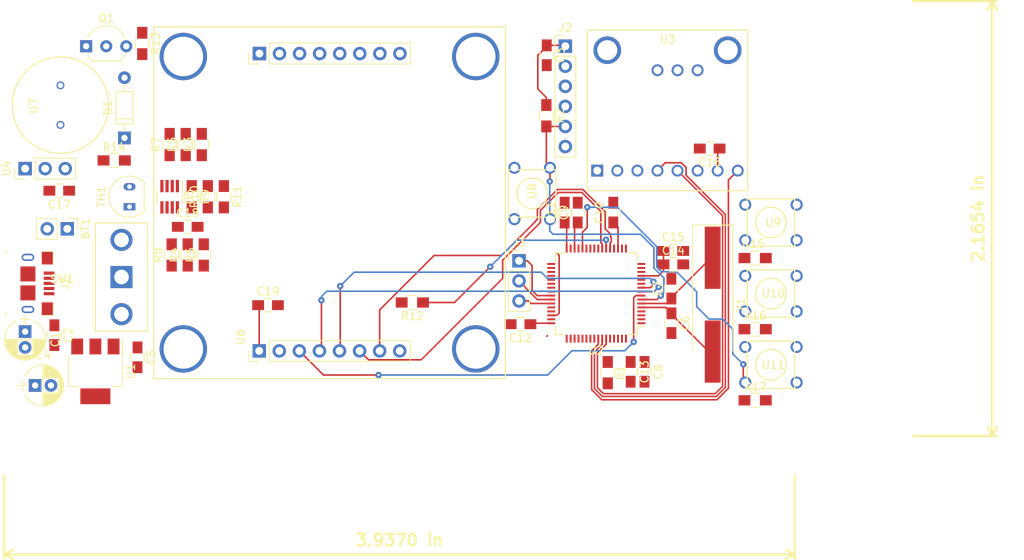
<source format=kicad_pcb>
(kicad_pcb (version 20171130) (host pcbnew 5.0.2-bee76a0~70~ubuntu16.04.1)

  (general
    (thickness 1.6)
    (drawings 2)
    (tracks 200)
    (zones 0)
    (modules 56)
    (nets 75)
  )

  (page A4)
  (layers
    (0 F.Cu signal)
    (31 B.Cu signal)
    (32 B.Adhes user hide)
    (33 F.Adhes user hide)
    (34 B.Paste user hide)
    (35 F.Paste user hide)
    (36 B.SilkS user)
    (37 F.SilkS user)
    (38 B.Mask user hide)
    (39 F.Mask user hide)
    (40 Dwgs.User user hide)
    (41 Cmts.User user hide)
    (42 Eco1.User user hide)
    (43 Eco2.User user hide)
    (44 Edge.Cuts user)
    (45 Margin user hide)
    (46 B.CrtYd user hide)
    (47 F.CrtYd user hide)
    (48 B.Fab user hide)
    (49 F.Fab user hide)
  )

  (setup
    (last_trace_width 0.2)
    (trace_clearance 0.15)
    (zone_clearance 0.508)
    (zone_45_only no)
    (trace_min 0.2)
    (segment_width 0.2)
    (edge_width 0.15)
    (via_size 0.8)
    (via_drill 0.3)
    (via_min_size 0.3)
    (via_min_drill 0.3)
    (uvia_size 0.3)
    (uvia_drill 0.1)
    (uvias_allowed no)
    (uvia_min_size 0.2)
    (uvia_min_drill 0.1)
    (pcb_text_width 0.3)
    (pcb_text_size 1.5 1.5)
    (mod_edge_width 0.15)
    (mod_text_size 1 1)
    (mod_text_width 0.15)
    (pad_size 3.5 3.5)
    (pad_drill 2.5)
    (pad_to_mask_clearance 0.051)
    (solder_mask_min_width 0.25)
    (aux_axis_origin 0 0)
    (visible_elements 7FFFFFFF)
    (pcbplotparams
      (layerselection 0x010fc_ffffffff)
      (usegerberextensions false)
      (usegerberattributes false)
      (usegerberadvancedattributes false)
      (creategerberjobfile false)
      (excludeedgelayer true)
      (linewidth 0.100000)
      (plotframeref false)
      (viasonmask false)
      (mode 1)
      (useauxorigin false)
      (hpglpennumber 1)
      (hpglpenspeed 20)
      (hpglpendiameter 15.000000)
      (psnegative false)
      (psa4output false)
      (plotreference true)
      (plotvalue true)
      (plotinvisibletext false)
      (padsonsilk false)
      (subtractmaskfromsilk false)
      (outputformat 1)
      (mirror false)
      (drillshape 1)
      (scaleselection 1)
      (outputdirectory ""))
  )

  (net 0 "")
  (net 1 /Data+)
  (net 2 "Net-(J1-Pad4)")
  (net 3 GND)
  (net 4 /Data-)
  (net 5 +5V)
  (net 6 /SWO)
  (net 7 /NRST)
  (net 8 /SWDIO)
  (net 9 /SWCLK)
  (net 10 +3V3)
  (net 11 /USART1_CK)
  (net 12 /USART1_TX)
  (net 13 /USART1_RX)
  (net 14 +BATT)
  (net 15 +VIN)
  (net 16 "Net-(R7-Pad2)")
  (net 17 "Net-(U3-Pad2)")
  (net 18 /I2C1_SCL)
  (net 19 /I2C1_SDA)
  (net 20 /CS_INT)
  (net 21 /PULSESIG)
  (net 22 "/Temp Sensor/INAMPFB")
  (net 23 "/Temp Sensor/WBRIDGE-")
  (net 24 "Net-(U5-Pad5)")
  (net 25 "Net-(U5-Pad4)")
  (net 26 "/Temp Sensor/WBRIDGE+")
  (net 27 /TEMPOUT)
  (net 28 /Display/LED)
  (net 29 /SPI1_SCK)
  (net 30 /SPI1_MOSI)
  (net 31 /LCD_DC)
  (net 32 /LCD_RST)
  (net 33 /LCD_SCE)
  (net 34 "Net-(D1-Pad2)")
  (net 35 /TIM_START)
  (net 36 /TIM_INC)
  (net 37 /TIM_RES)
  (net 38 /XTAL+)
  (net 39 /XTAL-)
  (net 40 "Net-(C9-Pad1)")
  (net 41 "Net-(R1-Pad1)")
  (net 42 "Net-(R10-Pad2)")
  (net 43 /TIM3_CH1)
  (net 44 "Net-(Q1-Pad2)")
  (net 45 /PIEZOPWM)
  (net 46 "Net-(D1-Pad1)")
  (net 47 "Net-(U2-Pad62)")
  (net 48 "Net-(U2-Pad61)")
  (net 49 "Net-(U2-Pad56)")
  (net 50 "Net-(U2-Pad54)")
  (net 51 "Net-(U2-Pad53)")
  (net 52 "Net-(U2-Pad52)")
  (net 53 "Net-(U2-Pad51)")
  (net 54 "Net-(U2-Pad45)")
  (net 55 "Net-(U2-Pad44)")
  (net 56 "Net-(U2-Pad40)")
  (net 57 "Net-(U2-Pad39)")
  (net 58 "Net-(U2-Pad38)")
  (net 59 "Net-(U2-Pad37)")
  (net 60 "Net-(U2-Pad36)")
  (net 61 "Net-(U2-Pad35)")
  (net 62 "Net-(U2-Pad34)")
  (net 63 "Net-(U2-Pad33)")
  (net 64 "Net-(U2-Pad29)")
  (net 65 "Net-(U2-Pad25)")
  (net 66 "Net-(U2-Pad24)")
  (net 67 "Net-(U2-Pad20)")
  (net 68 "Net-(U2-Pad17)")
  (net 69 "Net-(U2-Pad16)")
  (net 70 "Net-(U2-Pad11)")
  (net 71 "Net-(U2-Pad4)")
  (net 72 "Net-(U2-Pad3)")
  (net 73 "Net-(U2-Pad2)")
  (net 74 "Net-(J1-Pad6)")

  (net_class Default "This is the default net class."
    (clearance 0.15)
    (trace_width 0.2)
    (via_dia 0.8)
    (via_drill 0.3)
    (uvia_dia 0.3)
    (uvia_drill 0.1)
    (add_net +3V3)
    (add_net +5V)
    (add_net +BATT)
    (add_net +VIN)
    (add_net /CS_INT)
    (add_net /Data+)
    (add_net /Data-)
    (add_net /Display/LED)
    (add_net /I2C1_SCL)
    (add_net /I2C1_SDA)
    (add_net /LCD_DC)
    (add_net /LCD_RST)
    (add_net /LCD_SCE)
    (add_net /NRST)
    (add_net /PIEZOPWM)
    (add_net /PULSESIG)
    (add_net /SPI1_MOSI)
    (add_net /SPI1_SCK)
    (add_net /SWCLK)
    (add_net /SWDIO)
    (add_net /SWO)
    (add_net /TEMPOUT)
    (add_net /TIM3_CH1)
    (add_net /TIM_INC)
    (add_net /TIM_RES)
    (add_net /TIM_START)
    (add_net "/Temp Sensor/INAMPFB")
    (add_net "/Temp Sensor/WBRIDGE+")
    (add_net "/Temp Sensor/WBRIDGE-")
    (add_net /USART1_CK)
    (add_net /USART1_RX)
    (add_net /USART1_TX)
    (add_net /XTAL+)
    (add_net /XTAL-)
    (add_net GND)
    (add_net "Net-(C9-Pad1)")
    (add_net "Net-(D1-Pad1)")
    (add_net "Net-(D1-Pad2)")
    (add_net "Net-(J1-Pad4)")
    (add_net "Net-(J1-Pad6)")
    (add_net "Net-(Q1-Pad2)")
    (add_net "Net-(R1-Pad1)")
    (add_net "Net-(R10-Pad2)")
    (add_net "Net-(R7-Pad2)")
    (add_net "Net-(U2-Pad11)")
    (add_net "Net-(U2-Pad16)")
    (add_net "Net-(U2-Pad17)")
    (add_net "Net-(U2-Pad2)")
    (add_net "Net-(U2-Pad20)")
    (add_net "Net-(U2-Pad24)")
    (add_net "Net-(U2-Pad25)")
    (add_net "Net-(U2-Pad29)")
    (add_net "Net-(U2-Pad3)")
    (add_net "Net-(U2-Pad33)")
    (add_net "Net-(U2-Pad34)")
    (add_net "Net-(U2-Pad35)")
    (add_net "Net-(U2-Pad36)")
    (add_net "Net-(U2-Pad37)")
    (add_net "Net-(U2-Pad38)")
    (add_net "Net-(U2-Pad39)")
    (add_net "Net-(U2-Pad4)")
    (add_net "Net-(U2-Pad40)")
    (add_net "Net-(U2-Pad44)")
    (add_net "Net-(U2-Pad45)")
    (add_net "Net-(U2-Pad51)")
    (add_net "Net-(U2-Pad52)")
    (add_net "Net-(U2-Pad53)")
    (add_net "Net-(U2-Pad54)")
    (add_net "Net-(U2-Pad56)")
    (add_net "Net-(U2-Pad61)")
    (add_net "Net-(U2-Pad62)")
    (add_net "Net-(U3-Pad2)")
    (add_net "Net-(U5-Pad4)")
    (add_net "Net-(U5-Pad5)")
  )

  (net_class Power ""
    (clearance 0.15)
    (trace_width 0.2)
    (via_dia 0.8)
    (via_drill 0.3)
    (uvia_dia 0.3)
    (uvia_drill 0.1)
  )

  (module Housings_QFP:LQFP-64_10x10mm_Pitch0.5mm (layer F.Cu) (tedit 58CC9A47) (tstamp 5C63D50F)
    (at 159.9 107 180)
    (descr "64 LEAD LQFP 10x10mm (see MICREL LQFP10x10-64LD-PL-1.pdf)")
    (tags "QFP 0.5")
    (path /5C49BAEC)
    (attr smd)
    (fp_text reference U2 (at 0 -7.2 180) (layer F.SilkS)
      (effects (font (size 1 1) (thickness 0.15)))
    )
    (fp_text value STM32F411RETx (at 0 7.2 180) (layer F.Fab)
      (effects (font (size 1 1) (thickness 0.15)))
    )
    (fp_line (start -5.175 -4.175) (end -6.2 -4.175) (layer F.SilkS) (width 0.15))
    (fp_line (start 5.175 -5.175) (end 4.1 -5.175) (layer F.SilkS) (width 0.15))
    (fp_line (start 5.175 5.175) (end 4.1 5.175) (layer F.SilkS) (width 0.15))
    (fp_line (start -5.175 5.175) (end -4.1 5.175) (layer F.SilkS) (width 0.15))
    (fp_line (start -5.175 -5.175) (end -4.1 -5.175) (layer F.SilkS) (width 0.15))
    (fp_line (start -5.175 5.175) (end -5.175 4.1) (layer F.SilkS) (width 0.15))
    (fp_line (start 5.175 5.175) (end 5.175 4.1) (layer F.SilkS) (width 0.15))
    (fp_line (start 5.175 -5.175) (end 5.175 -4.1) (layer F.SilkS) (width 0.15))
    (fp_line (start -5.175 -5.175) (end -5.175 -4.175) (layer F.SilkS) (width 0.15))
    (fp_line (start -6.45 6.45) (end 6.45 6.45) (layer F.CrtYd) (width 0.05))
    (fp_line (start -6.45 -6.45) (end 6.45 -6.45) (layer F.CrtYd) (width 0.05))
    (fp_line (start 6.45 -6.45) (end 6.45 6.45) (layer F.CrtYd) (width 0.05))
    (fp_line (start -6.45 -6.45) (end -6.45 6.45) (layer F.CrtYd) (width 0.05))
    (fp_line (start -5 -4) (end -4 -5) (layer F.Fab) (width 0.15))
    (fp_line (start -5 5) (end -5 -4) (layer F.Fab) (width 0.15))
    (fp_line (start 5 5) (end -5 5) (layer F.Fab) (width 0.15))
    (fp_line (start 5 -5) (end 5 5) (layer F.Fab) (width 0.15))
    (fp_line (start -4 -5) (end 5 -5) (layer F.Fab) (width 0.15))
    (fp_text user %R (at 0 0 180) (layer F.Fab)
      (effects (font (size 1 1) (thickness 0.15)))
    )
    (pad 64 smd rect (at -3.75 -5.7 270) (size 1 0.25) (layers F.Cu F.Paste F.Mask)
      (net 10 +3V3))
    (pad 63 smd rect (at -3.25 -5.7 270) (size 1 0.25) (layers F.Cu F.Paste F.Mask)
      (net 3 GND))
    (pad 62 smd rect (at -2.75 -5.7 270) (size 1 0.25) (layers F.Cu F.Paste F.Mask)
      (net 47 "Net-(U2-Pad62)"))
    (pad 61 smd rect (at -2.25 -5.7 270) (size 1 0.25) (layers F.Cu F.Paste F.Mask)
      (net 48 "Net-(U2-Pad61)"))
    (pad 60 smd rect (at -1.75 -5.7 270) (size 1 0.25) (layers F.Cu F.Paste F.Mask)
      (net 41 "Net-(R1-Pad1)"))
    (pad 59 smd rect (at -1.25 -5.7 270) (size 1 0.25) (layers F.Cu F.Paste F.Mask)
      (net 19 /I2C1_SDA))
    (pad 58 smd rect (at -0.75 -5.7 270) (size 1 0.25) (layers F.Cu F.Paste F.Mask)
      (net 18 /I2C1_SCL))
    (pad 57 smd rect (at -0.25 -5.7 270) (size 1 0.25) (layers F.Cu F.Paste F.Mask)
      (net 20 /CS_INT))
    (pad 56 smd rect (at 0.25 -5.7 270) (size 1 0.25) (layers F.Cu F.Paste F.Mask)
      (net 49 "Net-(U2-Pad56)"))
    (pad 55 smd rect (at 0.75 -5.7 270) (size 1 0.25) (layers F.Cu F.Paste F.Mask)
      (net 6 /SWO))
    (pad 54 smd rect (at 1.25 -5.7 270) (size 1 0.25) (layers F.Cu F.Paste F.Mask)
      (net 50 "Net-(U2-Pad54)"))
    (pad 53 smd rect (at 1.75 -5.7 270) (size 1 0.25) (layers F.Cu F.Paste F.Mask)
      (net 51 "Net-(U2-Pad53)"))
    (pad 52 smd rect (at 2.25 -5.7 270) (size 1 0.25) (layers F.Cu F.Paste F.Mask)
      (net 52 "Net-(U2-Pad52)"))
    (pad 51 smd rect (at 2.75 -5.7 270) (size 1 0.25) (layers F.Cu F.Paste F.Mask)
      (net 53 "Net-(U2-Pad51)"))
    (pad 50 smd rect (at 3.25 -5.7 270) (size 1 0.25) (layers F.Cu F.Paste F.Mask)
      (net 45 /PIEZOPWM))
    (pad 49 smd rect (at 3.75 -5.7 270) (size 1 0.25) (layers F.Cu F.Paste F.Mask)
      (net 9 /SWCLK))
    (pad 48 smd rect (at 5.7 -3.75 180) (size 1 0.25) (layers F.Cu F.Paste F.Mask)
      (net 10 +3V3))
    (pad 47 smd rect (at 5.7 -3.25 180) (size 1 0.25) (layers F.Cu F.Paste F.Mask)
      (net 3 GND))
    (pad 46 smd rect (at 5.7 -2.75 180) (size 1 0.25) (layers F.Cu F.Paste F.Mask)
      (net 8 /SWDIO))
    (pad 45 smd rect (at 5.7 -2.25 180) (size 1 0.25) (layers F.Cu F.Paste F.Mask)
      (net 54 "Net-(U2-Pad45)"))
    (pad 44 smd rect (at 5.7 -1.75 180) (size 1 0.25) (layers F.Cu F.Paste F.Mask)
      (net 55 "Net-(U2-Pad44)"))
    (pad 43 smd rect (at 5.7 -1.25 180) (size 1 0.25) (layers F.Cu F.Paste F.Mask)
      (net 13 /USART1_RX))
    (pad 42 smd rect (at 5.7 -0.75 180) (size 1 0.25) (layers F.Cu F.Paste F.Mask)
      (net 12 /USART1_TX))
    (pad 41 smd rect (at 5.7 -0.25 180) (size 1 0.25) (layers F.Cu F.Paste F.Mask)
      (net 11 /USART1_CK))
    (pad 40 smd rect (at 5.7 0.25 180) (size 1 0.25) (layers F.Cu F.Paste F.Mask)
      (net 56 "Net-(U2-Pad40)"))
    (pad 39 smd rect (at 5.7 0.75 180) (size 1 0.25) (layers F.Cu F.Paste F.Mask)
      (net 57 "Net-(U2-Pad39)"))
    (pad 38 smd rect (at 5.7 1.25 180) (size 1 0.25) (layers F.Cu F.Paste F.Mask)
      (net 58 "Net-(U2-Pad38)"))
    (pad 37 smd rect (at 5.7 1.75 180) (size 1 0.25) (layers F.Cu F.Paste F.Mask)
      (net 59 "Net-(U2-Pad37)"))
    (pad 36 smd rect (at 5.7 2.25 180) (size 1 0.25) (layers F.Cu F.Paste F.Mask)
      (net 60 "Net-(U2-Pad36)"))
    (pad 35 smd rect (at 5.7 2.75 180) (size 1 0.25) (layers F.Cu F.Paste F.Mask)
      (net 61 "Net-(U2-Pad35)"))
    (pad 34 smd rect (at 5.7 3.25 180) (size 1 0.25) (layers F.Cu F.Paste F.Mask)
      (net 62 "Net-(U2-Pad34)"))
    (pad 33 smd rect (at 5.7 3.75 180) (size 1 0.25) (layers F.Cu F.Paste F.Mask)
      (net 63 "Net-(U2-Pad33)"))
    (pad 32 smd rect (at 3.75 5.7 270) (size 1 0.25) (layers F.Cu F.Paste F.Mask)
      (net 10 +3V3))
    (pad 31 smd rect (at 3.25 5.7 270) (size 1 0.25) (layers F.Cu F.Paste F.Mask)
      (net 3 GND))
    (pad 30 smd rect (at 2.75 5.7 270) (size 1 0.25) (layers F.Cu F.Paste F.Mask)
      (net 40 "Net-(C9-Pad1)"))
    (pad 29 smd rect (at 2.25 5.7 270) (size 1 0.25) (layers F.Cu F.Paste F.Mask)
      (net 64 "Net-(U2-Pad29)"))
    (pad 28 smd rect (at 1.75 5.7 270) (size 1 0.25) (layers F.Cu F.Paste F.Mask)
      (net 37 /TIM_RES))
    (pad 27 smd rect (at 1.25 5.7 270) (size 1 0.25) (layers F.Cu F.Paste F.Mask)
      (net 36 /TIM_INC))
    (pad 26 smd rect (at 0.75 5.7 270) (size 1 0.25) (layers F.Cu F.Paste F.Mask)
      (net 35 /TIM_START))
    (pad 25 smd rect (at 0.25 5.7 270) (size 1 0.25) (layers F.Cu F.Paste F.Mask)
      (net 65 "Net-(U2-Pad25)"))
    (pad 24 smd rect (at -0.25 5.7 270) (size 1 0.25) (layers F.Cu F.Paste F.Mask)
      (net 66 "Net-(U2-Pad24)"))
    (pad 23 smd rect (at -0.75 5.7 270) (size 1 0.25) (layers F.Cu F.Paste F.Mask)
      (net 30 /SPI1_MOSI))
    (pad 22 smd rect (at -1.25 5.7 270) (size 1 0.25) (layers F.Cu F.Paste F.Mask)
      (net 43 /TIM3_CH1))
    (pad 21 smd rect (at -1.75 5.7 270) (size 1 0.25) (layers F.Cu F.Paste F.Mask)
      (net 29 /SPI1_SCK))
    (pad 20 smd rect (at -2.25 5.7 270) (size 1 0.25) (layers F.Cu F.Paste F.Mask)
      (net 67 "Net-(U2-Pad20)"))
    (pad 19 smd rect (at -2.75 5.7 270) (size 1 0.25) (layers F.Cu F.Paste F.Mask)
      (net 10 +3V3))
    (pad 18 smd rect (at -3.25 5.7 270) (size 1 0.25) (layers F.Cu F.Paste F.Mask)
      (net 3 GND))
    (pad 17 smd rect (at -3.75 5.7 270) (size 1 0.25) (layers F.Cu F.Paste F.Mask)
      (net 68 "Net-(U2-Pad17)"))
    (pad 16 smd rect (at -5.7 3.75 180) (size 1 0.25) (layers F.Cu F.Paste F.Mask)
      (net 69 "Net-(U2-Pad16)"))
    (pad 15 smd rect (at -5.7 3.25 180) (size 1 0.25) (layers F.Cu F.Paste F.Mask)
      (net 21 /PULSESIG))
    (pad 14 smd rect (at -5.7 2.75 180) (size 1 0.25) (layers F.Cu F.Paste F.Mask)
      (net 27 /TEMPOUT))
    (pad 13 smd rect (at -5.7 2.25 180) (size 1 0.25) (layers F.Cu F.Paste F.Mask)
      (net 10 +3V3))
    (pad 12 smd rect (at -5.7 1.75 180) (size 1 0.25) (layers F.Cu F.Paste F.Mask)
      (net 3 GND))
    (pad 11 smd rect (at -5.7 1.25 180) (size 1 0.25) (layers F.Cu F.Paste F.Mask)
      (net 70 "Net-(U2-Pad11)"))
    (pad 10 smd rect (at -5.7 0.75 180) (size 1 0.25) (layers F.Cu F.Paste F.Mask)
      (net 31 /LCD_DC))
    (pad 9 smd rect (at -5.7 0.25 180) (size 1 0.25) (layers F.Cu F.Paste F.Mask)
      (net 32 /LCD_RST))
    (pad 8 smd rect (at -5.7 -0.25 180) (size 1 0.25) (layers F.Cu F.Paste F.Mask)
      (net 33 /LCD_SCE))
    (pad 7 smd rect (at -5.7 -0.75 180) (size 1 0.25) (layers F.Cu F.Paste F.Mask)
      (net 7 /NRST))
    (pad 6 smd rect (at -5.7 -1.25 180) (size 1 0.25) (layers F.Cu F.Paste F.Mask)
      (net 39 /XTAL-))
    (pad 5 smd rect (at -5.7 -1.75 180) (size 1 0.25) (layers F.Cu F.Paste F.Mask)
      (net 38 /XTAL+))
    (pad 4 smd rect (at -5.7 -2.25 180) (size 1 0.25) (layers F.Cu F.Paste F.Mask)
      (net 71 "Net-(U2-Pad4)"))
    (pad 3 smd rect (at -5.7 -2.75 180) (size 1 0.25) (layers F.Cu F.Paste F.Mask)
      (net 72 "Net-(U2-Pad3)"))
    (pad 2 smd rect (at -5.7 -3.25 180) (size 1 0.25) (layers F.Cu F.Paste F.Mask)
      (net 73 "Net-(U2-Pad2)"))
    (pad 1 smd rect (at -5.7 -3.75 180) (size 1 0.25) (layers F.Cu F.Paste F.Mask)
      (net 10 +3V3))
    (model ${KISYS3DMOD}/Housings_QFP.3dshapes/LQFP-64_10x10mm_Pitch0.5mm.wrl
      (at (xyz 0 0 0))
      (scale (xyz 1 1 1))
      (rotate (xyz 0 0 0))
    )
  )

  (module Pin_Headers:Pin_Header_Straight_1x03_Pitch2.54mm (layer F.Cu) (tedit 59650532) (tstamp 5C63D351)
    (at 150.125 102.85)
    (descr "Through hole straight pin header, 1x03, 2.54mm pitch, single row")
    (tags "Through hole pin header THT 1x03 2.54mm single row")
    (path /5C5B0DFA)
    (fp_text reference J3 (at 0 -2.33) (layer F.SilkS)
      (effects (font (size 1 1) (thickness 0.15)))
    )
    (fp_text value Conn_01x03_Male (at 0 7.41) (layer F.Fab)
      (effects (font (size 1 1) (thickness 0.15)))
    )
    (fp_text user %R (at 0 2.54 90) (layer F.Fab)
      (effects (font (size 1 1) (thickness 0.15)))
    )
    (fp_line (start 1.8 -1.8) (end -1.8 -1.8) (layer F.CrtYd) (width 0.05))
    (fp_line (start 1.8 6.85) (end 1.8 -1.8) (layer F.CrtYd) (width 0.05))
    (fp_line (start -1.8 6.85) (end 1.8 6.85) (layer F.CrtYd) (width 0.05))
    (fp_line (start -1.8 -1.8) (end -1.8 6.85) (layer F.CrtYd) (width 0.05))
    (fp_line (start -1.33 -1.33) (end 0 -1.33) (layer F.SilkS) (width 0.12))
    (fp_line (start -1.33 0) (end -1.33 -1.33) (layer F.SilkS) (width 0.12))
    (fp_line (start -1.33 1.27) (end 1.33 1.27) (layer F.SilkS) (width 0.12))
    (fp_line (start 1.33 1.27) (end 1.33 6.41) (layer F.SilkS) (width 0.12))
    (fp_line (start -1.33 1.27) (end -1.33 6.41) (layer F.SilkS) (width 0.12))
    (fp_line (start -1.33 6.41) (end 1.33 6.41) (layer F.SilkS) (width 0.12))
    (fp_line (start -1.27 -0.635) (end -0.635 -1.27) (layer F.Fab) (width 0.1))
    (fp_line (start -1.27 6.35) (end -1.27 -0.635) (layer F.Fab) (width 0.1))
    (fp_line (start 1.27 6.35) (end -1.27 6.35) (layer F.Fab) (width 0.1))
    (fp_line (start 1.27 -1.27) (end 1.27 6.35) (layer F.Fab) (width 0.1))
    (fp_line (start -0.635 -1.27) (end 1.27 -1.27) (layer F.Fab) (width 0.1))
    (pad 3 thru_hole oval (at 0 5.08) (size 1.7 1.7) (drill 1) (layers *.Cu *.Mask)
      (net 13 /USART1_RX))
    (pad 2 thru_hole oval (at 0 2.54) (size 1.7 1.7) (drill 1) (layers *.Cu *.Mask)
      (net 12 /USART1_TX))
    (pad 1 thru_hole rect (at 0 0) (size 1.7 1.7) (drill 1) (layers *.Cu *.Mask)
      (net 11 /USART1_CK))
    (model ${KISYS3DMOD}/Pin_Headers.3dshapes/Pin_Header_Straight_1x03_Pitch2.54mm.wrl
      (at (xyz 0 0 0))
      (scale (xyz 1 1 1))
      (rotate (xyz 0 0 0))
    )
  )

  (module Crystals:Crystal_SMD_HC49-SD_HandSoldering (layer F.Cu) (tedit 58CD2E9D) (tstamp 5C63D5E1)
    (at 174.63 108.4 270)
    (descr "SMD Crystal HC-49-SD http://cdn-reichelt.de/documents/datenblatt/B400/xxx-HC49-SMD.pdf, hand-soldering, 11.4x4.7mm^2 package")
    (tags "SMD SMT crystal hand-soldering")
    (path /5C4B6BEC)
    (attr smd)
    (fp_text reference Y1 (at 0 -3.55 270) (layer F.SilkS)
      (effects (font (size 1 1) (thickness 0.15)))
    )
    (fp_text value 8MHz (at 0 3.55 270) (layer F.Fab)
      (effects (font (size 1 1) (thickness 0.15)))
    )
    (fp_arc (start 3.015 0) (end 3.015 -2.115) (angle 180) (layer F.Fab) (width 0.1))
    (fp_arc (start -3.015 0) (end -3.015 -2.115) (angle -180) (layer F.Fab) (width 0.1))
    (fp_line (start 10.2 -2.6) (end -10.2 -2.6) (layer F.CrtYd) (width 0.05))
    (fp_line (start 10.2 2.6) (end 10.2 -2.6) (layer F.CrtYd) (width 0.05))
    (fp_line (start -10.2 2.6) (end 10.2 2.6) (layer F.CrtYd) (width 0.05))
    (fp_line (start -10.2 -2.6) (end -10.2 2.6) (layer F.CrtYd) (width 0.05))
    (fp_line (start -10.075 2.55) (end 5.9 2.55) (layer F.SilkS) (width 0.12))
    (fp_line (start -10.075 -2.55) (end -10.075 2.55) (layer F.SilkS) (width 0.12))
    (fp_line (start 5.9 -2.55) (end -10.075 -2.55) (layer F.SilkS) (width 0.12))
    (fp_line (start -3.015 2.115) (end 3.015 2.115) (layer F.Fab) (width 0.1))
    (fp_line (start -3.015 -2.115) (end 3.015 -2.115) (layer F.Fab) (width 0.1))
    (fp_line (start 5.7 -2.35) (end -5.7 -2.35) (layer F.Fab) (width 0.1))
    (fp_line (start 5.7 2.35) (end 5.7 -2.35) (layer F.Fab) (width 0.1))
    (fp_line (start -5.7 2.35) (end 5.7 2.35) (layer F.Fab) (width 0.1))
    (fp_line (start -5.7 -2.35) (end -5.7 2.35) (layer F.Fab) (width 0.1))
    (fp_text user %R (at 0 0 270) (layer F.Fab)
      (effects (font (size 1 1) (thickness 0.15)))
    )
    (pad 2 smd rect (at 5.9375 0 270) (size 7.875 2) (layers F.Cu F.Paste F.Mask)
      (net 38 /XTAL+))
    (pad 1 smd rect (at -5.9375 0 270) (size 7.875 2) (layers F.Cu F.Paste F.Mask)
      (net 39 /XTAL-))
    (model ${KISYS3DMOD}/Crystals.3dshapes/Crystal_SMD_HC49-SD_HandSoldering.wrl
      (at (xyz 0 0 0))
      (scale (xyz 1 1 1))
      (rotate (xyz 0 0 0))
    )
  )

  (module Pin_Headers:Pin_Header_Straight_1x02_Pitch2.54mm (layer F.Cu) (tedit 59650532) (tstamp 5C63D0BB)
    (at 92.964 98.806 270)
    (descr "Through hole straight pin header, 1x02, 2.54mm pitch, single row")
    (tags "Through hole pin header THT 1x02 2.54mm single row")
    (path /5C624D2E)
    (fp_text reference BT1 (at 0 -2.33 270) (layer F.SilkS)
      (effects (font (size 1 1) (thickness 0.15)))
    )
    (fp_text value Battery (at 0 4.87 270) (layer F.Fab)
      (effects (font (size 1 1) (thickness 0.15)))
    )
    (fp_text user %R (at 0 1.27) (layer F.Fab)
      (effects (font (size 1 1) (thickness 0.15)))
    )
    (fp_line (start 1.8 -1.8) (end -1.8 -1.8) (layer F.CrtYd) (width 0.05))
    (fp_line (start 1.8 4.35) (end 1.8 -1.8) (layer F.CrtYd) (width 0.05))
    (fp_line (start -1.8 4.35) (end 1.8 4.35) (layer F.CrtYd) (width 0.05))
    (fp_line (start -1.8 -1.8) (end -1.8 4.35) (layer F.CrtYd) (width 0.05))
    (fp_line (start -1.33 -1.33) (end 0 -1.33) (layer F.SilkS) (width 0.12))
    (fp_line (start -1.33 0) (end -1.33 -1.33) (layer F.SilkS) (width 0.12))
    (fp_line (start -1.33 1.27) (end 1.33 1.27) (layer F.SilkS) (width 0.12))
    (fp_line (start 1.33 1.27) (end 1.33 3.87) (layer F.SilkS) (width 0.12))
    (fp_line (start -1.33 1.27) (end -1.33 3.87) (layer F.SilkS) (width 0.12))
    (fp_line (start -1.33 3.87) (end 1.33 3.87) (layer F.SilkS) (width 0.12))
    (fp_line (start -1.27 -0.635) (end -0.635 -1.27) (layer F.Fab) (width 0.1))
    (fp_line (start -1.27 3.81) (end -1.27 -0.635) (layer F.Fab) (width 0.1))
    (fp_line (start 1.27 3.81) (end -1.27 3.81) (layer F.Fab) (width 0.1))
    (fp_line (start 1.27 -1.27) (end 1.27 3.81) (layer F.Fab) (width 0.1))
    (fp_line (start -0.635 -1.27) (end 1.27 -1.27) (layer F.Fab) (width 0.1))
    (pad 2 thru_hole oval (at 0 2.54 270) (size 1.7 1.7) (drill 1) (layers *.Cu *.Mask)
      (net 3 GND))
    (pad 1 thru_hole rect (at 0 0 270) (size 1.7 1.7) (drill 1) (layers *.Cu *.Mask)
      (net 14 +BATT))
    (model ${KISYS3DMOD}/Pin_Headers.3dshapes/Pin_Header_Straight_1x02_Pitch2.54mm.wrl
      (at (xyz 0 0 0))
      (scale (xyz 1 1 1))
      (rotate (xyz 0 0 0))
    )
  )

  (module Capacitors_THT:CP_Radial_D5.0mm_P2.00mm (layer F.Cu) (tedit 597BC7C2) (tstamp 5C63D140)
    (at 87.634 111.808 270)
    (descr "CP, Radial series, Radial, pin pitch=2.00mm, , diameter=5mm, Electrolytic Capacitor")
    (tags "CP Radial series Radial pin pitch 2.00mm  diameter 5mm Electrolytic Capacitor")
    (path /5C5CED5E)
    (fp_text reference C1 (at 1 -3.81 270) (layer F.SilkS)
      (effects (font (size 1 1) (thickness 0.15)))
    )
    (fp_text value 10u (at 1 3.81 270) (layer F.Fab)
      (effects (font (size 1 1) (thickness 0.15)))
    )
    (fp_text user %R (at 1 0 270) (layer F.Fab)
      (effects (font (size 1 1) (thickness 0.15)))
    )
    (fp_line (start 3.85 -2.85) (end -1.85 -2.85) (layer F.CrtYd) (width 0.05))
    (fp_line (start 3.85 2.85) (end 3.85 -2.85) (layer F.CrtYd) (width 0.05))
    (fp_line (start -1.85 2.85) (end 3.85 2.85) (layer F.CrtYd) (width 0.05))
    (fp_line (start -1.85 -2.85) (end -1.85 2.85) (layer F.CrtYd) (width 0.05))
    (fp_line (start -1.6 -0.65) (end -1.6 0.65) (layer F.SilkS) (width 0.12))
    (fp_line (start -2.2 0) (end -1 0) (layer F.SilkS) (width 0.12))
    (fp_line (start 3.561 -0.354) (end 3.561 0.354) (layer F.SilkS) (width 0.12))
    (fp_line (start 3.521 -0.559) (end 3.521 0.559) (layer F.SilkS) (width 0.12))
    (fp_line (start 3.481 -0.707) (end 3.481 0.707) (layer F.SilkS) (width 0.12))
    (fp_line (start 3.441 -0.829) (end 3.441 0.829) (layer F.SilkS) (width 0.12))
    (fp_line (start 3.401 -0.934) (end 3.401 0.934) (layer F.SilkS) (width 0.12))
    (fp_line (start 3.361 -1.028) (end 3.361 1.028) (layer F.SilkS) (width 0.12))
    (fp_line (start 3.321 -1.112) (end 3.321 1.112) (layer F.SilkS) (width 0.12))
    (fp_line (start 3.281 -1.189) (end 3.281 1.189) (layer F.SilkS) (width 0.12))
    (fp_line (start 3.241 -1.261) (end 3.241 1.261) (layer F.SilkS) (width 0.12))
    (fp_line (start 3.201 -1.327) (end 3.201 1.327) (layer F.SilkS) (width 0.12))
    (fp_line (start 3.161 -1.39) (end 3.161 1.39) (layer F.SilkS) (width 0.12))
    (fp_line (start 3.121 -1.448) (end 3.121 1.448) (layer F.SilkS) (width 0.12))
    (fp_line (start 3.081 -1.504) (end 3.081 1.504) (layer F.SilkS) (width 0.12))
    (fp_line (start 3.041 -1.556) (end 3.041 1.556) (layer F.SilkS) (width 0.12))
    (fp_line (start 3.001 -1.606) (end 3.001 1.606) (layer F.SilkS) (width 0.12))
    (fp_line (start 2.961 0.98) (end 2.961 1.654) (layer F.SilkS) (width 0.12))
    (fp_line (start 2.961 -1.654) (end 2.961 -0.98) (layer F.SilkS) (width 0.12))
    (fp_line (start 2.921 0.98) (end 2.921 1.699) (layer F.SilkS) (width 0.12))
    (fp_line (start 2.921 -1.699) (end 2.921 -0.98) (layer F.SilkS) (width 0.12))
    (fp_line (start 2.881 0.98) (end 2.881 1.742) (layer F.SilkS) (width 0.12))
    (fp_line (start 2.881 -1.742) (end 2.881 -0.98) (layer F.SilkS) (width 0.12))
    (fp_line (start 2.841 0.98) (end 2.841 1.783) (layer F.SilkS) (width 0.12))
    (fp_line (start 2.841 -1.783) (end 2.841 -0.98) (layer F.SilkS) (width 0.12))
    (fp_line (start 2.801 0.98) (end 2.801 1.823) (layer F.SilkS) (width 0.12))
    (fp_line (start 2.801 -1.823) (end 2.801 -0.98) (layer F.SilkS) (width 0.12))
    (fp_line (start 2.761 0.98) (end 2.761 1.861) (layer F.SilkS) (width 0.12))
    (fp_line (start 2.761 -1.861) (end 2.761 -0.98) (layer F.SilkS) (width 0.12))
    (fp_line (start 2.721 0.98) (end 2.721 1.897) (layer F.SilkS) (width 0.12))
    (fp_line (start 2.721 -1.897) (end 2.721 -0.98) (layer F.SilkS) (width 0.12))
    (fp_line (start 2.681 0.98) (end 2.681 1.932) (layer F.SilkS) (width 0.12))
    (fp_line (start 2.681 -1.932) (end 2.681 -0.98) (layer F.SilkS) (width 0.12))
    (fp_line (start 2.641 0.98) (end 2.641 1.965) (layer F.SilkS) (width 0.12))
    (fp_line (start 2.641 -1.965) (end 2.641 -0.98) (layer F.SilkS) (width 0.12))
    (fp_line (start 2.601 0.98) (end 2.601 1.997) (layer F.SilkS) (width 0.12))
    (fp_line (start 2.601 -1.997) (end 2.601 -0.98) (layer F.SilkS) (width 0.12))
    (fp_line (start 2.561 0.98) (end 2.561 2.028) (layer F.SilkS) (width 0.12))
    (fp_line (start 2.561 -2.028) (end 2.561 -0.98) (layer F.SilkS) (width 0.12))
    (fp_line (start 2.521 0.98) (end 2.521 2.058) (layer F.SilkS) (width 0.12))
    (fp_line (start 2.521 -2.058) (end 2.521 -0.98) (layer F.SilkS) (width 0.12))
    (fp_line (start 2.481 0.98) (end 2.481 2.086) (layer F.SilkS) (width 0.12))
    (fp_line (start 2.481 -2.086) (end 2.481 -0.98) (layer F.SilkS) (width 0.12))
    (fp_line (start 2.441 0.98) (end 2.441 2.113) (layer F.SilkS) (width 0.12))
    (fp_line (start 2.441 -2.113) (end 2.441 -0.98) (layer F.SilkS) (width 0.12))
    (fp_line (start 2.401 0.98) (end 2.401 2.14) (layer F.SilkS) (width 0.12))
    (fp_line (start 2.401 -2.14) (end 2.401 -0.98) (layer F.SilkS) (width 0.12))
    (fp_line (start 2.361 0.98) (end 2.361 2.165) (layer F.SilkS) (width 0.12))
    (fp_line (start 2.361 -2.165) (end 2.361 -0.98) (layer F.SilkS) (width 0.12))
    (fp_line (start 2.321 0.98) (end 2.321 2.189) (layer F.SilkS) (width 0.12))
    (fp_line (start 2.321 -2.189) (end 2.321 -0.98) (layer F.SilkS) (width 0.12))
    (fp_line (start 2.281 0.98) (end 2.281 2.212) (layer F.SilkS) (width 0.12))
    (fp_line (start 2.281 -2.212) (end 2.281 -0.98) (layer F.SilkS) (width 0.12))
    (fp_line (start 2.241 0.98) (end 2.241 2.234) (layer F.SilkS) (width 0.12))
    (fp_line (start 2.241 -2.234) (end 2.241 -0.98) (layer F.SilkS) (width 0.12))
    (fp_line (start 2.201 0.98) (end 2.201 2.256) (layer F.SilkS) (width 0.12))
    (fp_line (start 2.201 -2.256) (end 2.201 -0.98) (layer F.SilkS) (width 0.12))
    (fp_line (start 2.161 0.98) (end 2.161 2.276) (layer F.SilkS) (width 0.12))
    (fp_line (start 2.161 -2.276) (end 2.161 -0.98) (layer F.SilkS) (width 0.12))
    (fp_line (start 2.121 0.98) (end 2.121 2.296) (layer F.SilkS) (width 0.12))
    (fp_line (start 2.121 -2.296) (end 2.121 -0.98) (layer F.SilkS) (width 0.12))
    (fp_line (start 2.081 0.98) (end 2.081 2.315) (layer F.SilkS) (width 0.12))
    (fp_line (start 2.081 -2.315) (end 2.081 -0.98) (layer F.SilkS) (width 0.12))
    (fp_line (start 2.041 0.98) (end 2.041 2.333) (layer F.SilkS) (width 0.12))
    (fp_line (start 2.041 -2.333) (end 2.041 -0.98) (layer F.SilkS) (width 0.12))
    (fp_line (start 2.001 0.98) (end 2.001 2.35) (layer F.SilkS) (width 0.12))
    (fp_line (start 2.001 -2.35) (end 2.001 -0.98) (layer F.SilkS) (width 0.12))
    (fp_line (start 1.961 0.98) (end 1.961 2.366) (layer F.SilkS) (width 0.12))
    (fp_line (start 1.961 -2.366) (end 1.961 -0.98) (layer F.SilkS) (width 0.12))
    (fp_line (start 1.921 0.98) (end 1.921 2.382) (layer F.SilkS) (width 0.12))
    (fp_line (start 1.921 -2.382) (end 1.921 -0.98) (layer F.SilkS) (width 0.12))
    (fp_line (start 1.881 0.98) (end 1.881 2.396) (layer F.SilkS) (width 0.12))
    (fp_line (start 1.881 -2.396) (end 1.881 -0.98) (layer F.SilkS) (width 0.12))
    (fp_line (start 1.841 0.98) (end 1.841 2.41) (layer F.SilkS) (width 0.12))
    (fp_line (start 1.841 -2.41) (end 1.841 -0.98) (layer F.SilkS) (width 0.12))
    (fp_line (start 1.801 0.98) (end 1.801 2.424) (layer F.SilkS) (width 0.12))
    (fp_line (start 1.801 -2.424) (end 1.801 -0.98) (layer F.SilkS) (width 0.12))
    (fp_line (start 1.761 0.98) (end 1.761 2.436) (layer F.SilkS) (width 0.12))
    (fp_line (start 1.761 -2.436) (end 1.761 -0.98) (layer F.SilkS) (width 0.12))
    (fp_line (start 1.721 0.98) (end 1.721 2.448) (layer F.SilkS) (width 0.12))
    (fp_line (start 1.721 -2.448) (end 1.721 -0.98) (layer F.SilkS) (width 0.12))
    (fp_line (start 1.68 0.98) (end 1.68 2.46) (layer F.SilkS) (width 0.12))
    (fp_line (start 1.68 -2.46) (end 1.68 -0.98) (layer F.SilkS) (width 0.12))
    (fp_line (start 1.64 0.98) (end 1.64 2.47) (layer F.SilkS) (width 0.12))
    (fp_line (start 1.64 -2.47) (end 1.64 -0.98) (layer F.SilkS) (width 0.12))
    (fp_line (start 1.6 0.98) (end 1.6 2.48) (layer F.SilkS) (width 0.12))
    (fp_line (start 1.6 -2.48) (end 1.6 -0.98) (layer F.SilkS) (width 0.12))
    (fp_line (start 1.56 0.98) (end 1.56 2.489) (layer F.SilkS) (width 0.12))
    (fp_line (start 1.56 -2.489) (end 1.56 -0.98) (layer F.SilkS) (width 0.12))
    (fp_line (start 1.52 0.98) (end 1.52 2.498) (layer F.SilkS) (width 0.12))
    (fp_line (start 1.52 -2.498) (end 1.52 -0.98) (layer F.SilkS) (width 0.12))
    (fp_line (start 1.48 0.98) (end 1.48 2.506) (layer F.SilkS) (width 0.12))
    (fp_line (start 1.48 -2.506) (end 1.48 -0.98) (layer F.SilkS) (width 0.12))
    (fp_line (start 1.44 0.98) (end 1.44 2.513) (layer F.SilkS) (width 0.12))
    (fp_line (start 1.44 -2.513) (end 1.44 -0.98) (layer F.SilkS) (width 0.12))
    (fp_line (start 1.4 0.98) (end 1.4 2.519) (layer F.SilkS) (width 0.12))
    (fp_line (start 1.4 -2.519) (end 1.4 -0.98) (layer F.SilkS) (width 0.12))
    (fp_line (start 1.36 0.98) (end 1.36 2.525) (layer F.SilkS) (width 0.12))
    (fp_line (start 1.36 -2.525) (end 1.36 -0.98) (layer F.SilkS) (width 0.12))
    (fp_line (start 1.32 0.98) (end 1.32 2.531) (layer F.SilkS) (width 0.12))
    (fp_line (start 1.32 -2.531) (end 1.32 -0.98) (layer F.SilkS) (width 0.12))
    (fp_line (start 1.28 0.98) (end 1.28 2.535) (layer F.SilkS) (width 0.12))
    (fp_line (start 1.28 -2.535) (end 1.28 -0.98) (layer F.SilkS) (width 0.12))
    (fp_line (start 1.24 0.98) (end 1.24 2.539) (layer F.SilkS) (width 0.12))
    (fp_line (start 1.24 -2.539) (end 1.24 -0.98) (layer F.SilkS) (width 0.12))
    (fp_line (start 1.2 0.98) (end 1.2 2.543) (layer F.SilkS) (width 0.12))
    (fp_line (start 1.2 -2.543) (end 1.2 -0.98) (layer F.SilkS) (width 0.12))
    (fp_line (start 1.16 0.98) (end 1.16 2.546) (layer F.SilkS) (width 0.12))
    (fp_line (start 1.16 -2.546) (end 1.16 -0.98) (layer F.SilkS) (width 0.12))
    (fp_line (start 1.12 0.98) (end 1.12 2.548) (layer F.SilkS) (width 0.12))
    (fp_line (start 1.12 -2.548) (end 1.12 -0.98) (layer F.SilkS) (width 0.12))
    (fp_line (start 1.08 0.98) (end 1.08 2.549) (layer F.SilkS) (width 0.12))
    (fp_line (start 1.08 -2.549) (end 1.08 -0.98) (layer F.SilkS) (width 0.12))
    (fp_line (start 1.04 0.98) (end 1.04 2.55) (layer F.SilkS) (width 0.12))
    (fp_line (start 1.04 -2.55) (end 1.04 -0.98) (layer F.SilkS) (width 0.12))
    (fp_line (start 1 -2.55) (end 1 2.55) (layer F.SilkS) (width 0.12))
    (fp_line (start -1.6 -0.65) (end -1.6 0.65) (layer F.Fab) (width 0.1))
    (fp_line (start -2.2 0) (end -1 0) (layer F.Fab) (width 0.1))
    (fp_circle (center 1 0) (end 3.5 0) (layer F.Fab) (width 0.1))
    (fp_arc (start 1 0) (end 3.30558 -1.18) (angle 54.2) (layer F.SilkS) (width 0.12))
    (fp_arc (start 1 0) (end -1.30558 1.18) (angle -125.8) (layer F.SilkS) (width 0.12))
    (fp_arc (start 1 0) (end -1.30558 -1.18) (angle 125.8) (layer F.SilkS) (width 0.12))
    (pad 2 thru_hole circle (at 2 0 270) (size 1.6 1.6) (drill 0.8) (layers *.Cu *.Mask)
      (net 3 GND))
    (pad 1 thru_hole rect (at 0 0 270) (size 1.6 1.6) (drill 0.8) (layers *.Cu *.Mask)
      (net 15 +VIN))
    (model ${KISYS3DMOD}/Capacitors_THT.3dshapes/CP_Radial_D5.0mm_P2.00mm.wrl
      (at (xyz 0 0 0))
      (scale (xyz 1 1 1))
      (rotate (xyz 0 0 0))
    )
  )

  (module Capacitors_SMD:C_0805_HandSoldering (layer F.Cu) (tedit 58AA84A8) (tstamp 5C63D151)
    (at 91.334 112.258 270)
    (descr "Capacitor SMD 0805, hand soldering")
    (tags "capacitor 0805")
    (path /5C5CED80)
    (attr smd)
    (fp_text reference C2 (at 0 -1.75 270) (layer F.SilkS)
      (effects (font (size 1 1) (thickness 0.15)))
    )
    (fp_text value 100n (at 0 1.75 270) (layer F.Fab)
      (effects (font (size 1 1) (thickness 0.15)))
    )
    (fp_line (start 2.25 0.87) (end -2.25 0.87) (layer F.CrtYd) (width 0.05))
    (fp_line (start 2.25 0.87) (end 2.25 -0.88) (layer F.CrtYd) (width 0.05))
    (fp_line (start -2.25 -0.88) (end -2.25 0.87) (layer F.CrtYd) (width 0.05))
    (fp_line (start -2.25 -0.88) (end 2.25 -0.88) (layer F.CrtYd) (width 0.05))
    (fp_line (start -0.5 0.85) (end 0.5 0.85) (layer F.SilkS) (width 0.12))
    (fp_line (start 0.5 -0.85) (end -0.5 -0.85) (layer F.SilkS) (width 0.12))
    (fp_line (start -1 -0.62) (end 1 -0.62) (layer F.Fab) (width 0.1))
    (fp_line (start 1 -0.62) (end 1 0.62) (layer F.Fab) (width 0.1))
    (fp_line (start 1 0.62) (end -1 0.62) (layer F.Fab) (width 0.1))
    (fp_line (start -1 0.62) (end -1 -0.62) (layer F.Fab) (width 0.1))
    (fp_text user %R (at 0 -1.75 270) (layer F.Fab)
      (effects (font (size 1 1) (thickness 0.15)))
    )
    (pad 2 smd rect (at 1.25 0 270) (size 1.5 1.25) (layers F.Cu F.Paste F.Mask)
      (net 3 GND))
    (pad 1 smd rect (at -1.25 0 270) (size 1.5 1.25) (layers F.Cu F.Paste F.Mask)
      (net 15 +VIN))
    (model Capacitors_SMD.3dshapes/C_0805.wrl
      (at (xyz 0 0 0))
      (scale (xyz 1 1 1))
      (rotate (xyz 0 0 0))
    )
  )

  (module Capacitors_SMD:C_0805_HandSoldering (layer F.Cu) (tedit 58AA84A8) (tstamp 5C63D162)
    (at 153.632 76.842 270)
    (descr "Capacitor SMD 0805, hand soldering")
    (tags "capacitor 0805")
    (path /5C4E5BA4)
    (attr smd)
    (fp_text reference C3 (at 0 -1.75 270) (layer F.SilkS)
      (effects (font (size 1 1) (thickness 0.15)))
    )
    (fp_text value 100n (at 0 1.75 270) (layer F.Fab)
      (effects (font (size 1 1) (thickness 0.15)))
    )
    (fp_text user %R (at 0 -1.75 270) (layer F.Fab)
      (effects (font (size 1 1) (thickness 0.15)))
    )
    (fp_line (start -1 0.62) (end -1 -0.62) (layer F.Fab) (width 0.1))
    (fp_line (start 1 0.62) (end -1 0.62) (layer F.Fab) (width 0.1))
    (fp_line (start 1 -0.62) (end 1 0.62) (layer F.Fab) (width 0.1))
    (fp_line (start -1 -0.62) (end 1 -0.62) (layer F.Fab) (width 0.1))
    (fp_line (start 0.5 -0.85) (end -0.5 -0.85) (layer F.SilkS) (width 0.12))
    (fp_line (start -0.5 0.85) (end 0.5 0.85) (layer F.SilkS) (width 0.12))
    (fp_line (start -2.25 -0.88) (end 2.25 -0.88) (layer F.CrtYd) (width 0.05))
    (fp_line (start -2.25 -0.88) (end -2.25 0.87) (layer F.CrtYd) (width 0.05))
    (fp_line (start 2.25 0.87) (end 2.25 -0.88) (layer F.CrtYd) (width 0.05))
    (fp_line (start 2.25 0.87) (end -2.25 0.87) (layer F.CrtYd) (width 0.05))
    (pad 1 smd rect (at -1.25 0 270) (size 1.5 1.25) (layers F.Cu F.Paste F.Mask)
      (net 10 +3V3))
    (pad 2 smd rect (at 1.25 0 270) (size 1.5 1.25) (layers F.Cu F.Paste F.Mask)
      (net 3 GND))
    (model Capacitors_SMD.3dshapes/C_0805.wrl
      (at (xyz 0 0 0))
      (scale (xyz 1 1 1))
      (rotate (xyz 0 0 0))
    )
  )

  (module Capacitors_THT:CP_Radial_D5.0mm_P2.00mm (layer F.Cu) (tedit 597BC7C2) (tstamp 5C63D1E7)
    (at 88.9 118.618)
    (descr "CP, Radial series, Radial, pin pitch=2.00mm, , diameter=5mm, Electrolytic Capacitor")
    (tags "CP Radial series Radial pin pitch 2.00mm  diameter 5mm Electrolytic Capacitor")
    (path /5C5CED70)
    (fp_text reference C4 (at 1 -3.81) (layer F.SilkS)
      (effects (font (size 1 1) (thickness 0.15)))
    )
    (fp_text value 10u (at 1 3.81) (layer F.Fab)
      (effects (font (size 1 1) (thickness 0.15)))
    )
    (fp_arc (start 1 0) (end -1.30558 -1.18) (angle 125.8) (layer F.SilkS) (width 0.12))
    (fp_arc (start 1 0) (end -1.30558 1.18) (angle -125.8) (layer F.SilkS) (width 0.12))
    (fp_arc (start 1 0) (end 3.30558 -1.18) (angle 54.2) (layer F.SilkS) (width 0.12))
    (fp_circle (center 1 0) (end 3.5 0) (layer F.Fab) (width 0.1))
    (fp_line (start -2.2 0) (end -1 0) (layer F.Fab) (width 0.1))
    (fp_line (start -1.6 -0.65) (end -1.6 0.65) (layer F.Fab) (width 0.1))
    (fp_line (start 1 -2.55) (end 1 2.55) (layer F.SilkS) (width 0.12))
    (fp_line (start 1.04 -2.55) (end 1.04 -0.98) (layer F.SilkS) (width 0.12))
    (fp_line (start 1.04 0.98) (end 1.04 2.55) (layer F.SilkS) (width 0.12))
    (fp_line (start 1.08 -2.549) (end 1.08 -0.98) (layer F.SilkS) (width 0.12))
    (fp_line (start 1.08 0.98) (end 1.08 2.549) (layer F.SilkS) (width 0.12))
    (fp_line (start 1.12 -2.548) (end 1.12 -0.98) (layer F.SilkS) (width 0.12))
    (fp_line (start 1.12 0.98) (end 1.12 2.548) (layer F.SilkS) (width 0.12))
    (fp_line (start 1.16 -2.546) (end 1.16 -0.98) (layer F.SilkS) (width 0.12))
    (fp_line (start 1.16 0.98) (end 1.16 2.546) (layer F.SilkS) (width 0.12))
    (fp_line (start 1.2 -2.543) (end 1.2 -0.98) (layer F.SilkS) (width 0.12))
    (fp_line (start 1.2 0.98) (end 1.2 2.543) (layer F.SilkS) (width 0.12))
    (fp_line (start 1.24 -2.539) (end 1.24 -0.98) (layer F.SilkS) (width 0.12))
    (fp_line (start 1.24 0.98) (end 1.24 2.539) (layer F.SilkS) (width 0.12))
    (fp_line (start 1.28 -2.535) (end 1.28 -0.98) (layer F.SilkS) (width 0.12))
    (fp_line (start 1.28 0.98) (end 1.28 2.535) (layer F.SilkS) (width 0.12))
    (fp_line (start 1.32 -2.531) (end 1.32 -0.98) (layer F.SilkS) (width 0.12))
    (fp_line (start 1.32 0.98) (end 1.32 2.531) (layer F.SilkS) (width 0.12))
    (fp_line (start 1.36 -2.525) (end 1.36 -0.98) (layer F.SilkS) (width 0.12))
    (fp_line (start 1.36 0.98) (end 1.36 2.525) (layer F.SilkS) (width 0.12))
    (fp_line (start 1.4 -2.519) (end 1.4 -0.98) (layer F.SilkS) (width 0.12))
    (fp_line (start 1.4 0.98) (end 1.4 2.519) (layer F.SilkS) (width 0.12))
    (fp_line (start 1.44 -2.513) (end 1.44 -0.98) (layer F.SilkS) (width 0.12))
    (fp_line (start 1.44 0.98) (end 1.44 2.513) (layer F.SilkS) (width 0.12))
    (fp_line (start 1.48 -2.506) (end 1.48 -0.98) (layer F.SilkS) (width 0.12))
    (fp_line (start 1.48 0.98) (end 1.48 2.506) (layer F.SilkS) (width 0.12))
    (fp_line (start 1.52 -2.498) (end 1.52 -0.98) (layer F.SilkS) (width 0.12))
    (fp_line (start 1.52 0.98) (end 1.52 2.498) (layer F.SilkS) (width 0.12))
    (fp_line (start 1.56 -2.489) (end 1.56 -0.98) (layer F.SilkS) (width 0.12))
    (fp_line (start 1.56 0.98) (end 1.56 2.489) (layer F.SilkS) (width 0.12))
    (fp_line (start 1.6 -2.48) (end 1.6 -0.98) (layer F.SilkS) (width 0.12))
    (fp_line (start 1.6 0.98) (end 1.6 2.48) (layer F.SilkS) (width 0.12))
    (fp_line (start 1.64 -2.47) (end 1.64 -0.98) (layer F.SilkS) (width 0.12))
    (fp_line (start 1.64 0.98) (end 1.64 2.47) (layer F.SilkS) (width 0.12))
    (fp_line (start 1.68 -2.46) (end 1.68 -0.98) (layer F.SilkS) (width 0.12))
    (fp_line (start 1.68 0.98) (end 1.68 2.46) (layer F.SilkS) (width 0.12))
    (fp_line (start 1.721 -2.448) (end 1.721 -0.98) (layer F.SilkS) (width 0.12))
    (fp_line (start 1.721 0.98) (end 1.721 2.448) (layer F.SilkS) (width 0.12))
    (fp_line (start 1.761 -2.436) (end 1.761 -0.98) (layer F.SilkS) (width 0.12))
    (fp_line (start 1.761 0.98) (end 1.761 2.436) (layer F.SilkS) (width 0.12))
    (fp_line (start 1.801 -2.424) (end 1.801 -0.98) (layer F.SilkS) (width 0.12))
    (fp_line (start 1.801 0.98) (end 1.801 2.424) (layer F.SilkS) (width 0.12))
    (fp_line (start 1.841 -2.41) (end 1.841 -0.98) (layer F.SilkS) (width 0.12))
    (fp_line (start 1.841 0.98) (end 1.841 2.41) (layer F.SilkS) (width 0.12))
    (fp_line (start 1.881 -2.396) (end 1.881 -0.98) (layer F.SilkS) (width 0.12))
    (fp_line (start 1.881 0.98) (end 1.881 2.396) (layer F.SilkS) (width 0.12))
    (fp_line (start 1.921 -2.382) (end 1.921 -0.98) (layer F.SilkS) (width 0.12))
    (fp_line (start 1.921 0.98) (end 1.921 2.382) (layer F.SilkS) (width 0.12))
    (fp_line (start 1.961 -2.366) (end 1.961 -0.98) (layer F.SilkS) (width 0.12))
    (fp_line (start 1.961 0.98) (end 1.961 2.366) (layer F.SilkS) (width 0.12))
    (fp_line (start 2.001 -2.35) (end 2.001 -0.98) (layer F.SilkS) (width 0.12))
    (fp_line (start 2.001 0.98) (end 2.001 2.35) (layer F.SilkS) (width 0.12))
    (fp_line (start 2.041 -2.333) (end 2.041 -0.98) (layer F.SilkS) (width 0.12))
    (fp_line (start 2.041 0.98) (end 2.041 2.333) (layer F.SilkS) (width 0.12))
    (fp_line (start 2.081 -2.315) (end 2.081 -0.98) (layer F.SilkS) (width 0.12))
    (fp_line (start 2.081 0.98) (end 2.081 2.315) (layer F.SilkS) (width 0.12))
    (fp_line (start 2.121 -2.296) (end 2.121 -0.98) (layer F.SilkS) (width 0.12))
    (fp_line (start 2.121 0.98) (end 2.121 2.296) (layer F.SilkS) (width 0.12))
    (fp_line (start 2.161 -2.276) (end 2.161 -0.98) (layer F.SilkS) (width 0.12))
    (fp_line (start 2.161 0.98) (end 2.161 2.276) (layer F.SilkS) (width 0.12))
    (fp_line (start 2.201 -2.256) (end 2.201 -0.98) (layer F.SilkS) (width 0.12))
    (fp_line (start 2.201 0.98) (end 2.201 2.256) (layer F.SilkS) (width 0.12))
    (fp_line (start 2.241 -2.234) (end 2.241 -0.98) (layer F.SilkS) (width 0.12))
    (fp_line (start 2.241 0.98) (end 2.241 2.234) (layer F.SilkS) (width 0.12))
    (fp_line (start 2.281 -2.212) (end 2.281 -0.98) (layer F.SilkS) (width 0.12))
    (fp_line (start 2.281 0.98) (end 2.281 2.212) (layer F.SilkS) (width 0.12))
    (fp_line (start 2.321 -2.189) (end 2.321 -0.98) (layer F.SilkS) (width 0.12))
    (fp_line (start 2.321 0.98) (end 2.321 2.189) (layer F.SilkS) (width 0.12))
    (fp_line (start 2.361 -2.165) (end 2.361 -0.98) (layer F.SilkS) (width 0.12))
    (fp_line (start 2.361 0.98) (end 2.361 2.165) (layer F.SilkS) (width 0.12))
    (fp_line (start 2.401 -2.14) (end 2.401 -0.98) (layer F.SilkS) (width 0.12))
    (fp_line (start 2.401 0.98) (end 2.401 2.14) (layer F.SilkS) (width 0.12))
    (fp_line (start 2.441 -2.113) (end 2.441 -0.98) (layer F.SilkS) (width 0.12))
    (fp_line (start 2.441 0.98) (end 2.441 2.113) (layer F.SilkS) (width 0.12))
    (fp_line (start 2.481 -2.086) (end 2.481 -0.98) (layer F.SilkS) (width 0.12))
    (fp_line (start 2.481 0.98) (end 2.481 2.086) (layer F.SilkS) (width 0.12))
    (fp_line (start 2.521 -2.058) (end 2.521 -0.98) (layer F.SilkS) (width 0.12))
    (fp_line (start 2.521 0.98) (end 2.521 2.058) (layer F.SilkS) (width 0.12))
    (fp_line (start 2.561 -2.028) (end 2.561 -0.98) (layer F.SilkS) (width 0.12))
    (fp_line (start 2.561 0.98) (end 2.561 2.028) (layer F.SilkS) (width 0.12))
    (fp_line (start 2.601 -1.997) (end 2.601 -0.98) (layer F.SilkS) (width 0.12))
    (fp_line (start 2.601 0.98) (end 2.601 1.997) (layer F.SilkS) (width 0.12))
    (fp_line (start 2.641 -1.965) (end 2.641 -0.98) (layer F.SilkS) (width 0.12))
    (fp_line (start 2.641 0.98) (end 2.641 1.965) (layer F.SilkS) (width 0.12))
    (fp_line (start 2.681 -1.932) (end 2.681 -0.98) (layer F.SilkS) (width 0.12))
    (fp_line (start 2.681 0.98) (end 2.681 1.932) (layer F.SilkS) (width 0.12))
    (fp_line (start 2.721 -1.897) (end 2.721 -0.98) (layer F.SilkS) (width 0.12))
    (fp_line (start 2.721 0.98) (end 2.721 1.897) (layer F.SilkS) (width 0.12))
    (fp_line (start 2.761 -1.861) (end 2.761 -0.98) (layer F.SilkS) (width 0.12))
    (fp_line (start 2.761 0.98) (end 2.761 1.861) (layer F.SilkS) (width 0.12))
    (fp_line (start 2.801 -1.823) (end 2.801 -0.98) (layer F.SilkS) (width 0.12))
    (fp_line (start 2.801 0.98) (end 2.801 1.823) (layer F.SilkS) (width 0.12))
    (fp_line (start 2.841 -1.783) (end 2.841 -0.98) (layer F.SilkS) (width 0.12))
    (fp_line (start 2.841 0.98) (end 2.841 1.783) (layer F.SilkS) (width 0.12))
    (fp_line (start 2.881 -1.742) (end 2.881 -0.98) (layer F.SilkS) (width 0.12))
    (fp_line (start 2.881 0.98) (end 2.881 1.742) (layer F.SilkS) (width 0.12))
    (fp_line (start 2.921 -1.699) (end 2.921 -0.98) (layer F.SilkS) (width 0.12))
    (fp_line (start 2.921 0.98) (end 2.921 1.699) (layer F.SilkS) (width 0.12))
    (fp_line (start 2.961 -1.654) (end 2.961 -0.98) (layer F.SilkS) (width 0.12))
    (fp_line (start 2.961 0.98) (end 2.961 1.654) (layer F.SilkS) (width 0.12))
    (fp_line (start 3.001 -1.606) (end 3.001 1.606) (layer F.SilkS) (width 0.12))
    (fp_line (start 3.041 -1.556) (end 3.041 1.556) (layer F.SilkS) (width 0.12))
    (fp_line (start 3.081 -1.504) (end 3.081 1.504) (layer F.SilkS) (width 0.12))
    (fp_line (start 3.121 -1.448) (end 3.121 1.448) (layer F.SilkS) (width 0.12))
    (fp_line (start 3.161 -1.39) (end 3.161 1.39) (layer F.SilkS) (width 0.12))
    (fp_line (start 3.201 -1.327) (end 3.201 1.327) (layer F.SilkS) (width 0.12))
    (fp_line (start 3.241 -1.261) (end 3.241 1.261) (layer F.SilkS) (width 0.12))
    (fp_line (start 3.281 -1.189) (end 3.281 1.189) (layer F.SilkS) (width 0.12))
    (fp_line (start 3.321 -1.112) (end 3.321 1.112) (layer F.SilkS) (width 0.12))
    (fp_line (start 3.361 -1.028) (end 3.361 1.028) (layer F.SilkS) (width 0.12))
    (fp_line (start 3.401 -0.934) (end 3.401 0.934) (layer F.SilkS) (width 0.12))
    (fp_line (start 3.441 -0.829) (end 3.441 0.829) (layer F.SilkS) (width 0.12))
    (fp_line (start 3.481 -0.707) (end 3.481 0.707) (layer F.SilkS) (width 0.12))
    (fp_line (start 3.521 -0.559) (end 3.521 0.559) (layer F.SilkS) (width 0.12))
    (fp_line (start 3.561 -0.354) (end 3.561 0.354) (layer F.SilkS) (width 0.12))
    (fp_line (start -2.2 0) (end -1 0) (layer F.SilkS) (width 0.12))
    (fp_line (start -1.6 -0.65) (end -1.6 0.65) (layer F.SilkS) (width 0.12))
    (fp_line (start -1.85 -2.85) (end -1.85 2.85) (layer F.CrtYd) (width 0.05))
    (fp_line (start -1.85 2.85) (end 3.85 2.85) (layer F.CrtYd) (width 0.05))
    (fp_line (start 3.85 2.85) (end 3.85 -2.85) (layer F.CrtYd) (width 0.05))
    (fp_line (start 3.85 -2.85) (end -1.85 -2.85) (layer F.CrtYd) (width 0.05))
    (fp_text user %R (at 1 0) (layer F.Fab)
      (effects (font (size 1 1) (thickness 0.15)))
    )
    (pad 1 thru_hole rect (at 0 0) (size 1.6 1.6) (drill 0.8) (layers *.Cu *.Mask)
      (net 10 +3V3))
    (pad 2 thru_hole circle (at 2 0) (size 1.6 1.6) (drill 0.8) (layers *.Cu *.Mask)
      (net 3 GND))
    (model ${KISYS3DMOD}/Capacitors_THT.3dshapes/CP_Radial_D5.0mm_P2.00mm.wrl
      (at (xyz 0 0 0))
      (scale (xyz 1 1 1))
      (rotate (xyz 0 0 0))
    )
  )

  (module Capacitors_SMD:C_0805_HandSoldering (layer F.Cu) (tedit 58AA84A8) (tstamp 5C63D1F8)
    (at 101.854 115.062 270)
    (descr "Capacitor SMD 0805, hand soldering")
    (tags "capacitor 0805")
    (path /5C5CED79)
    (attr smd)
    (fp_text reference C5 (at 0 -1.75 270) (layer F.SilkS)
      (effects (font (size 1 1) (thickness 0.15)))
    )
    (fp_text value 100n (at 0 1.75 270) (layer F.Fab)
      (effects (font (size 1 1) (thickness 0.15)))
    )
    (fp_text user %R (at 0 -1.75 270) (layer F.Fab)
      (effects (font (size 1 1) (thickness 0.15)))
    )
    (fp_line (start -1 0.62) (end -1 -0.62) (layer F.Fab) (width 0.1))
    (fp_line (start 1 0.62) (end -1 0.62) (layer F.Fab) (width 0.1))
    (fp_line (start 1 -0.62) (end 1 0.62) (layer F.Fab) (width 0.1))
    (fp_line (start -1 -0.62) (end 1 -0.62) (layer F.Fab) (width 0.1))
    (fp_line (start 0.5 -0.85) (end -0.5 -0.85) (layer F.SilkS) (width 0.12))
    (fp_line (start -0.5 0.85) (end 0.5 0.85) (layer F.SilkS) (width 0.12))
    (fp_line (start -2.25 -0.88) (end 2.25 -0.88) (layer F.CrtYd) (width 0.05))
    (fp_line (start -2.25 -0.88) (end -2.25 0.87) (layer F.CrtYd) (width 0.05))
    (fp_line (start 2.25 0.87) (end 2.25 -0.88) (layer F.CrtYd) (width 0.05))
    (fp_line (start 2.25 0.87) (end -2.25 0.87) (layer F.CrtYd) (width 0.05))
    (pad 1 smd rect (at -1.25 0 270) (size 1.5 1.25) (layers F.Cu F.Paste F.Mask)
      (net 10 +3V3))
    (pad 2 smd rect (at 1.25 0 270) (size 1.5 1.25) (layers F.Cu F.Paste F.Mask)
      (net 3 GND))
    (model Capacitors_SMD.3dshapes/C_0805.wrl
      (at (xyz 0 0 0))
      (scale (xyz 1 1 1))
      (rotate (xyz 0 0 0))
    )
  )

  (module Capacitors_SMD:C_0805_HandSoldering (layer F.Cu) (tedit 58AA84A8) (tstamp 5C63D209)
    (at 169.41 110.74 270)
    (descr "Capacitor SMD 0805, hand soldering")
    (tags "capacitor 0805")
    (path /5C4C9EDF)
    (attr smd)
    (fp_text reference C6 (at 0 -1.75 270) (layer F.SilkS)
      (effects (font (size 1 1) (thickness 0.15)))
    )
    (fp_text value 18p (at 0 1.75 270) (layer F.Fab)
      (effects (font (size 1 1) (thickness 0.15)))
    )
    (fp_text user %R (at 0 -1.75 270) (layer F.Fab)
      (effects (font (size 1 1) (thickness 0.15)))
    )
    (fp_line (start -1 0.62) (end -1 -0.62) (layer F.Fab) (width 0.1))
    (fp_line (start 1 0.62) (end -1 0.62) (layer F.Fab) (width 0.1))
    (fp_line (start 1 -0.62) (end 1 0.62) (layer F.Fab) (width 0.1))
    (fp_line (start -1 -0.62) (end 1 -0.62) (layer F.Fab) (width 0.1))
    (fp_line (start 0.5 -0.85) (end -0.5 -0.85) (layer F.SilkS) (width 0.12))
    (fp_line (start -0.5 0.85) (end 0.5 0.85) (layer F.SilkS) (width 0.12))
    (fp_line (start -2.25 -0.88) (end 2.25 -0.88) (layer F.CrtYd) (width 0.05))
    (fp_line (start -2.25 -0.88) (end -2.25 0.87) (layer F.CrtYd) (width 0.05))
    (fp_line (start 2.25 0.87) (end 2.25 -0.88) (layer F.CrtYd) (width 0.05))
    (fp_line (start 2.25 0.87) (end -2.25 0.87) (layer F.CrtYd) (width 0.05))
    (pad 1 smd rect (at -1.25 0 270) (size 1.5 1.25) (layers F.Cu F.Paste F.Mask)
      (net 38 /XTAL+))
    (pad 2 smd rect (at 1.25 0 270) (size 1.5 1.25) (layers F.Cu F.Paste F.Mask)
      (net 3 GND))
    (model Capacitors_SMD.3dshapes/C_0805.wrl
      (at (xyz 0 0 0))
      (scale (xyz 1 1 1))
      (rotate (xyz 0 0 0))
    )
  )

  (module Capacitors_SMD:C_0805_HandSoldering (layer F.Cu) (tedit 58AA84A8) (tstamp 5C63D21A)
    (at 169.4 106.37 90)
    (descr "Capacitor SMD 0805, hand soldering")
    (tags "capacitor 0805")
    (path /5C4C9F37)
    (attr smd)
    (fp_text reference C7 (at 0 -1.75 90) (layer F.SilkS)
      (effects (font (size 1 1) (thickness 0.15)))
    )
    (fp_text value 18p (at 0 1.75 90) (layer F.Fab)
      (effects (font (size 1 1) (thickness 0.15)))
    )
    (fp_line (start 2.25 0.87) (end -2.25 0.87) (layer F.CrtYd) (width 0.05))
    (fp_line (start 2.25 0.87) (end 2.25 -0.88) (layer F.CrtYd) (width 0.05))
    (fp_line (start -2.25 -0.88) (end -2.25 0.87) (layer F.CrtYd) (width 0.05))
    (fp_line (start -2.25 -0.88) (end 2.25 -0.88) (layer F.CrtYd) (width 0.05))
    (fp_line (start -0.5 0.85) (end 0.5 0.85) (layer F.SilkS) (width 0.12))
    (fp_line (start 0.5 -0.85) (end -0.5 -0.85) (layer F.SilkS) (width 0.12))
    (fp_line (start -1 -0.62) (end 1 -0.62) (layer F.Fab) (width 0.1))
    (fp_line (start 1 -0.62) (end 1 0.62) (layer F.Fab) (width 0.1))
    (fp_line (start 1 0.62) (end -1 0.62) (layer F.Fab) (width 0.1))
    (fp_line (start -1 0.62) (end -1 -0.62) (layer F.Fab) (width 0.1))
    (fp_text user %R (at 0 -1.75 90) (layer F.Fab)
      (effects (font (size 1 1) (thickness 0.15)))
    )
    (pad 2 smd rect (at 1.25 0 90) (size 1.5 1.25) (layers F.Cu F.Paste F.Mask)
      (net 3 GND))
    (pad 1 smd rect (at -1.25 0 90) (size 1.5 1.25) (layers F.Cu F.Paste F.Mask)
      (net 39 /XTAL-))
    (model Capacitors_SMD.3dshapes/C_0805.wrl
      (at (xyz 0 0 0))
      (scale (xyz 1 1 1))
      (rotate (xyz 0 0 0))
    )
  )

  (module Capacitors_SMD:C_0805_HandSoldering (layer F.Cu) (tedit 58AA84A8) (tstamp 5C63D22B)
    (at 166 116.9 270)
    (descr "Capacitor SMD 0805, hand soldering")
    (tags "capacitor 0805")
    (path /5C49FE02)
    (attr smd)
    (fp_text reference C8 (at 0 -1.75 270) (layer F.SilkS)
      (effects (font (size 1 1) (thickness 0.15)))
    )
    (fp_text value 4.7u (at 0 1.75 270) (layer F.Fab)
      (effects (font (size 1 1) (thickness 0.15)))
    )
    (fp_text user %R (at 0 -1.75 270) (layer F.Fab)
      (effects (font (size 1 1) (thickness 0.15)))
    )
    (fp_line (start -1 0.62) (end -1 -0.62) (layer F.Fab) (width 0.1))
    (fp_line (start 1 0.62) (end -1 0.62) (layer F.Fab) (width 0.1))
    (fp_line (start 1 -0.62) (end 1 0.62) (layer F.Fab) (width 0.1))
    (fp_line (start -1 -0.62) (end 1 -0.62) (layer F.Fab) (width 0.1))
    (fp_line (start 0.5 -0.85) (end -0.5 -0.85) (layer F.SilkS) (width 0.12))
    (fp_line (start -0.5 0.85) (end 0.5 0.85) (layer F.SilkS) (width 0.12))
    (fp_line (start -2.25 -0.88) (end 2.25 -0.88) (layer F.CrtYd) (width 0.05))
    (fp_line (start -2.25 -0.88) (end -2.25 0.87) (layer F.CrtYd) (width 0.05))
    (fp_line (start 2.25 0.87) (end 2.25 -0.88) (layer F.CrtYd) (width 0.05))
    (fp_line (start 2.25 0.87) (end -2.25 0.87) (layer F.CrtYd) (width 0.05))
    (pad 1 smd rect (at -1.25 0 270) (size 1.5 1.25) (layers F.Cu F.Paste F.Mask)
      (net 10 +3V3))
    (pad 2 smd rect (at 1.25 0 270) (size 1.5 1.25) (layers F.Cu F.Paste F.Mask)
      (net 3 GND))
    (model Capacitors_SMD.3dshapes/C_0805.wrl
      (at (xyz 0 0 0))
      (scale (xyz 1 1 1))
      (rotate (xyz 0 0 0))
    )
  )

  (module Capacitors_SMD:C_0805_HandSoldering (layer F.Cu) (tedit 58AA84A8) (tstamp 5C63D23C)
    (at 157.55 96.75 90)
    (descr "Capacitor SMD 0805, hand soldering")
    (tags "capacitor 0805")
    (path /5C4A8076)
    (attr smd)
    (fp_text reference C9 (at 0 -1.75 90) (layer F.SilkS)
      (effects (font (size 1 1) (thickness 0.15)))
    )
    (fp_text value 4.7u (at 0 1.75 90) (layer F.Fab)
      (effects (font (size 1 1) (thickness 0.15)))
    )
    (fp_line (start 2.25 0.87) (end -2.25 0.87) (layer F.CrtYd) (width 0.05))
    (fp_line (start 2.25 0.87) (end 2.25 -0.88) (layer F.CrtYd) (width 0.05))
    (fp_line (start -2.25 -0.88) (end -2.25 0.87) (layer F.CrtYd) (width 0.05))
    (fp_line (start -2.25 -0.88) (end 2.25 -0.88) (layer F.CrtYd) (width 0.05))
    (fp_line (start -0.5 0.85) (end 0.5 0.85) (layer F.SilkS) (width 0.12))
    (fp_line (start 0.5 -0.85) (end -0.5 -0.85) (layer F.SilkS) (width 0.12))
    (fp_line (start -1 -0.62) (end 1 -0.62) (layer F.Fab) (width 0.1))
    (fp_line (start 1 -0.62) (end 1 0.62) (layer F.Fab) (width 0.1))
    (fp_line (start 1 0.62) (end -1 0.62) (layer F.Fab) (width 0.1))
    (fp_line (start -1 0.62) (end -1 -0.62) (layer F.Fab) (width 0.1))
    (fp_text user %R (at 0 -1.75 90) (layer F.Fab)
      (effects (font (size 1 1) (thickness 0.15)))
    )
    (pad 2 smd rect (at 1.25 0 90) (size 1.5 1.25) (layers F.Cu F.Paste F.Mask)
      (net 3 GND))
    (pad 1 smd rect (at -1.25 0 90) (size 1.5 1.25) (layers F.Cu F.Paste F.Mask)
      (net 40 "Net-(C9-Pad1)"))
    (model Capacitors_SMD.3dshapes/C_0805.wrl
      (at (xyz 0 0 0))
      (scale (xyz 1 1 1))
      (rotate (xyz 0 0 0))
    )
  )

  (module Capacitors_SMD:C_0805_HandSoldering (layer F.Cu) (tedit 58AA84A8) (tstamp 5C63D24D)
    (at 162.05 96.75 90)
    (descr "Capacitor SMD 0805, hand soldering")
    (tags "capacitor 0805")
    (path /5C49BD4E)
    (attr smd)
    (fp_text reference C10 (at 0 -1.75 90) (layer F.SilkS)
      (effects (font (size 1 1) (thickness 0.15)))
    )
    (fp_text value 100n (at 0 1.75 90) (layer F.Fab)
      (effects (font (size 1 1) (thickness 0.15)))
    )
    (fp_line (start 2.25 0.87) (end -2.25 0.87) (layer F.CrtYd) (width 0.05))
    (fp_line (start 2.25 0.87) (end 2.25 -0.88) (layer F.CrtYd) (width 0.05))
    (fp_line (start -2.25 -0.88) (end -2.25 0.87) (layer F.CrtYd) (width 0.05))
    (fp_line (start -2.25 -0.88) (end 2.25 -0.88) (layer F.CrtYd) (width 0.05))
    (fp_line (start -0.5 0.85) (end 0.5 0.85) (layer F.SilkS) (width 0.12))
    (fp_line (start 0.5 -0.85) (end -0.5 -0.85) (layer F.SilkS) (width 0.12))
    (fp_line (start -1 -0.62) (end 1 -0.62) (layer F.Fab) (width 0.1))
    (fp_line (start 1 -0.62) (end 1 0.62) (layer F.Fab) (width 0.1))
    (fp_line (start 1 0.62) (end -1 0.62) (layer F.Fab) (width 0.1))
    (fp_line (start -1 0.62) (end -1 -0.62) (layer F.Fab) (width 0.1))
    (fp_text user %R (at 0 -1.75 90) (layer F.Fab)
      (effects (font (size 1 1) (thickness 0.15)))
    )
    (pad 2 smd rect (at 1.25 0 90) (size 1.5 1.25) (layers F.Cu F.Paste F.Mask)
      (net 3 GND))
    (pad 1 smd rect (at -1.25 0 90) (size 1.5 1.25) (layers F.Cu F.Paste F.Mask)
      (net 10 +3V3))
    (model Capacitors_SMD.3dshapes/C_0805.wrl
      (at (xyz 0 0 0))
      (scale (xyz 1 1 1))
      (rotate (xyz 0 0 0))
    )
  )

  (module Capacitors_SMD:C_0805_HandSoldering (layer F.Cu) (tedit 58AA84A8) (tstamp 5C63D25E)
    (at 155.9 96.75 90)
    (descr "Capacitor SMD 0805, hand soldering")
    (tags "capacitor 0805")
    (path /5C49BC7E)
    (attr smd)
    (fp_text reference C11 (at 0 -1.75 90) (layer F.SilkS)
      (effects (font (size 1 1) (thickness 0.15)))
    )
    (fp_text value 100n (at 0 1.75 90) (layer F.Fab)
      (effects (font (size 1 1) (thickness 0.15)))
    )
    (fp_line (start 2.25 0.87) (end -2.25 0.87) (layer F.CrtYd) (width 0.05))
    (fp_line (start 2.25 0.87) (end 2.25 -0.88) (layer F.CrtYd) (width 0.05))
    (fp_line (start -2.25 -0.88) (end -2.25 0.87) (layer F.CrtYd) (width 0.05))
    (fp_line (start -2.25 -0.88) (end 2.25 -0.88) (layer F.CrtYd) (width 0.05))
    (fp_line (start -0.5 0.85) (end 0.5 0.85) (layer F.SilkS) (width 0.12))
    (fp_line (start 0.5 -0.85) (end -0.5 -0.85) (layer F.SilkS) (width 0.12))
    (fp_line (start -1 -0.62) (end 1 -0.62) (layer F.Fab) (width 0.1))
    (fp_line (start 1 -0.62) (end 1 0.62) (layer F.Fab) (width 0.1))
    (fp_line (start 1 0.62) (end -1 0.62) (layer F.Fab) (width 0.1))
    (fp_line (start -1 0.62) (end -1 -0.62) (layer F.Fab) (width 0.1))
    (fp_text user %R (at 0 -1.75 90) (layer F.Fab)
      (effects (font (size 1 1) (thickness 0.15)))
    )
    (pad 2 smd rect (at 1.25 0 90) (size 1.5 1.25) (layers F.Cu F.Paste F.Mask)
      (net 3 GND))
    (pad 1 smd rect (at -1.25 0 90) (size 1.5 1.25) (layers F.Cu F.Paste F.Mask)
      (net 10 +3V3))
    (model Capacitors_SMD.3dshapes/C_0805.wrl
      (at (xyz 0 0 0))
      (scale (xyz 1 1 1))
      (rotate (xyz 0 0 0))
    )
  )

  (module Capacitors_SMD:C_0805_HandSoldering (layer F.Cu) (tedit 58AA84A8) (tstamp 5C63D26F)
    (at 150.31 110.87 180)
    (descr "Capacitor SMD 0805, hand soldering")
    (tags "capacitor 0805")
    (path /5C49BCF8)
    (attr smd)
    (fp_text reference C12 (at 0 -1.75 180) (layer F.SilkS)
      (effects (font (size 1 1) (thickness 0.15)))
    )
    (fp_text value 100n (at 0 1.75 180) (layer F.Fab)
      (effects (font (size 1 1) (thickness 0.15)))
    )
    (fp_text user %R (at 0 -1.75 180) (layer F.Fab)
      (effects (font (size 1 1) (thickness 0.15)))
    )
    (fp_line (start -1 0.62) (end -1 -0.62) (layer F.Fab) (width 0.1))
    (fp_line (start 1 0.62) (end -1 0.62) (layer F.Fab) (width 0.1))
    (fp_line (start 1 -0.62) (end 1 0.62) (layer F.Fab) (width 0.1))
    (fp_line (start -1 -0.62) (end 1 -0.62) (layer F.Fab) (width 0.1))
    (fp_line (start 0.5 -0.85) (end -0.5 -0.85) (layer F.SilkS) (width 0.12))
    (fp_line (start -0.5 0.85) (end 0.5 0.85) (layer F.SilkS) (width 0.12))
    (fp_line (start -2.25 -0.88) (end 2.25 -0.88) (layer F.CrtYd) (width 0.05))
    (fp_line (start -2.25 -0.88) (end -2.25 0.87) (layer F.CrtYd) (width 0.05))
    (fp_line (start 2.25 0.87) (end 2.25 -0.88) (layer F.CrtYd) (width 0.05))
    (fp_line (start 2.25 0.87) (end -2.25 0.87) (layer F.CrtYd) (width 0.05))
    (pad 1 smd rect (at -1.25 0 180) (size 1.5 1.25) (layers F.Cu F.Paste F.Mask)
      (net 10 +3V3))
    (pad 2 smd rect (at 1.25 0 180) (size 1.5 1.25) (layers F.Cu F.Paste F.Mask)
      (net 3 GND))
    (model Capacitors_SMD.3dshapes/C_0805.wrl
      (at (xyz 0 0 0))
      (scale (xyz 1 1 1))
      (rotate (xyz 0 0 0))
    )
  )

  (module Capacitors_SMD:C_0805_HandSoldering (layer F.Cu) (tedit 58AA84A8) (tstamp 5C63D280)
    (at 164.25 116.9 270)
    (descr "Capacitor SMD 0805, hand soldering")
    (tags "capacitor 0805")
    (path /5C49BD16)
    (attr smd)
    (fp_text reference C13 (at 0 -1.75 270) (layer F.SilkS)
      (effects (font (size 1 1) (thickness 0.15)))
    )
    (fp_text value 100n (at 0 1.75 270) (layer F.Fab)
      (effects (font (size 1 1) (thickness 0.15)))
    )
    (fp_line (start 2.25 0.87) (end -2.25 0.87) (layer F.CrtYd) (width 0.05))
    (fp_line (start 2.25 0.87) (end 2.25 -0.88) (layer F.CrtYd) (width 0.05))
    (fp_line (start -2.25 -0.88) (end -2.25 0.87) (layer F.CrtYd) (width 0.05))
    (fp_line (start -2.25 -0.88) (end 2.25 -0.88) (layer F.CrtYd) (width 0.05))
    (fp_line (start -0.5 0.85) (end 0.5 0.85) (layer F.SilkS) (width 0.12))
    (fp_line (start 0.5 -0.85) (end -0.5 -0.85) (layer F.SilkS) (width 0.12))
    (fp_line (start -1 -0.62) (end 1 -0.62) (layer F.Fab) (width 0.1))
    (fp_line (start 1 -0.62) (end 1 0.62) (layer F.Fab) (width 0.1))
    (fp_line (start 1 0.62) (end -1 0.62) (layer F.Fab) (width 0.1))
    (fp_line (start -1 0.62) (end -1 -0.62) (layer F.Fab) (width 0.1))
    (fp_text user %R (at 0 -1.75 270) (layer F.Fab)
      (effects (font (size 1 1) (thickness 0.15)))
    )
    (pad 2 smd rect (at 1.25 0 270) (size 1.5 1.25) (layers F.Cu F.Paste F.Mask)
      (net 3 GND))
    (pad 1 smd rect (at -1.25 0 270) (size 1.5 1.25) (layers F.Cu F.Paste F.Mask)
      (net 10 +3V3))
    (model Capacitors_SMD.3dshapes/C_0805.wrl
      (at (xyz 0 0 0))
      (scale (xyz 1 1 1))
      (rotate (xyz 0 0 0))
    )
  )

  (module Capacitors_SMD:C_0805_HandSoldering (layer F.Cu) (tedit 58AA84A8) (tstamp 5C63D291)
    (at 169.65 103.3)
    (descr "Capacitor SMD 0805, hand soldering")
    (tags "capacitor 0805")
    (path /5C49BD30)
    (attr smd)
    (fp_text reference C14 (at 0 -1.75) (layer F.SilkS)
      (effects (font (size 1 1) (thickness 0.15)))
    )
    (fp_text value 100n (at 0 1.75) (layer F.Fab)
      (effects (font (size 1 1) (thickness 0.15)))
    )
    (fp_text user %R (at 0 -1.75) (layer F.Fab)
      (effects (font (size 1 1) (thickness 0.15)))
    )
    (fp_line (start -1 0.62) (end -1 -0.62) (layer F.Fab) (width 0.1))
    (fp_line (start 1 0.62) (end -1 0.62) (layer F.Fab) (width 0.1))
    (fp_line (start 1 -0.62) (end 1 0.62) (layer F.Fab) (width 0.1))
    (fp_line (start -1 -0.62) (end 1 -0.62) (layer F.Fab) (width 0.1))
    (fp_line (start 0.5 -0.85) (end -0.5 -0.85) (layer F.SilkS) (width 0.12))
    (fp_line (start -0.5 0.85) (end 0.5 0.85) (layer F.SilkS) (width 0.12))
    (fp_line (start -2.25 -0.88) (end 2.25 -0.88) (layer F.CrtYd) (width 0.05))
    (fp_line (start -2.25 -0.88) (end -2.25 0.87) (layer F.CrtYd) (width 0.05))
    (fp_line (start 2.25 0.87) (end 2.25 -0.88) (layer F.CrtYd) (width 0.05))
    (fp_line (start 2.25 0.87) (end -2.25 0.87) (layer F.CrtYd) (width 0.05))
    (pad 1 smd rect (at -1.25 0) (size 1.5 1.25) (layers F.Cu F.Paste F.Mask)
      (net 10 +3V3))
    (pad 2 smd rect (at 1.25 0) (size 1.5 1.25) (layers F.Cu F.Paste F.Mask)
      (net 3 GND))
    (model Capacitors_SMD.3dshapes/C_0805.wrl
      (at (xyz 0 0 0))
      (scale (xyz 1 1 1))
      (rotate (xyz 0 0 0))
    )
  )

  (module Capacitors_SMD:C_0805_HandSoldering (layer F.Cu) (tedit 58AA84A8) (tstamp 5C63D2A2)
    (at 169.65 101.6)
    (descr "Capacitor SMD 0805, hand soldering")
    (tags "capacitor 0805")
    (path /5C6BB510)
    (attr smd)
    (fp_text reference C15 (at 0 -1.75) (layer F.SilkS)
      (effects (font (size 1 1) (thickness 0.15)))
    )
    (fp_text value 1u (at 0 1.75) (layer F.Fab)
      (effects (font (size 1 1) (thickness 0.15)))
    )
    (fp_line (start 2.25 0.87) (end -2.25 0.87) (layer F.CrtYd) (width 0.05))
    (fp_line (start 2.25 0.87) (end 2.25 -0.88) (layer F.CrtYd) (width 0.05))
    (fp_line (start -2.25 -0.88) (end -2.25 0.87) (layer F.CrtYd) (width 0.05))
    (fp_line (start -2.25 -0.88) (end 2.25 -0.88) (layer F.CrtYd) (width 0.05))
    (fp_line (start -0.5 0.85) (end 0.5 0.85) (layer F.SilkS) (width 0.12))
    (fp_line (start 0.5 -0.85) (end -0.5 -0.85) (layer F.SilkS) (width 0.12))
    (fp_line (start -1 -0.62) (end 1 -0.62) (layer F.Fab) (width 0.1))
    (fp_line (start 1 -0.62) (end 1 0.62) (layer F.Fab) (width 0.1))
    (fp_line (start 1 0.62) (end -1 0.62) (layer F.Fab) (width 0.1))
    (fp_line (start -1 0.62) (end -1 -0.62) (layer F.Fab) (width 0.1))
    (fp_text user %R (at 0 -1.75) (layer F.Fab)
      (effects (font (size 1 1) (thickness 0.15)))
    )
    (pad 2 smd rect (at 1.25 0) (size 1.5 1.25) (layers F.Cu F.Paste F.Mask)
      (net 3 GND))
    (pad 1 smd rect (at -1.25 0) (size 1.5 1.25) (layers F.Cu F.Paste F.Mask)
      (net 10 +3V3))
    (model Capacitors_SMD.3dshapes/C_0805.wrl
      (at (xyz 0 0 0))
      (scale (xyz 1 1 1))
      (rotate (xyz 0 0 0))
    )
  )

  (module Capacitors_SMD:C_0805_HandSoldering (layer F.Cu) (tedit 58AA84A8) (tstamp 5C63D2B3)
    (at 174.244 88.646 180)
    (descr "Capacitor SMD 0805, hand soldering")
    (tags "capacitor 0805")
    (path /5C556F23/5C5A61DB)
    (attr smd)
    (fp_text reference C16 (at 0 -1.75 180) (layer F.SilkS)
      (effects (font (size 1 1) (thickness 0.15)))
    )
    (fp_text value 100n (at 0 1.75 180) (layer F.Fab)
      (effects (font (size 1 1) (thickness 0.15)))
    )
    (fp_text user %R (at 0 -1.75 180) (layer F.Fab)
      (effects (font (size 1 1) (thickness 0.15)))
    )
    (fp_line (start -1 0.62) (end -1 -0.62) (layer F.Fab) (width 0.1))
    (fp_line (start 1 0.62) (end -1 0.62) (layer F.Fab) (width 0.1))
    (fp_line (start 1 -0.62) (end 1 0.62) (layer F.Fab) (width 0.1))
    (fp_line (start -1 -0.62) (end 1 -0.62) (layer F.Fab) (width 0.1))
    (fp_line (start 0.5 -0.85) (end -0.5 -0.85) (layer F.SilkS) (width 0.12))
    (fp_line (start -0.5 0.85) (end 0.5 0.85) (layer F.SilkS) (width 0.12))
    (fp_line (start -2.25 -0.88) (end 2.25 -0.88) (layer F.CrtYd) (width 0.05))
    (fp_line (start -2.25 -0.88) (end -2.25 0.87) (layer F.CrtYd) (width 0.05))
    (fp_line (start 2.25 0.87) (end 2.25 -0.88) (layer F.CrtYd) (width 0.05))
    (fp_line (start 2.25 0.87) (end -2.25 0.87) (layer F.CrtYd) (width 0.05))
    (pad 1 smd rect (at -1.25 0 180) (size 1.5 1.25) (layers F.Cu F.Paste F.Mask)
      (net 10 +3V3))
    (pad 2 smd rect (at 1.25 0 180) (size 1.5 1.25) (layers F.Cu F.Paste F.Mask)
      (net 3 GND))
    (model Capacitors_SMD.3dshapes/C_0805.wrl
      (at (xyz 0 0 0))
      (scale (xyz 1 1 1))
      (rotate (xyz 0 0 0))
    )
  )

  (module Capacitors_SMD:C_0805_HandSoldering (layer F.Cu) (tedit 58AA84A8) (tstamp 5C63D2C4)
    (at 91.948 93.98 180)
    (descr "Capacitor SMD 0805, hand soldering")
    (tags "capacitor 0805")
    (path /5C564E6B/5C5DA7DA)
    (attr smd)
    (fp_text reference C17 (at 0 -1.75 180) (layer F.SilkS)
      (effects (font (size 1 1) (thickness 0.15)))
    )
    (fp_text value 100n (at 0 1.75 180) (layer F.Fab)
      (effects (font (size 1 1) (thickness 0.15)))
    )
    (fp_text user %R (at 0 -1.75 180) (layer F.Fab)
      (effects (font (size 1 1) (thickness 0.15)))
    )
    (fp_line (start -1 0.62) (end -1 -0.62) (layer F.Fab) (width 0.1))
    (fp_line (start 1 0.62) (end -1 0.62) (layer F.Fab) (width 0.1))
    (fp_line (start 1 -0.62) (end 1 0.62) (layer F.Fab) (width 0.1))
    (fp_line (start -1 -0.62) (end 1 -0.62) (layer F.Fab) (width 0.1))
    (fp_line (start 0.5 -0.85) (end -0.5 -0.85) (layer F.SilkS) (width 0.12))
    (fp_line (start -0.5 0.85) (end 0.5 0.85) (layer F.SilkS) (width 0.12))
    (fp_line (start -2.25 -0.88) (end 2.25 -0.88) (layer F.CrtYd) (width 0.05))
    (fp_line (start -2.25 -0.88) (end -2.25 0.87) (layer F.CrtYd) (width 0.05))
    (fp_line (start 2.25 0.87) (end 2.25 -0.88) (layer F.CrtYd) (width 0.05))
    (fp_line (start 2.25 0.87) (end -2.25 0.87) (layer F.CrtYd) (width 0.05))
    (pad 1 smd rect (at -1.25 0 180) (size 1.5 1.25) (layers F.Cu F.Paste F.Mask)
      (net 10 +3V3))
    (pad 2 smd rect (at 1.25 0 180) (size 1.5 1.25) (layers F.Cu F.Paste F.Mask)
      (net 3 GND))
    (model Capacitors_SMD.3dshapes/C_0805.wrl
      (at (xyz 0 0 0))
      (scale (xyz 1 1 1))
      (rotate (xyz 0 0 0))
    )
  )

  (module Capacitors_SMD:C_0805_HandSoldering (layer F.Cu) (tedit 58AA84A8) (tstamp 5C63D2D5)
    (at 108.204 98.552)
    (descr "Capacitor SMD 0805, hand soldering")
    (tags "capacitor 0805")
    (path /5C564F10/5C565EBC)
    (attr smd)
    (fp_text reference C18 (at 0 -1.75) (layer F.SilkS)
      (effects (font (size 1 1) (thickness 0.15)))
    )
    (fp_text value 100n (at 0 1.75) (layer F.Fab)
      (effects (font (size 1 1) (thickness 0.15)))
    )
    (fp_line (start 2.25 0.87) (end -2.25 0.87) (layer F.CrtYd) (width 0.05))
    (fp_line (start 2.25 0.87) (end 2.25 -0.88) (layer F.CrtYd) (width 0.05))
    (fp_line (start -2.25 -0.88) (end -2.25 0.87) (layer F.CrtYd) (width 0.05))
    (fp_line (start -2.25 -0.88) (end 2.25 -0.88) (layer F.CrtYd) (width 0.05))
    (fp_line (start -0.5 0.85) (end 0.5 0.85) (layer F.SilkS) (width 0.12))
    (fp_line (start 0.5 -0.85) (end -0.5 -0.85) (layer F.SilkS) (width 0.12))
    (fp_line (start -1 -0.62) (end 1 -0.62) (layer F.Fab) (width 0.1))
    (fp_line (start 1 -0.62) (end 1 0.62) (layer F.Fab) (width 0.1))
    (fp_line (start 1 0.62) (end -1 0.62) (layer F.Fab) (width 0.1))
    (fp_line (start -1 0.62) (end -1 -0.62) (layer F.Fab) (width 0.1))
    (fp_text user %R (at 0 -1.75) (layer F.Fab)
      (effects (font (size 1 1) (thickness 0.15)))
    )
    (pad 2 smd rect (at 1.25 0) (size 1.5 1.25) (layers F.Cu F.Paste F.Mask)
      (net 3 GND))
    (pad 1 smd rect (at -1.25 0) (size 1.5 1.25) (layers F.Cu F.Paste F.Mask)
      (net 10 +3V3))
    (model Capacitors_SMD.3dshapes/C_0805.wrl
      (at (xyz 0 0 0))
      (scale (xyz 1 1 1))
      (rotate (xyz 0 0 0))
    )
  )

  (module Capacitors_SMD:C_0805_HandSoldering (layer F.Cu) (tedit 58AA84A8) (tstamp 5C63D2E6)
    (at 118.364 108.458)
    (descr "Capacitor SMD 0805, hand soldering")
    (tags "capacitor 0805")
    (path /5C564F2E/5C58DF2A)
    (attr smd)
    (fp_text reference C19 (at 0 -1.75) (layer F.SilkS)
      (effects (font (size 1 1) (thickness 0.15)))
    )
    (fp_text value 1u (at 0 1.75) (layer F.Fab)
      (effects (font (size 1 1) (thickness 0.15)))
    )
    (fp_line (start 2.25 0.87) (end -2.25 0.87) (layer F.CrtYd) (width 0.05))
    (fp_line (start 2.25 0.87) (end 2.25 -0.88) (layer F.CrtYd) (width 0.05))
    (fp_line (start -2.25 -0.88) (end -2.25 0.87) (layer F.CrtYd) (width 0.05))
    (fp_line (start -2.25 -0.88) (end 2.25 -0.88) (layer F.CrtYd) (width 0.05))
    (fp_line (start -0.5 0.85) (end 0.5 0.85) (layer F.SilkS) (width 0.12))
    (fp_line (start 0.5 -0.85) (end -0.5 -0.85) (layer F.SilkS) (width 0.12))
    (fp_line (start -1 -0.62) (end 1 -0.62) (layer F.Fab) (width 0.1))
    (fp_line (start 1 -0.62) (end 1 0.62) (layer F.Fab) (width 0.1))
    (fp_line (start 1 0.62) (end -1 0.62) (layer F.Fab) (width 0.1))
    (fp_line (start -1 0.62) (end -1 -0.62) (layer F.Fab) (width 0.1))
    (fp_text user %R (at 0 -1.75) (layer F.Fab)
      (effects (font (size 1 1) (thickness 0.15)))
    )
    (pad 2 smd rect (at 1.25 0) (size 1.5 1.25) (layers F.Cu F.Paste F.Mask)
      (net 3 GND))
    (pad 1 smd rect (at -1.25 0) (size 1.5 1.25) (layers F.Cu F.Paste F.Mask)
      (net 10 +3V3))
    (model Capacitors_SMD.3dshapes/C_0805.wrl
      (at (xyz 0 0 0))
      (scale (xyz 1 1 1))
      (rotate (xyz 0 0 0))
    )
  )

  (module Diodes_THT:D_DO-35_SOD27_P7.62mm_Horizontal (layer F.Cu) (tedit 5921392F) (tstamp 5C63D2FF)
    (at 100.2 87.3 90)
    (descr "D, DO-35_SOD27 series, Axial, Horizontal, pin pitch=7.62mm, , length*diameter=4*2mm^2, , http://www.diodes.com/_files/packages/DO-35.pdf")
    (tags "D DO-35_SOD27 series Axial Horizontal pin pitch 7.62mm  length 4mm diameter 2mm")
    (path /5C564F82/5C5EB4E1)
    (fp_text reference D1 (at 3.81 -2.06 90) (layer F.SilkS)
      (effects (font (size 1 1) (thickness 0.15)))
    )
    (fp_text value 1N4148 (at 3.81 2.06 90) (layer F.Fab)
      (effects (font (size 1 1) (thickness 0.15)))
    )
    (fp_line (start 8.7 -1.35) (end -1.05 -1.35) (layer F.CrtYd) (width 0.05))
    (fp_line (start 8.7 1.35) (end 8.7 -1.35) (layer F.CrtYd) (width 0.05))
    (fp_line (start -1.05 1.35) (end 8.7 1.35) (layer F.CrtYd) (width 0.05))
    (fp_line (start -1.05 -1.35) (end -1.05 1.35) (layer F.CrtYd) (width 0.05))
    (fp_line (start 2.41 -1.06) (end 2.41 1.06) (layer F.SilkS) (width 0.12))
    (fp_line (start 6.64 0) (end 5.87 0) (layer F.SilkS) (width 0.12))
    (fp_line (start 0.98 0) (end 1.75 0) (layer F.SilkS) (width 0.12))
    (fp_line (start 5.87 -1.06) (end 1.75 -1.06) (layer F.SilkS) (width 0.12))
    (fp_line (start 5.87 1.06) (end 5.87 -1.06) (layer F.SilkS) (width 0.12))
    (fp_line (start 1.75 1.06) (end 5.87 1.06) (layer F.SilkS) (width 0.12))
    (fp_line (start 1.75 -1.06) (end 1.75 1.06) (layer F.SilkS) (width 0.12))
    (fp_line (start 2.41 -1) (end 2.41 1) (layer F.Fab) (width 0.1))
    (fp_line (start 7.62 0) (end 5.81 0) (layer F.Fab) (width 0.1))
    (fp_line (start 0 0) (end 1.81 0) (layer F.Fab) (width 0.1))
    (fp_line (start 5.81 -1) (end 1.81 -1) (layer F.Fab) (width 0.1))
    (fp_line (start 5.81 1) (end 5.81 -1) (layer F.Fab) (width 0.1))
    (fp_line (start 1.81 1) (end 5.81 1) (layer F.Fab) (width 0.1))
    (fp_line (start 1.81 -1) (end 1.81 1) (layer F.Fab) (width 0.1))
    (fp_text user %R (at 3.81 0 90) (layer F.Fab)
      (effects (font (size 1 1) (thickness 0.15)))
    )
    (pad 2 thru_hole oval (at 7.62 0 90) (size 1.6 1.6) (drill 0.8) (layers *.Cu *.Mask)
      (net 34 "Net-(D1-Pad2)"))
    (pad 1 thru_hole rect (at 0 0 90) (size 1.6 1.6) (drill 0.8) (layers *.Cu *.Mask)
      (net 46 "Net-(D1-Pad1)"))
    (model ${KISYS3DMOD}/Diodes_THT.3dshapes/D_DO-35_SOD27_P7.62mm_Horizontal.wrl
      (at (xyz 0 0 0))
      (scale (xyz 0.393701 0.393701 0.393701))
      (rotate (xyz 0 0 0))
    )
  )

  (module PASC:USB_Micro_B_Female_10118193-0001LF (layer F.Cu) (tedit 5C62D75C) (tstamp 5C63D320)
    (at 87.984 105.708 270)
    (descr http://portal.fciconnect.com/Comergent//fci/drawing/10118193.pdf)
    (path /5C5CFFB9)
    (fp_text reference J1 (at 0 -4.75 270) (layer F.SilkS)
      (effects (font (size 1 1) (thickness 0.15)))
    )
    (fp_text value USB_B_Micro (at 0 4.5 270) (layer F.Fab)
      (effects (font (size 1 1) (thickness 0.15)))
    )
    (fp_line (start -4.25 -3.75) (end -4.25 3) (layer F.CrtYd) (width 0.05))
    (fp_line (start -4.25 3) (end 4.25 3) (layer F.CrtYd) (width 0.05))
    (fp_line (start -4.25 -3.75) (end 4.25 -3.75) (layer F.CrtYd) (width 0.05))
    (fp_line (start 4.25 -3.75) (end 4.25 3) (layer F.CrtYd) (width 0.05))
    (fp_line (start -3.93 2.75) (end -3.93 -2.34) (layer F.Fab) (width 0.1))
    (fp_line (start 3.93 -2.9) (end -3.37 -2.9) (layer F.Fab) (width 0.1))
    (fp_line (start -3.93 -2.34) (end -3.37 -2.9) (layer F.Fab) (width 0.1))
    (fp_text user %R (at 0.06 1.86 270) (layer F.Fab)
      (effects (font (size 1 1) (thickness 0.15)))
    )
    (fp_line (start -3.93 2.75) (end 3.93 2.75) (layer F.Fab) (width 0.1))
    (fp_line (start 3.93 2.75) (end 3.93 -2.9) (layer F.Fab) (width 0.1))
    (fp_line (start -4.05 -3.2) (end -4.05 -1.75) (layer F.SilkS) (width 0.1))
    (fp_line (start -4.05 -3.21) (end -2.4 -3.21) (layer F.SilkS) (width 0.1))
    (fp_line (start 4.06 -3.22) (end 2.4 -3.22) (layer F.SilkS) (width 0.1))
    (fp_line (start 4.06 -3.22) (end 4.06 -1.75) (layer F.SilkS) (width 0.1))
    (fp_line (start -4.013324 2.46) (end -4.013324 2.84) (layer F.SilkS) (width 0.1))
    (fp_line (start -4.013324 2.84) (end -3.643324 2.84) (layer F.SilkS) (width 0.1))
    (fp_line (start 4.014908 2.841848) (end 3.644908 2.841848) (layer F.SilkS) (width 0.1))
    (fp_line (start 4.014908 2.461848) (end 4.014908 2.841848) (layer F.SilkS) (width 0.1))
    (pad 3 smd rect (at 0 -2.675 270) (size 0.4 1.35) (layers F.Cu F.Paste F.Mask)
      (net 1 /Data+))
    (pad 4 smd rect (at 0.65 -2.675 270) (size 0.4 1.35) (layers F.Cu F.Paste F.Mask)
      (net 2 "Net-(J1-Pad4)"))
    (pad 5 smd rect (at 1.3 -2.675 270) (size 0.4 1.35) (layers F.Cu F.Paste F.Mask)
      (net 3 GND))
    (pad 2 smd rect (at -0.65 -2.675 270) (size 0.4 1.35) (layers F.Cu F.Paste F.Mask)
      (net 4 /Data-))
    (pad 1 smd rect (at -1.3 -2.675 270) (size 0.4 1.35) (layers F.Cu F.Paste F.Mask)
      (net 5 +5V))
    (pad 6 thru_hole oval (at 3.3 0 270) (size 0.9 1.6) (drill oval 0.5 1.2) (layers *.Cu *.Mask)
      (net 74 "Net-(J1-Pad6)"))
    (pad 6 thru_hole oval (at -3.3 0 270) (size 0.9 1.6) (drill oval 0.5 1.2) (layers *.Cu *.Mask)
      (net 74 "Net-(J1-Pad6)"))
    (pad 6 smd rect (at -3.2 -2.45 270) (size 1.6 1.4) (layers F.Cu F.Paste F.Mask)
      (net 74 "Net-(J1-Pad6)"))
    (pad 6 smd rect (at 3.2 -2.45 270) (size 1.6 1.4) (layers F.Cu F.Paste F.Mask)
      (net 74 "Net-(J1-Pad6)"))
    (pad 6 smd rect (at -1.2 0 270) (size 1.9 1.9) (layers F.Cu F.Paste F.Mask)
      (net 74 "Net-(J1-Pad6)"))
    (pad 6 smd rect (at 1.2 0 270) (size 1.9 1.9) (layers F.Cu F.Paste F.Mask)
      (net 74 "Net-(J1-Pad6)"))
  )

  (module Pin_Headers:Pin_Header_Straight_1x06_Pitch2.54mm (layer F.Cu) (tedit 59650532) (tstamp 5C63D33A)
    (at 155.982 75.692)
    (descr "Through hole straight pin header, 1x06, 2.54mm pitch, single row")
    (tags "Through hole pin header THT 1x06 2.54mm single row")
    (path /5C4D1603)
    (fp_text reference J2 (at 0 -2.33) (layer F.SilkS)
      (effects (font (size 1 1) (thickness 0.15)))
    )
    (fp_text value "6P Male" (at 0 15.03) (layer F.Fab)
      (effects (font (size 1 1) (thickness 0.15)))
    )
    (fp_text user %R (at 0 6.35 90) (layer F.Fab)
      (effects (font (size 1 1) (thickness 0.15)))
    )
    (fp_line (start 1.8 -1.8) (end -1.8 -1.8) (layer F.CrtYd) (width 0.05))
    (fp_line (start 1.8 14.5) (end 1.8 -1.8) (layer F.CrtYd) (width 0.05))
    (fp_line (start -1.8 14.5) (end 1.8 14.5) (layer F.CrtYd) (width 0.05))
    (fp_line (start -1.8 -1.8) (end -1.8 14.5) (layer F.CrtYd) (width 0.05))
    (fp_line (start -1.33 -1.33) (end 0 -1.33) (layer F.SilkS) (width 0.12))
    (fp_line (start -1.33 0) (end -1.33 -1.33) (layer F.SilkS) (width 0.12))
    (fp_line (start -1.33 1.27) (end 1.33 1.27) (layer F.SilkS) (width 0.12))
    (fp_line (start 1.33 1.27) (end 1.33 14.03) (layer F.SilkS) (width 0.12))
    (fp_line (start -1.33 1.27) (end -1.33 14.03) (layer F.SilkS) (width 0.12))
    (fp_line (start -1.33 14.03) (end 1.33 14.03) (layer F.SilkS) (width 0.12))
    (fp_line (start -1.27 -0.635) (end -0.635 -1.27) (layer F.Fab) (width 0.1))
    (fp_line (start -1.27 13.97) (end -1.27 -0.635) (layer F.Fab) (width 0.1))
    (fp_line (start 1.27 13.97) (end -1.27 13.97) (layer F.Fab) (width 0.1))
    (fp_line (start 1.27 -1.27) (end 1.27 13.97) (layer F.Fab) (width 0.1))
    (fp_line (start -0.635 -1.27) (end 1.27 -1.27) (layer F.Fab) (width 0.1))
    (pad 6 thru_hole oval (at 0 12.7) (size 1.7 1.7) (drill 1) (layers *.Cu *.Mask)
      (net 6 /SWO))
    (pad 5 thru_hole oval (at 0 10.16) (size 1.7 1.7) (drill 1) (layers *.Cu *.Mask)
      (net 7 /NRST))
    (pad 4 thru_hole oval (at 0 7.62) (size 1.7 1.7) (drill 1) (layers *.Cu *.Mask)
      (net 8 /SWDIO))
    (pad 3 thru_hole oval (at 0 5.08) (size 1.7 1.7) (drill 1) (layers *.Cu *.Mask)
      (net 3 GND))
    (pad 2 thru_hole oval (at 0 2.54) (size 1.7 1.7) (drill 1) (layers *.Cu *.Mask)
      (net 9 /SWCLK))
    (pad 1 thru_hole rect (at 0 0) (size 1.7 1.7) (drill 1) (layers *.Cu *.Mask)
      (net 10 +3V3))
    (model ${KISYS3DMOD}/Pin_Headers.3dshapes/Pin_Header_Straight_1x06_Pitch2.54mm.wrl
      (at (xyz 0 0 0))
      (scale (xyz 1 1 1))
      (rotate (xyz 0 0 0))
    )
  )

  (module TO_SOT_Packages_THT:TO-92_Inline_Wide (layer F.Cu) (tedit 58CE52AF) (tstamp 5C63D365)
    (at 95.35 75.7)
    (descr "TO-92 leads in-line, wide, drill 0.8mm (see NXP sot054_po.pdf)")
    (tags "to-92 sc-43 sc-43a sot54 PA33 transistor")
    (path /5C564F82/5C64EC5C)
    (fp_text reference Q1 (at 2.54 -3.56 180) (layer F.SilkS)
      (effects (font (size 1 1) (thickness 0.15)))
    )
    (fp_text value 2N3904 (at 2.54 2.79) (layer F.Fab)
      (effects (font (size 1 1) (thickness 0.15)))
    )
    (fp_arc (start 2.54 0) (end 4.34 1.85) (angle -20) (layer F.SilkS) (width 0.12))
    (fp_arc (start 2.54 0) (end 2.54 -2.48) (angle -135) (layer F.Fab) (width 0.1))
    (fp_arc (start 2.54 0) (end 2.54 -2.48) (angle 135) (layer F.Fab) (width 0.1))
    (fp_arc (start 2.54 0) (end 2.54 -2.6) (angle 65) (layer F.SilkS) (width 0.12))
    (fp_arc (start 2.54 0) (end 2.54 -2.6) (angle -65) (layer F.SilkS) (width 0.12))
    (fp_arc (start 2.54 0) (end 0.74 1.85) (angle 20) (layer F.SilkS) (width 0.12))
    (fp_line (start 6.09 2.01) (end -1.01 2.01) (layer F.CrtYd) (width 0.05))
    (fp_line (start 6.09 2.01) (end 6.09 -2.73) (layer F.CrtYd) (width 0.05))
    (fp_line (start -1.01 -2.73) (end -1.01 2.01) (layer F.CrtYd) (width 0.05))
    (fp_line (start -1.01 -2.73) (end 6.09 -2.73) (layer F.CrtYd) (width 0.05))
    (fp_line (start 0.8 1.75) (end 4.3 1.75) (layer F.Fab) (width 0.1))
    (fp_line (start 0.74 1.85) (end 4.34 1.85) (layer F.SilkS) (width 0.12))
    (fp_text user %R (at 2.54 -3.56 180) (layer F.Fab)
      (effects (font (size 1 1) (thickness 0.15)))
    )
    (pad 1 thru_hole rect (at 0 0 90) (size 1.52 1.52) (drill 0.8) (layers *.Cu *.Mask)
      (net 3 GND))
    (pad 3 thru_hole circle (at 5.08 0 90) (size 1.52 1.52) (drill 0.8) (layers *.Cu *.Mask)
      (net 34 "Net-(D1-Pad2)"))
    (pad 2 thru_hole circle (at 2.54 0 90) (size 1.52 1.52) (drill 0.8) (layers *.Cu *.Mask)
      (net 44 "Net-(Q1-Pad2)"))
    (model ${KISYS3DMOD}/TO_SOT_Packages_THT.3dshapes/TO-92_Inline_Wide.wrl
      (offset (xyz 2.539999961853027 0 0))
      (scale (xyz 1 1 1))
      (rotate (xyz 0 0 -90))
    )
  )

  (module Resistors_SMD:R_0805_HandSoldering (layer F.Cu) (tedit 58E0A804) (tstamp 5C63D376)
    (at 161.35 117 270)
    (descr "Resistor SMD 0805, hand soldering")
    (tags "resistor 0805")
    (path /5C4AF9C4)
    (attr smd)
    (fp_text reference R1 (at 0 -1.7 270) (layer F.SilkS)
      (effects (font (size 1 1) (thickness 0.15)))
    )
    (fp_text value 10k (at 0 1.75 270) (layer F.Fab)
      (effects (font (size 1 1) (thickness 0.15)))
    )
    (fp_line (start 2.35 0.9) (end -2.35 0.9) (layer F.CrtYd) (width 0.05))
    (fp_line (start 2.35 0.9) (end 2.35 -0.9) (layer F.CrtYd) (width 0.05))
    (fp_line (start -2.35 -0.9) (end -2.35 0.9) (layer F.CrtYd) (width 0.05))
    (fp_line (start -2.35 -0.9) (end 2.35 -0.9) (layer F.CrtYd) (width 0.05))
    (fp_line (start -0.6 -0.88) (end 0.6 -0.88) (layer F.SilkS) (width 0.12))
    (fp_line (start 0.6 0.88) (end -0.6 0.88) (layer F.SilkS) (width 0.12))
    (fp_line (start -1 -0.62) (end 1 -0.62) (layer F.Fab) (width 0.1))
    (fp_line (start 1 -0.62) (end 1 0.62) (layer F.Fab) (width 0.1))
    (fp_line (start 1 0.62) (end -1 0.62) (layer F.Fab) (width 0.1))
    (fp_line (start -1 0.62) (end -1 -0.62) (layer F.Fab) (width 0.1))
    (fp_text user %R (at 0 0 270) (layer F.Fab)
      (effects (font (size 0.5 0.5) (thickness 0.075)))
    )
    (pad 2 smd rect (at 1.35 0 270) (size 1.5 1.3) (layers F.Cu F.Paste F.Mask)
      (net 3 GND))
    (pad 1 smd rect (at -1.35 0 270) (size 1.5 1.3) (layers F.Cu F.Paste F.Mask)
      (net 41 "Net-(R1-Pad1)"))
    (model ${KISYS3DMOD}/Resistors_SMD.3dshapes/R_0805.wrl
      (at (xyz 0 0 0))
      (scale (xyz 1 1 1))
      (rotate (xyz 0 0 0))
    )
  )

  (module Resistors_SMD:R_0805_HandSoldering (layer F.Cu) (tedit 58E0A804) (tstamp 5C63D387)
    (at 153.582 84.492 270)
    (descr "Resistor SMD 0805, hand soldering")
    (tags "resistor 0805")
    (path /5C4AD49E)
    (attr smd)
    (fp_text reference R2 (at 0 -1.7 270) (layer F.SilkS)
      (effects (font (size 1 1) (thickness 0.15)))
    )
    (fp_text value 10k (at 0 1.75 270) (layer F.Fab)
      (effects (font (size 1 1) (thickness 0.15)))
    )
    (fp_line (start 2.35 0.9) (end -2.35 0.9) (layer F.CrtYd) (width 0.05))
    (fp_line (start 2.35 0.9) (end 2.35 -0.9) (layer F.CrtYd) (width 0.05))
    (fp_line (start -2.35 -0.9) (end -2.35 0.9) (layer F.CrtYd) (width 0.05))
    (fp_line (start -2.35 -0.9) (end 2.35 -0.9) (layer F.CrtYd) (width 0.05))
    (fp_line (start -0.6 -0.88) (end 0.6 -0.88) (layer F.SilkS) (width 0.12))
    (fp_line (start 0.6 0.88) (end -0.6 0.88) (layer F.SilkS) (width 0.12))
    (fp_line (start -1 -0.62) (end 1 -0.62) (layer F.Fab) (width 0.1))
    (fp_line (start 1 -0.62) (end 1 0.62) (layer F.Fab) (width 0.1))
    (fp_line (start 1 0.62) (end -1 0.62) (layer F.Fab) (width 0.1))
    (fp_line (start -1 0.62) (end -1 -0.62) (layer F.Fab) (width 0.1))
    (fp_text user %R (at 0 0 270) (layer F.Fab)
      (effects (font (size 0.5 0.5) (thickness 0.075)))
    )
    (pad 2 smd rect (at 1.35 0 270) (size 1.5 1.3) (layers F.Cu F.Paste F.Mask)
      (net 7 /NRST))
    (pad 1 smd rect (at -1.35 0 270) (size 1.5 1.3) (layers F.Cu F.Paste F.Mask)
      (net 10 +3V3))
    (model ${KISYS3DMOD}/Resistors_SMD.3dshapes/R_0805.wrl
      (at (xyz 0 0 0))
      (scale (xyz 1 1 1))
      (rotate (xyz 0 0 0))
    )
  )

  (module Resistors_SMD:R_0805_HandSoldering (layer F.Cu) (tedit 58E0A804) (tstamp 5C63D398)
    (at 109.982 88.138 90)
    (descr "Resistor SMD 0805, hand soldering")
    (tags "resistor 0805")
    (path /5C564F10/5C5622D1)
    (attr smd)
    (fp_text reference R3 (at 0 -1.7 90) (layer F.SilkS)
      (effects (font (size 1 1) (thickness 0.15)))
    )
    (fp_text value 8.2k (at 0 1.75 90) (layer F.Fab)
      (effects (font (size 1 1) (thickness 0.15)))
    )
    (fp_text user %R (at 0 0 90) (layer F.Fab)
      (effects (font (size 0.5 0.5) (thickness 0.075)))
    )
    (fp_line (start -1 0.62) (end -1 -0.62) (layer F.Fab) (width 0.1))
    (fp_line (start 1 0.62) (end -1 0.62) (layer F.Fab) (width 0.1))
    (fp_line (start 1 -0.62) (end 1 0.62) (layer F.Fab) (width 0.1))
    (fp_line (start -1 -0.62) (end 1 -0.62) (layer F.Fab) (width 0.1))
    (fp_line (start 0.6 0.88) (end -0.6 0.88) (layer F.SilkS) (width 0.12))
    (fp_line (start -0.6 -0.88) (end 0.6 -0.88) (layer F.SilkS) (width 0.12))
    (fp_line (start -2.35 -0.9) (end 2.35 -0.9) (layer F.CrtYd) (width 0.05))
    (fp_line (start -2.35 -0.9) (end -2.35 0.9) (layer F.CrtYd) (width 0.05))
    (fp_line (start 2.35 0.9) (end 2.35 -0.9) (layer F.CrtYd) (width 0.05))
    (fp_line (start 2.35 0.9) (end -2.35 0.9) (layer F.CrtYd) (width 0.05))
    (pad 1 smd rect (at -1.35 0 90) (size 1.5 1.3) (layers F.Cu F.Paste F.Mask)
      (net 26 "/Temp Sensor/WBRIDGE+"))
    (pad 2 smd rect (at 1.35 0 90) (size 1.5 1.3) (layers F.Cu F.Paste F.Mask)
      (net 10 +3V3))
    (model ${KISYS3DMOD}/Resistors_SMD.3dshapes/R_0805.wrl
      (at (xyz 0 0 0))
      (scale (xyz 1 1 1))
      (rotate (xyz 0 0 0))
    )
  )

  (module Resistors_SMD:R_0805_HandSoldering (layer F.Cu) (tedit 58E0A804) (tstamp 5C63D3A9)
    (at 108.204 102.108 90)
    (descr "Resistor SMD 0805, hand soldering")
    (tags "resistor 0805")
    (path /5C564F10/5C56234C)
    (attr smd)
    (fp_text reference R4 (at 0 -1.7 90) (layer F.SilkS)
      (effects (font (size 1 1) (thickness 0.15)))
    )
    (fp_text value 8.2k (at 0 1.75 90) (layer F.Fab)
      (effects (font (size 1 1) (thickness 0.15)))
    )
    (fp_text user %R (at 0 0 90) (layer F.Fab)
      (effects (font (size 0.5 0.5) (thickness 0.075)))
    )
    (fp_line (start -1 0.62) (end -1 -0.62) (layer F.Fab) (width 0.1))
    (fp_line (start 1 0.62) (end -1 0.62) (layer F.Fab) (width 0.1))
    (fp_line (start 1 -0.62) (end 1 0.62) (layer F.Fab) (width 0.1))
    (fp_line (start -1 -0.62) (end 1 -0.62) (layer F.Fab) (width 0.1))
    (fp_line (start 0.6 0.88) (end -0.6 0.88) (layer F.SilkS) (width 0.12))
    (fp_line (start -0.6 -0.88) (end 0.6 -0.88) (layer F.SilkS) (width 0.12))
    (fp_line (start -2.35 -0.9) (end 2.35 -0.9) (layer F.CrtYd) (width 0.05))
    (fp_line (start -2.35 -0.9) (end -2.35 0.9) (layer F.CrtYd) (width 0.05))
    (fp_line (start 2.35 0.9) (end 2.35 -0.9) (layer F.CrtYd) (width 0.05))
    (fp_line (start 2.35 0.9) (end -2.35 0.9) (layer F.CrtYd) (width 0.05))
    (pad 1 smd rect (at -1.35 0 90) (size 1.5 1.3) (layers F.Cu F.Paste F.Mask)
      (net 10 +3V3))
    (pad 2 smd rect (at 1.35 0 90) (size 1.5 1.3) (layers F.Cu F.Paste F.Mask)
      (net 23 "/Temp Sensor/WBRIDGE-"))
    (model ${KISYS3DMOD}/Resistors_SMD.3dshapes/R_0805.wrl
      (at (xyz 0 0 0))
      (scale (xyz 1 1 1))
      (rotate (xyz 0 0 0))
    )
  )

  (module Resistors_SMD:R_0805_HandSoldering (layer F.Cu) (tedit 58E0A804) (tstamp 5C63D3BA)
    (at 107.95 88.138 90)
    (descr "Resistor SMD 0805, hand soldering")
    (tags "resistor 0805")
    (path /5C564F10/5C58B777)
    (attr smd)
    (fp_text reference R5 (at 0 -1.7 90) (layer F.SilkS)
      (effects (font (size 1 1) (thickness 0.15)))
    )
    (fp_text value 270k (at 0 1.75 90) (layer F.Fab)
      (effects (font (size 1 1) (thickness 0.15)))
    )
    (fp_line (start 2.35 0.9) (end -2.35 0.9) (layer F.CrtYd) (width 0.05))
    (fp_line (start 2.35 0.9) (end 2.35 -0.9) (layer F.CrtYd) (width 0.05))
    (fp_line (start -2.35 -0.9) (end -2.35 0.9) (layer F.CrtYd) (width 0.05))
    (fp_line (start -2.35 -0.9) (end 2.35 -0.9) (layer F.CrtYd) (width 0.05))
    (fp_line (start -0.6 -0.88) (end 0.6 -0.88) (layer F.SilkS) (width 0.12))
    (fp_line (start 0.6 0.88) (end -0.6 0.88) (layer F.SilkS) (width 0.12))
    (fp_line (start -1 -0.62) (end 1 -0.62) (layer F.Fab) (width 0.1))
    (fp_line (start 1 -0.62) (end 1 0.62) (layer F.Fab) (width 0.1))
    (fp_line (start 1 0.62) (end -1 0.62) (layer F.Fab) (width 0.1))
    (fp_line (start -1 0.62) (end -1 -0.62) (layer F.Fab) (width 0.1))
    (fp_text user %R (at 0 0 90) (layer F.Fab)
      (effects (font (size 0.5 0.5) (thickness 0.075)))
    )
    (pad 2 smd rect (at 1.35 0 90) (size 1.5 1.3) (layers F.Cu F.Paste F.Mask)
      (net 10 +3V3))
    (pad 1 smd rect (at -1.35 0 90) (size 1.5 1.3) (layers F.Cu F.Paste F.Mask)
      (net 26 "/Temp Sensor/WBRIDGE+"))
    (model ${KISYS3DMOD}/Resistors_SMD.3dshapes/R_0805.wrl
      (at (xyz 0 0 0))
      (scale (xyz 1 1 1))
      (rotate (xyz 0 0 0))
    )
  )

  (module Resistors_SMD:R_0805_HandSoldering (layer F.Cu) (tedit 58E0A804) (tstamp 5C63D3CB)
    (at 110.236 102.108 90)
    (descr "Resistor SMD 0805, hand soldering")
    (tags "resistor 0805")
    (path /5C564F10/5C58B7A7)
    (attr smd)
    (fp_text reference R6 (at 0 -1.7 90) (layer F.SilkS)
      (effects (font (size 1 1) (thickness 0.15)))
    )
    (fp_text value 270k (at 0 1.75 90) (layer F.Fab)
      (effects (font (size 1 1) (thickness 0.15)))
    )
    (fp_text user %R (at 0 0 90) (layer F.Fab)
      (effects (font (size 0.5 0.5) (thickness 0.075)))
    )
    (fp_line (start -1 0.62) (end -1 -0.62) (layer F.Fab) (width 0.1))
    (fp_line (start 1 0.62) (end -1 0.62) (layer F.Fab) (width 0.1))
    (fp_line (start 1 -0.62) (end 1 0.62) (layer F.Fab) (width 0.1))
    (fp_line (start -1 -0.62) (end 1 -0.62) (layer F.Fab) (width 0.1))
    (fp_line (start 0.6 0.88) (end -0.6 0.88) (layer F.SilkS) (width 0.12))
    (fp_line (start -0.6 -0.88) (end 0.6 -0.88) (layer F.SilkS) (width 0.12))
    (fp_line (start -2.35 -0.9) (end 2.35 -0.9) (layer F.CrtYd) (width 0.05))
    (fp_line (start -2.35 -0.9) (end -2.35 0.9) (layer F.CrtYd) (width 0.05))
    (fp_line (start 2.35 0.9) (end 2.35 -0.9) (layer F.CrtYd) (width 0.05))
    (fp_line (start 2.35 0.9) (end -2.35 0.9) (layer F.CrtYd) (width 0.05))
    (pad 1 smd rect (at -1.35 0 90) (size 1.5 1.3) (layers F.Cu F.Paste F.Mask)
      (net 10 +3V3))
    (pad 2 smd rect (at 1.35 0 90) (size 1.5 1.3) (layers F.Cu F.Paste F.Mask)
      (net 23 "/Temp Sensor/WBRIDGE-"))
    (model ${KISYS3DMOD}/Resistors_SMD.3dshapes/R_0805.wrl
      (at (xyz 0 0 0))
      (scale (xyz 1 1 1))
      (rotate (xyz 0 0 0))
    )
  )

  (module Resistors_SMD:R_0805_HandSoldering (layer F.Cu) (tedit 58E0A804) (tstamp 5C63D3DC)
    (at 105.918 88.138 90)
    (descr "Resistor SMD 0805, hand soldering")
    (tags "resistor 0805")
    (path /5C564F10/5C5621D5)
    (attr smd)
    (fp_text reference R7 (at 0 -1.7 90) (layer F.SilkS)
      (effects (font (size 1 1) (thickness 0.15)))
    )
    (fp_text value 1k (at 0 1.75 90) (layer F.Fab)
      (effects (font (size 1 1) (thickness 0.15)))
    )
    (fp_line (start 2.35 0.9) (end -2.35 0.9) (layer F.CrtYd) (width 0.05))
    (fp_line (start 2.35 0.9) (end 2.35 -0.9) (layer F.CrtYd) (width 0.05))
    (fp_line (start -2.35 -0.9) (end -2.35 0.9) (layer F.CrtYd) (width 0.05))
    (fp_line (start -2.35 -0.9) (end 2.35 -0.9) (layer F.CrtYd) (width 0.05))
    (fp_line (start -0.6 -0.88) (end 0.6 -0.88) (layer F.SilkS) (width 0.12))
    (fp_line (start 0.6 0.88) (end -0.6 0.88) (layer F.SilkS) (width 0.12))
    (fp_line (start -1 -0.62) (end 1 -0.62) (layer F.Fab) (width 0.1))
    (fp_line (start 1 -0.62) (end 1 0.62) (layer F.Fab) (width 0.1))
    (fp_line (start 1 0.62) (end -1 0.62) (layer F.Fab) (width 0.1))
    (fp_line (start -1 0.62) (end -1 -0.62) (layer F.Fab) (width 0.1))
    (fp_text user %R (at 0 0 90) (layer F.Fab)
      (effects (font (size 0.5 0.5) (thickness 0.075)))
    )
    (pad 2 smd rect (at 1.35 0 90) (size 1.5 1.3) (layers F.Cu F.Paste F.Mask)
      (net 16 "Net-(R7-Pad2)"))
    (pad 1 smd rect (at -1.35 0 90) (size 1.5 1.3) (layers F.Cu F.Paste F.Mask)
      (net 26 "/Temp Sensor/WBRIDGE+"))
    (model ${KISYS3DMOD}/Resistors_SMD.3dshapes/R_0805.wrl
      (at (xyz 0 0 0))
      (scale (xyz 1 1 1))
      (rotate (xyz 0 0 0))
    )
  )

  (module Resistors_SMD:R_0805_HandSoldering (layer F.Cu) (tedit 58E0A804) (tstamp 5C63D3ED)
    (at 106.172 102.108 90)
    (descr "Resistor SMD 0805, hand soldering")
    (tags "resistor 0805")
    (path /5C564F10/5C562312)
    (attr smd)
    (fp_text reference R8 (at 0 -1.7 90) (layer F.SilkS)
      (effects (font (size 1 1) (thickness 0.15)))
    )
    (fp_text value 1.8k (at 0 1.75 90) (layer F.Fab)
      (effects (font (size 1 1) (thickness 0.15)))
    )
    (fp_line (start 2.35 0.9) (end -2.35 0.9) (layer F.CrtYd) (width 0.05))
    (fp_line (start 2.35 0.9) (end 2.35 -0.9) (layer F.CrtYd) (width 0.05))
    (fp_line (start -2.35 -0.9) (end -2.35 0.9) (layer F.CrtYd) (width 0.05))
    (fp_line (start -2.35 -0.9) (end 2.35 -0.9) (layer F.CrtYd) (width 0.05))
    (fp_line (start -0.6 -0.88) (end 0.6 -0.88) (layer F.SilkS) (width 0.12))
    (fp_line (start 0.6 0.88) (end -0.6 0.88) (layer F.SilkS) (width 0.12))
    (fp_line (start -1 -0.62) (end 1 -0.62) (layer F.Fab) (width 0.1))
    (fp_line (start 1 -0.62) (end 1 0.62) (layer F.Fab) (width 0.1))
    (fp_line (start 1 0.62) (end -1 0.62) (layer F.Fab) (width 0.1))
    (fp_line (start -1 0.62) (end -1 -0.62) (layer F.Fab) (width 0.1))
    (fp_text user %R (at 0 0 90) (layer F.Fab)
      (effects (font (size 0.5 0.5) (thickness 0.075)))
    )
    (pad 2 smd rect (at 1.35 0 90) (size 1.5 1.3) (layers F.Cu F.Paste F.Mask)
      (net 23 "/Temp Sensor/WBRIDGE-"))
    (pad 1 smd rect (at -1.35 0 90) (size 1.5 1.3) (layers F.Cu F.Paste F.Mask)
      (net 3 GND))
    (model ${KISYS3DMOD}/Resistors_SMD.3dshapes/R_0805.wrl
      (at (xyz 0 0 0))
      (scale (xyz 1 1 1))
      (rotate (xyz 0 0 0))
    )
  )

  (module Resistors_SMD:R_0805_HandSoldering (layer F.Cu) (tedit 58E0A804) (tstamp 5C63D3FE)
    (at 108.712 94.742 270)
    (descr "Resistor SMD 0805, hand soldering")
    (tags "resistor 0805")
    (path /5C564F10/5C5639FE)
    (attr smd)
    (fp_text reference R9 (at 0 -1.7 270) (layer F.SilkS)
      (effects (font (size 1 1) (thickness 0.15)))
    )
    (fp_text value 100k (at 0 1.75 270) (layer F.Fab)
      (effects (font (size 1 1) (thickness 0.15)))
    )
    (fp_line (start 2.35 0.9) (end -2.35 0.9) (layer F.CrtYd) (width 0.05))
    (fp_line (start 2.35 0.9) (end 2.35 -0.9) (layer F.CrtYd) (width 0.05))
    (fp_line (start -2.35 -0.9) (end -2.35 0.9) (layer F.CrtYd) (width 0.05))
    (fp_line (start -2.35 -0.9) (end 2.35 -0.9) (layer F.CrtYd) (width 0.05))
    (fp_line (start -0.6 -0.88) (end 0.6 -0.88) (layer F.SilkS) (width 0.12))
    (fp_line (start 0.6 0.88) (end -0.6 0.88) (layer F.SilkS) (width 0.12))
    (fp_line (start -1 -0.62) (end 1 -0.62) (layer F.Fab) (width 0.1))
    (fp_line (start 1 -0.62) (end 1 0.62) (layer F.Fab) (width 0.1))
    (fp_line (start 1 0.62) (end -1 0.62) (layer F.Fab) (width 0.1))
    (fp_line (start -1 0.62) (end -1 -0.62) (layer F.Fab) (width 0.1))
    (fp_text user %R (at 0 0 270) (layer F.Fab)
      (effects (font (size 0.5 0.5) (thickness 0.075)))
    )
    (pad 2 smd rect (at 1.35 0 270) (size 1.5 1.3) (layers F.Cu F.Paste F.Mask)
      (net 22 "/Temp Sensor/INAMPFB"))
    (pad 1 smd rect (at -1.35 0 270) (size 1.5 1.3) (layers F.Cu F.Paste F.Mask)
      (net 27 /TEMPOUT))
    (model ${KISYS3DMOD}/Resistors_SMD.3dshapes/R_0805.wrl
      (at (xyz 0 0 0))
      (scale (xyz 1 1 1))
      (rotate (xyz 0 0 0))
    )
  )

  (module Resistors_SMD:R_0805_HandSoldering (layer F.Cu) (tedit 58E0A804) (tstamp 5C63D40F)
    (at 110.744 94.742 90)
    (descr "Resistor SMD 0805, hand soldering")
    (tags "resistor 0805")
    (path /5C564F10/5C563A36)
    (attr smd)
    (fp_text reference R10 (at 0 -1.7 90) (layer F.SilkS)
      (effects (font (size 1 1) (thickness 0.15)))
    )
    (fp_text value 2.7k (at 0 1.75 90) (layer F.Fab)
      (effects (font (size 1 1) (thickness 0.15)))
    )
    (fp_text user %R (at 0 0 90) (layer F.Fab)
      (effects (font (size 0.5 0.5) (thickness 0.075)))
    )
    (fp_line (start -1 0.62) (end -1 -0.62) (layer F.Fab) (width 0.1))
    (fp_line (start 1 0.62) (end -1 0.62) (layer F.Fab) (width 0.1))
    (fp_line (start 1 -0.62) (end 1 0.62) (layer F.Fab) (width 0.1))
    (fp_line (start -1 -0.62) (end 1 -0.62) (layer F.Fab) (width 0.1))
    (fp_line (start 0.6 0.88) (end -0.6 0.88) (layer F.SilkS) (width 0.12))
    (fp_line (start -0.6 -0.88) (end 0.6 -0.88) (layer F.SilkS) (width 0.12))
    (fp_line (start -2.35 -0.9) (end 2.35 -0.9) (layer F.CrtYd) (width 0.05))
    (fp_line (start -2.35 -0.9) (end -2.35 0.9) (layer F.CrtYd) (width 0.05))
    (fp_line (start 2.35 0.9) (end 2.35 -0.9) (layer F.CrtYd) (width 0.05))
    (fp_line (start 2.35 0.9) (end -2.35 0.9) (layer F.CrtYd) (width 0.05))
    (pad 1 smd rect (at -1.35 0 90) (size 1.5 1.3) (layers F.Cu F.Paste F.Mask)
      (net 22 "/Temp Sensor/INAMPFB"))
    (pad 2 smd rect (at 1.35 0 90) (size 1.5 1.3) (layers F.Cu F.Paste F.Mask)
      (net 42 "Net-(R10-Pad2)"))
    (model ${KISYS3DMOD}/Resistors_SMD.3dshapes/R_0805.wrl
      (at (xyz 0 0 0))
      (scale (xyz 1 1 1))
      (rotate (xyz 0 0 0))
    )
  )

  (module Resistors_SMD:R_0805_HandSoldering (layer F.Cu) (tedit 58E0A804) (tstamp 5C63D420)
    (at 112.776 94.742 270)
    (descr "Resistor SMD 0805, hand soldering")
    (tags "resistor 0805")
    (path /5C564F10/5C58C2D0)
    (attr smd)
    (fp_text reference R11 (at 0 -1.7 270) (layer F.SilkS)
      (effects (font (size 1 1) (thickness 0.15)))
    )
    (fp_text value 820 (at 0 1.75 270) (layer F.Fab)
      (effects (font (size 1 1) (thickness 0.15)))
    )
    (fp_line (start 2.35 0.9) (end -2.35 0.9) (layer F.CrtYd) (width 0.05))
    (fp_line (start 2.35 0.9) (end 2.35 -0.9) (layer F.CrtYd) (width 0.05))
    (fp_line (start -2.35 -0.9) (end -2.35 0.9) (layer F.CrtYd) (width 0.05))
    (fp_line (start -2.35 -0.9) (end 2.35 -0.9) (layer F.CrtYd) (width 0.05))
    (fp_line (start -0.6 -0.88) (end 0.6 -0.88) (layer F.SilkS) (width 0.12))
    (fp_line (start 0.6 0.88) (end -0.6 0.88) (layer F.SilkS) (width 0.12))
    (fp_line (start -1 -0.62) (end 1 -0.62) (layer F.Fab) (width 0.1))
    (fp_line (start 1 -0.62) (end 1 0.62) (layer F.Fab) (width 0.1))
    (fp_line (start 1 0.62) (end -1 0.62) (layer F.Fab) (width 0.1))
    (fp_line (start -1 0.62) (end -1 -0.62) (layer F.Fab) (width 0.1))
    (fp_text user %R (at 0 0 270) (layer F.Fab)
      (effects (font (size 0.5 0.5) (thickness 0.075)))
    )
    (pad 2 smd rect (at 1.35 0 270) (size 1.5 1.3) (layers F.Cu F.Paste F.Mask)
      (net 3 GND))
    (pad 1 smd rect (at -1.35 0 270) (size 1.5 1.3) (layers F.Cu F.Paste F.Mask)
      (net 42 "Net-(R10-Pad2)"))
    (model ${KISYS3DMOD}/Resistors_SMD.3dshapes/R_0805.wrl
      (at (xyz 0 0 0))
      (scale (xyz 1 1 1))
      (rotate (xyz 0 0 0))
    )
  )

  (module Resistors_SMD:R_0805_HandSoldering (layer F.Cu) (tedit 58E0A804) (tstamp 5C63D431)
    (at 136.625 108.125 180)
    (descr "Resistor SMD 0805, hand soldering")
    (tags "resistor 0805")
    (path /5C564F2E/5C63A8F8)
    (attr smd)
    (fp_text reference R12 (at 0 -1.7 180) (layer F.SilkS)
      (effects (font (size 1 1) (thickness 0.15)))
    )
    (fp_text value 330 (at 0 1.75 180) (layer F.Fab)
      (effects (font (size 1 1) (thickness 0.15)))
    )
    (fp_text user %R (at 0 0 180) (layer F.Fab)
      (effects (font (size 0.5 0.5) (thickness 0.075)))
    )
    (fp_line (start -1 0.62) (end -1 -0.62) (layer F.Fab) (width 0.1))
    (fp_line (start 1 0.62) (end -1 0.62) (layer F.Fab) (width 0.1))
    (fp_line (start 1 -0.62) (end 1 0.62) (layer F.Fab) (width 0.1))
    (fp_line (start -1 -0.62) (end 1 -0.62) (layer F.Fab) (width 0.1))
    (fp_line (start 0.6 0.88) (end -0.6 0.88) (layer F.SilkS) (width 0.12))
    (fp_line (start -0.6 -0.88) (end 0.6 -0.88) (layer F.SilkS) (width 0.12))
    (fp_line (start -2.35 -0.9) (end 2.35 -0.9) (layer F.CrtYd) (width 0.05))
    (fp_line (start -2.35 -0.9) (end -2.35 0.9) (layer F.CrtYd) (width 0.05))
    (fp_line (start 2.35 0.9) (end 2.35 -0.9) (layer F.CrtYd) (width 0.05))
    (fp_line (start 2.35 0.9) (end -2.35 0.9) (layer F.CrtYd) (width 0.05))
    (pad 1 smd rect (at -1.35 0 180) (size 1.5 1.3) (layers F.Cu F.Paste F.Mask)
      (net 43 /TIM3_CH1))
    (pad 2 smd rect (at 1.35 0 180) (size 1.5 1.3) (layers F.Cu F.Paste F.Mask)
      (net 28 /Display/LED))
    (model ${KISYS3DMOD}/Resistors_SMD.3dshapes/R_0805.wrl
      (at (xyz 0 0 0))
      (scale (xyz 1 1 1))
      (rotate (xyz 0 0 0))
    )
  )

  (module Resistors_SMD:R_0805_HandSoldering (layer F.Cu) (tedit 58E0A804) (tstamp 5C63D442)
    (at 102.45 75.35 270)
    (descr "Resistor SMD 0805, hand soldering")
    (tags "resistor 0805")
    (path /5C564F82/5C5EB823)
    (attr smd)
    (fp_text reference R13 (at 0 -1.7 270) (layer F.SilkS)
      (effects (font (size 1 1) (thickness 0.15)))
    )
    (fp_text value 1k (at 0 1.75 270) (layer F.Fab)
      (effects (font (size 1 1) (thickness 0.15)))
    )
    (fp_line (start 2.35 0.9) (end -2.35 0.9) (layer F.CrtYd) (width 0.05))
    (fp_line (start 2.35 0.9) (end 2.35 -0.9) (layer F.CrtYd) (width 0.05))
    (fp_line (start -2.35 -0.9) (end -2.35 0.9) (layer F.CrtYd) (width 0.05))
    (fp_line (start -2.35 -0.9) (end 2.35 -0.9) (layer F.CrtYd) (width 0.05))
    (fp_line (start -0.6 -0.88) (end 0.6 -0.88) (layer F.SilkS) (width 0.12))
    (fp_line (start 0.6 0.88) (end -0.6 0.88) (layer F.SilkS) (width 0.12))
    (fp_line (start -1 -0.62) (end 1 -0.62) (layer F.Fab) (width 0.1))
    (fp_line (start 1 -0.62) (end 1 0.62) (layer F.Fab) (width 0.1))
    (fp_line (start 1 0.62) (end -1 0.62) (layer F.Fab) (width 0.1))
    (fp_line (start -1 0.62) (end -1 -0.62) (layer F.Fab) (width 0.1))
    (fp_text user %R (at 0 0 270) (layer F.Fab)
      (effects (font (size 0.5 0.5) (thickness 0.075)))
    )
    (pad 2 smd rect (at 1.35 0 270) (size 1.5 1.3) (layers F.Cu F.Paste F.Mask)
      (net 45 /PIEZOPWM))
    (pad 1 smd rect (at -1.35 0 270) (size 1.5 1.3) (layers F.Cu F.Paste F.Mask)
      (net 44 "Net-(Q1-Pad2)"))
    (model ${KISYS3DMOD}/Resistors_SMD.3dshapes/R_0805.wrl
      (at (xyz 0 0 0))
      (scale (xyz 1 1 1))
      (rotate (xyz 0 0 0))
    )
  )

  (module Resistors_SMD:R_0805_HandSoldering (layer F.Cu) (tedit 58E0A804) (tstamp 5C63D453)
    (at 98.9 90.15)
    (descr "Resistor SMD 0805, hand soldering")
    (tags "resistor 0805")
    (path /5C564F82/5C5EB38A)
    (attr smd)
    (fp_text reference R14 (at 0 -1.7) (layer F.SilkS)
      (effects (font (size 1 1) (thickness 0.15)))
    )
    (fp_text value 1k (at 0 1.75) (layer F.Fab)
      (effects (font (size 1 1) (thickness 0.15)))
    )
    (fp_line (start 2.35 0.9) (end -2.35 0.9) (layer F.CrtYd) (width 0.05))
    (fp_line (start 2.35 0.9) (end 2.35 -0.9) (layer F.CrtYd) (width 0.05))
    (fp_line (start -2.35 -0.9) (end -2.35 0.9) (layer F.CrtYd) (width 0.05))
    (fp_line (start -2.35 -0.9) (end 2.35 -0.9) (layer F.CrtYd) (width 0.05))
    (fp_line (start -0.6 -0.88) (end 0.6 -0.88) (layer F.SilkS) (width 0.12))
    (fp_line (start 0.6 0.88) (end -0.6 0.88) (layer F.SilkS) (width 0.12))
    (fp_line (start -1 -0.62) (end 1 -0.62) (layer F.Fab) (width 0.1))
    (fp_line (start 1 -0.62) (end 1 0.62) (layer F.Fab) (width 0.1))
    (fp_line (start 1 0.62) (end -1 0.62) (layer F.Fab) (width 0.1))
    (fp_line (start -1 0.62) (end -1 -0.62) (layer F.Fab) (width 0.1))
    (fp_text user %R (at 0 0) (layer F.Fab)
      (effects (font (size 0.5 0.5) (thickness 0.075)))
    )
    (pad 2 smd rect (at 1.35 0) (size 1.5 1.3) (layers F.Cu F.Paste F.Mask)
      (net 46 "Net-(D1-Pad1)"))
    (pad 1 smd rect (at -1.35 0) (size 1.5 1.3) (layers F.Cu F.Paste F.Mask)
      (net 10 +3V3))
    (model ${KISYS3DMOD}/Resistors_SMD.3dshapes/R_0805.wrl
      (at (xyz 0 0 0))
      (scale (xyz 1 1 1))
      (rotate (xyz 0 0 0))
    )
  )

  (module Resistors_SMD:R_0805_HandSoldering (layer F.Cu) (tedit 58E0A804) (tstamp 5C63D464)
    (at 180 102.5)
    (descr "Resistor SMD 0805, hand soldering")
    (tags "resistor 0805")
    (path /5C564FA0/5C68EFD4)
    (attr smd)
    (fp_text reference R15 (at -0.225001 -1.814001) (layer F.SilkS)
      (effects (font (size 1 1) (thickness 0.15)))
    )
    (fp_text value 1k (at 0 1.75) (layer F.Fab)
      (effects (font (size 1 1) (thickness 0.15)))
    )
    (fp_text user %R (at 0 0) (layer F.Fab)
      (effects (font (size 0.5 0.5) (thickness 0.075)))
    )
    (fp_line (start -1 0.62) (end -1 -0.62) (layer F.Fab) (width 0.1))
    (fp_line (start 1 0.62) (end -1 0.62) (layer F.Fab) (width 0.1))
    (fp_line (start 1 -0.62) (end 1 0.62) (layer F.Fab) (width 0.1))
    (fp_line (start -1 -0.62) (end 1 -0.62) (layer F.Fab) (width 0.1))
    (fp_line (start 0.6 0.88) (end -0.6 0.88) (layer F.SilkS) (width 0.12))
    (fp_line (start -0.6 -0.88) (end 0.6 -0.88) (layer F.SilkS) (width 0.12))
    (fp_line (start -2.35 -0.9) (end 2.35 -0.9) (layer F.CrtYd) (width 0.05))
    (fp_line (start -2.35 -0.9) (end -2.35 0.9) (layer F.CrtYd) (width 0.05))
    (fp_line (start 2.35 0.9) (end 2.35 -0.9) (layer F.CrtYd) (width 0.05))
    (fp_line (start 2.35 0.9) (end -2.35 0.9) (layer F.CrtYd) (width 0.05))
    (pad 1 smd rect (at -1.35 0) (size 1.5 1.3) (layers F.Cu F.Paste F.Mask)
      (net 35 /TIM_START))
    (pad 2 smd rect (at 1.35 0) (size 1.5 1.3) (layers F.Cu F.Paste F.Mask)
      (net 3 GND))
    (model ${KISYS3DMOD}/Resistors_SMD.3dshapes/R_0805.wrl
      (at (xyz 0 0 0))
      (scale (xyz 1 1 1))
      (rotate (xyz 0 0 0))
    )
  )

  (module Resistors_SMD:R_0805_HandSoldering (layer F.Cu) (tedit 58E0A804) (tstamp 5C63D475)
    (at 180 111.5)
    (descr "Resistor SMD 0805, hand soldering")
    (tags "resistor 0805")
    (path /5C564FA0/5C68FAD3)
    (attr smd)
    (fp_text reference R16 (at 0 -1.7) (layer F.SilkS)
      (effects (font (size 1 1) (thickness 0.15)))
    )
    (fp_text value 1k (at 0 1.75) (layer F.Fab)
      (effects (font (size 1 1) (thickness 0.15)))
    )
    (fp_text user %R (at 0 0) (layer F.Fab)
      (effects (font (size 0.5 0.5) (thickness 0.075)))
    )
    (fp_line (start -1 0.62) (end -1 -0.62) (layer F.Fab) (width 0.1))
    (fp_line (start 1 0.62) (end -1 0.62) (layer F.Fab) (width 0.1))
    (fp_line (start 1 -0.62) (end 1 0.62) (layer F.Fab) (width 0.1))
    (fp_line (start -1 -0.62) (end 1 -0.62) (layer F.Fab) (width 0.1))
    (fp_line (start 0.6 0.88) (end -0.6 0.88) (layer F.SilkS) (width 0.12))
    (fp_line (start -0.6 -0.88) (end 0.6 -0.88) (layer F.SilkS) (width 0.12))
    (fp_line (start -2.35 -0.9) (end 2.35 -0.9) (layer F.CrtYd) (width 0.05))
    (fp_line (start -2.35 -0.9) (end -2.35 0.9) (layer F.CrtYd) (width 0.05))
    (fp_line (start 2.35 0.9) (end 2.35 -0.9) (layer F.CrtYd) (width 0.05))
    (fp_line (start 2.35 0.9) (end -2.35 0.9) (layer F.CrtYd) (width 0.05))
    (pad 1 smd rect (at -1.35 0) (size 1.5 1.3) (layers F.Cu F.Paste F.Mask)
      (net 36 /TIM_INC))
    (pad 2 smd rect (at 1.35 0) (size 1.5 1.3) (layers F.Cu F.Paste F.Mask)
      (net 3 GND))
    (model ${KISYS3DMOD}/Resistors_SMD.3dshapes/R_0805.wrl
      (at (xyz 0 0 0))
      (scale (xyz 1 1 1))
      (rotate (xyz 0 0 0))
    )
  )

  (module Resistors_SMD:R_0805_HandSoldering (layer F.Cu) (tedit 58E0A804) (tstamp 5C63D486)
    (at 180 120.5)
    (descr "Resistor SMD 0805, hand soldering")
    (tags "resistor 0805")
    (path /5C564FA0/5C690309)
    (attr smd)
    (fp_text reference R17 (at 0 -1.7) (layer F.SilkS)
      (effects (font (size 1 1) (thickness 0.15)))
    )
    (fp_text value 1k (at 0 1.75) (layer F.Fab)
      (effects (font (size 1 1) (thickness 0.15)))
    )
    (fp_text user %R (at 0 0) (layer F.Fab)
      (effects (font (size 0.5 0.5) (thickness 0.075)))
    )
    (fp_line (start -1 0.62) (end -1 -0.62) (layer F.Fab) (width 0.1))
    (fp_line (start 1 0.62) (end -1 0.62) (layer F.Fab) (width 0.1))
    (fp_line (start 1 -0.62) (end 1 0.62) (layer F.Fab) (width 0.1))
    (fp_line (start -1 -0.62) (end 1 -0.62) (layer F.Fab) (width 0.1))
    (fp_line (start 0.6 0.88) (end -0.6 0.88) (layer F.SilkS) (width 0.12))
    (fp_line (start -0.6 -0.88) (end 0.6 -0.88) (layer F.SilkS) (width 0.12))
    (fp_line (start -2.35 -0.9) (end 2.35 -0.9) (layer F.CrtYd) (width 0.05))
    (fp_line (start -2.35 -0.9) (end -2.35 0.9) (layer F.CrtYd) (width 0.05))
    (fp_line (start 2.35 0.9) (end 2.35 -0.9) (layer F.CrtYd) (width 0.05))
    (fp_line (start 2.35 0.9) (end -2.35 0.9) (layer F.CrtYd) (width 0.05))
    (pad 1 smd rect (at -1.35 0) (size 1.5 1.3) (layers F.Cu F.Paste F.Mask)
      (net 37 /TIM_RES))
    (pad 2 smd rect (at 1.35 0) (size 1.5 1.3) (layers F.Cu F.Paste F.Mask)
      (net 3 GND))
    (model ${KISYS3DMOD}/Resistors_SMD.3dshapes/R_0805.wrl
      (at (xyz 0 0 0))
      (scale (xyz 1 1 1))
      (rotate (xyz 0 0 0))
    )
  )

  (module PASC:SPDT-100 (layer F.Cu) (tedit 5C62D096) (tstamp 5C63D491)
    (at 99.822 104.902 270)
    (path /5C6D5462)
    (fp_text reference SW1 (at 0.25 7.5 180) (layer F.SilkS)
      (effects (font (size 1 1) (thickness 0.15)))
    )
    (fp_text value SW_SPDT (at -0.25 -7 270) (layer F.Fab)
      (effects (font (size 1 1) (thickness 0.15)))
    )
    (fp_line (start -6.85 3.3) (end 6.85 3.3) (layer F.SilkS) (width 0.15))
    (fp_line (start -6.85 3.3) (end -6.85 -3.3) (layer F.SilkS) (width 0.15))
    (fp_line (start 6.85 -3.3) (end -6.85 -3.3) (layer F.SilkS) (width 0.15))
    (fp_line (start 6.85 3.3) (end 6.85 -3.3) (layer F.SilkS) (width 0.15))
    (pad 1 thru_hole circle (at -4.7 0 270) (size 2.8 2.8) (drill 1.85) (layers *.Cu *.Mask)
      (net 14 +BATT))
    (pad 2 thru_hole rect (at 0 0 270) (size 2.8 2.8) (drill 1.85) (layers *.Cu *.Mask)
      (net 15 +VIN))
    (pad 3 thru_hole circle (at 4.7 0 270) (size 2.8 2.8) (drill 1.85) (layers *.Cu *.Mask)
      (net 5 +5V))
  )

  (module TO_SOT_Packages_THT:TO-92-2pin_Inline_Narrow_Oval (layer F.Cu) (tedit 58CE52AF) (tstamp 5C63D4A2)
    (at 100.838 96.012 90)
    (descr "TO-92 2-pin leads in-line, narrow, oval pads, drill 0.6mm (see NXP sot054_po.pdf)")
    (tags "to-92 sc-43 sc-43a sot54 PA33 diode SOD70")
    (path /5C564F10/5C561FEF)
    (fp_text reference TH1 (at 1.27 -3.56 90) (layer F.SilkS)
      (effects (font (size 1 1) (thickness 0.15)))
    )
    (fp_text value PT1000 (at 1.27 2.79 90) (layer F.Fab)
      (effects (font (size 1 1) (thickness 0.15)))
    )
    (fp_arc (start 1.27 0) (end 1.27 -2.6) (angle 135) (layer F.SilkS) (width 0.12))
    (fp_arc (start 1.27 0) (end 1.27 -2.48) (angle -135) (layer F.Fab) (width 0.1))
    (fp_arc (start 1.27 0) (end 1.27 -2.6) (angle -135) (layer F.SilkS) (width 0.12))
    (fp_arc (start 1.27 0) (end 1.27 -2.48) (angle 135) (layer F.Fab) (width 0.1))
    (fp_line (start 4 2.01) (end -1.46 2.01) (layer F.CrtYd) (width 0.05))
    (fp_line (start 4 2.01) (end 4 -2.73) (layer F.CrtYd) (width 0.05))
    (fp_line (start -1.46 -2.73) (end -1.46 2.01) (layer F.CrtYd) (width 0.05))
    (fp_line (start -1.46 -2.73) (end 4 -2.73) (layer F.CrtYd) (width 0.05))
    (fp_line (start -0.5 1.75) (end 3 1.75) (layer F.Fab) (width 0.1))
    (fp_line (start -0.53 1.85) (end 3.07 1.85) (layer F.SilkS) (width 0.12))
    (fp_text user %R (at 1.27 -3.56 90) (layer F.Fab)
      (effects (font (size 1 1) (thickness 0.15)))
    )
    (pad 1 thru_hole rect (at 0 0 270) (size 0.9 1.5) (drill 0.6) (layers *.Cu *.Mask)
      (net 16 "Net-(R7-Pad2)"))
    (pad 2 thru_hole oval (at 2.54 0 270) (size 0.9 1.5) (drill 0.6) (layers *.Cu *.Mask)
      (net 3 GND))
    (model ${KISYS3DMOD}/TO_SOT_Packages_THT.3dshapes/TO-92-2pin_Inline_Narrow_Oval.wrl
      (offset (xyz 1.269999980926514 0 0))
      (scale (xyz 1 1 1))
      (rotate (xyz 0 0 -90))
    )
  )

  (module TO_SOT_Packages_SMD:SOT-223-3_TabPin2 (layer F.Cu) (tedit 58CE4E7E) (tstamp 5C63D4B8)
    (at 96.52 116.84 270)
    (descr "module CMS SOT223 4 pins")
    (tags "CMS SOT")
    (path /5C5D379C)
    (attr smd)
    (fp_text reference U1 (at 0 -4.5 270) (layer F.SilkS)
      (effects (font (size 1 1) (thickness 0.15)))
    )
    (fp_text value NCP1117-3.3_SOT223 (at 0 4.5 270) (layer F.Fab)
      (effects (font (size 1 1) (thickness 0.15)))
    )
    (fp_line (start 1.85 -3.35) (end 1.85 3.35) (layer F.Fab) (width 0.1))
    (fp_line (start -1.85 3.35) (end 1.85 3.35) (layer F.Fab) (width 0.1))
    (fp_line (start -4.1 -3.41) (end 1.91 -3.41) (layer F.SilkS) (width 0.12))
    (fp_line (start -0.85 -3.35) (end 1.85 -3.35) (layer F.Fab) (width 0.1))
    (fp_line (start -1.85 3.41) (end 1.91 3.41) (layer F.SilkS) (width 0.12))
    (fp_line (start -1.85 -2.35) (end -1.85 3.35) (layer F.Fab) (width 0.1))
    (fp_line (start -1.85 -2.35) (end -0.85 -3.35) (layer F.Fab) (width 0.1))
    (fp_line (start -4.4 -3.6) (end -4.4 3.6) (layer F.CrtYd) (width 0.05))
    (fp_line (start -4.4 3.6) (end 4.4 3.6) (layer F.CrtYd) (width 0.05))
    (fp_line (start 4.4 3.6) (end 4.4 -3.6) (layer F.CrtYd) (width 0.05))
    (fp_line (start 4.4 -3.6) (end -4.4 -3.6) (layer F.CrtYd) (width 0.05))
    (fp_line (start 1.91 -3.41) (end 1.91 -2.15) (layer F.SilkS) (width 0.12))
    (fp_line (start 1.91 3.41) (end 1.91 2.15) (layer F.SilkS) (width 0.12))
    (fp_text user %R (at 0 0) (layer F.Fab)
      (effects (font (size 0.8 0.8) (thickness 0.12)))
    )
    (pad 1 smd rect (at -3.15 -2.3 270) (size 2 1.5) (layers F.Cu F.Paste F.Mask)
      (net 3 GND))
    (pad 3 smd rect (at -3.15 2.3 270) (size 2 1.5) (layers F.Cu F.Paste F.Mask)
      (net 15 +VIN))
    (pad 2 smd rect (at -3.15 0 270) (size 2 1.5) (layers F.Cu F.Paste F.Mask)
      (net 10 +3V3))
    (pad 2 smd rect (at 3.15 0 270) (size 2 3.8) (layers F.Cu F.Paste F.Mask)
      (net 10 +3V3))
    (model ${KISYS3DMOD}/TO_SOT_Packages_SMD.3dshapes/SOT-223.wrl
      (at (xyz 0 0 0))
      (scale (xyz 1 1 1))
      (rotate (xyz 0 0 0))
    )
  )

  (module PASC:LIS3DH (layer F.Cu) (tedit 5C630D81) (tstamp 5C63D524)
    (at 168.91 83.82)
    (path /5C556F23/5C5E039C)
    (fp_text reference U3 (at 0 -9) (layer F.SilkS)
      (effects (font (size 1 1) (thickness 0.15)))
    )
    (fp_text value lis3dh_board (at -0.2 11.1) (layer F.Fab)
      (effects (font (size 1 1) (thickness 0.15)))
    )
    (fp_line (start 10.16 10.16) (end -10.16 10.16) (layer F.SilkS) (width 0.15))
    (fp_line (start 10.16 -10.16) (end 10.16 10.16) (layer F.SilkS) (width 0.15))
    (fp_line (start -10.16 -10.16) (end 10.16 -10.16) (layer F.SilkS) (width 0.15))
    (fp_line (start -10.16 10.16) (end -10.16 -10.16) (layer F.SilkS) (width 0.15))
    (pad 11 thru_hole circle (at 3.81 -5.08) (size 1.5 1.5) (drill 1) (layers *.Cu *.Mask))
    (pad 10 thru_hole circle (at 1.27 -5.08) (size 1.5 1.5) (drill 1) (layers *.Cu *.Mask))
    (pad 9 thru_hole circle (at -1.27 -5.08) (size 1.5 1.5) (drill 1) (layers *.Cu *.Mask))
    (pad 8 thru_hole circle (at 8.89 7.62) (size 1.5 1.5) (drill 1) (layers *.Cu *.Mask)
      (net 20 /CS_INT))
    (pad 7 thru_hole circle (at 6.35 7.62) (size 1.5 1.5) (drill 1) (layers *.Cu *.Mask)
      (net 10 +3V3))
    (pad 6 thru_hole circle (at 3.81 7.62) (size 1.5 1.5) (drill 1) (layers *.Cu *.Mask)
      (net 3 GND))
    (pad 5 thru_hole circle (at 1.27 7.62) (size 1.5 1.5) (drill 1) (layers *.Cu *.Mask)
      (net 19 /I2C1_SDA))
    (pad 4 thru_hole circle (at -1.27 7.62) (size 1.5 1.5) (drill 1) (layers *.Cu *.Mask)
      (net 18 /I2C1_SCL))
    (pad 3 thru_hole circle (at -3.81 7.62) (size 1.5 1.5) (drill 1) (layers *.Cu *.Mask)
      (net 3 GND))
    (pad 2 thru_hole circle (at -6.35 7.62) (size 1.5 1.5) (drill 1) (layers *.Cu *.Mask)
      (net 17 "Net-(U3-Pad2)"))
    (pad 1 thru_hole rect (at -8.89 7.62) (size 1.5 1.5) (drill 1) (layers *.Cu *.Mask)
      (net 10 +3V3))
    (pad "" thru_hole circle (at 7.62 -7.62) (size 3.5 3.5) (drill 2.54) (layers *.Cu *.Mask))
    (pad "" thru_hole circle (at -7.62 -7.62) (size 3.5 3.5) (drill 2.54) (layers *.Cu *.Mask))
  )

  (module Pin_Headers:Pin_Header_Straight_1x03_Pitch2.54mm (layer F.Cu) (tedit 59650532) (tstamp 5C63D53B)
    (at 87.63 91.186 90)
    (descr "Through hole straight pin header, 1x03, 2.54mm pitch, single row")
    (tags "Through hole pin header THT 1x03 2.54mm single row")
    (path /5C564E6B/5C5DA663)
    (fp_text reference U4 (at 0 -2.33 90) (layer F.SilkS)
      (effects (font (size 1 1) (thickness 0.15)))
    )
    (fp_text value Pulse_sensor (at 0 7.41 90) (layer F.Fab)
      (effects (font (size 1 1) (thickness 0.15)))
    )
    (fp_line (start -0.635 -1.27) (end 1.27 -1.27) (layer F.Fab) (width 0.1))
    (fp_line (start 1.27 -1.27) (end 1.27 6.35) (layer F.Fab) (width 0.1))
    (fp_line (start 1.27 6.35) (end -1.27 6.35) (layer F.Fab) (width 0.1))
    (fp_line (start -1.27 6.35) (end -1.27 -0.635) (layer F.Fab) (width 0.1))
    (fp_line (start -1.27 -0.635) (end -0.635 -1.27) (layer F.Fab) (width 0.1))
    (fp_line (start -1.33 6.41) (end 1.33 6.41) (layer F.SilkS) (width 0.12))
    (fp_line (start -1.33 1.27) (end -1.33 6.41) (layer F.SilkS) (width 0.12))
    (fp_line (start 1.33 1.27) (end 1.33 6.41) (layer F.SilkS) (width 0.12))
    (fp_line (start -1.33 1.27) (end 1.33 1.27) (layer F.SilkS) (width 0.12))
    (fp_line (start -1.33 0) (end -1.33 -1.33) (layer F.SilkS) (width 0.12))
    (fp_line (start -1.33 -1.33) (end 0 -1.33) (layer F.SilkS) (width 0.12))
    (fp_line (start -1.8 -1.8) (end -1.8 6.85) (layer F.CrtYd) (width 0.05))
    (fp_line (start -1.8 6.85) (end 1.8 6.85) (layer F.CrtYd) (width 0.05))
    (fp_line (start 1.8 6.85) (end 1.8 -1.8) (layer F.CrtYd) (width 0.05))
    (fp_line (start 1.8 -1.8) (end -1.8 -1.8) (layer F.CrtYd) (width 0.05))
    (fp_text user %R (at 0 2.54 180) (layer F.Fab)
      (effects (font (size 1 1) (thickness 0.15)))
    )
    (pad 1 thru_hole rect (at 0 0 90) (size 1.7 1.7) (drill 1) (layers *.Cu *.Mask)
      (net 21 /PULSESIG))
    (pad 2 thru_hole oval (at 0 2.54 90) (size 1.7 1.7) (drill 1) (layers *.Cu *.Mask)
      (net 3 GND))
    (pad 3 thru_hole oval (at 0 5.08 90) (size 1.7 1.7) (drill 1) (layers *.Cu *.Mask)
      (net 10 +3V3))
    (model ${KISYS3DMOD}/Pin_Headers.3dshapes/Pin_Header_Straight_1x03_Pitch2.54mm.wrl
      (at (xyz 0 0 0))
      (scale (xyz 1 1 1))
      (rotate (xyz 0 0 0))
    )
  )

  (module TO_SOT_Packages_SMD:SOT-23-8_Handsoldering (layer F.Cu) (tedit 58CE4E7E) (tstamp 5C63D553)
    (at 105.918 94.742 270)
    (descr "8-pin SOT-23 package, Handsoldering, http://www.analog.com/media/en/package-pcb-resources/package/pkg_pdf/sot-23rj/rj_8.pdf")
    (tags "SOT-23-8 Handsoldering")
    (path /5C564F10/5C562619)
    (attr smd)
    (fp_text reference U5 (at 0 -2.5 270) (layer F.SilkS)
      (effects (font (size 1 1) (thickness 0.15)))
    )
    (fp_text value MAX4460ESA+ (at 0 2.5 270) (layer F.Fab)
      (effects (font (size 1 1) (thickness 0.15)))
    )
    (fp_line (start 0.9 -1.55) (end 0.9 1.55) (layer F.Fab) (width 0.1))
    (fp_line (start 0.9 1.55) (end -0.9 1.55) (layer F.Fab) (width 0.1))
    (fp_line (start -0.9 -0.9) (end -0.9 1.55) (layer F.Fab) (width 0.1))
    (fp_line (start 0.9 -1.55) (end -0.25 -1.55) (layer F.Fab) (width 0.1))
    (fp_line (start -0.9 -0.9) (end -0.25 -1.55) (layer F.Fab) (width 0.1))
    (fp_line (start -2.4 -1.8) (end 2.4 -1.8) (layer F.CrtYd) (width 0.05))
    (fp_line (start 2.4 -1.8) (end 2.4 1.8) (layer F.CrtYd) (width 0.05))
    (fp_line (start 2.4 1.8) (end -2.4 1.8) (layer F.CrtYd) (width 0.05))
    (fp_line (start -2.4 1.8) (end -2.4 -1.8) (layer F.CrtYd) (width 0.05))
    (fp_line (start 0.9 -1.61) (end -2.05 -1.61) (layer F.SilkS) (width 0.12))
    (fp_line (start -0.9 1.61) (end 0.9 1.61) (layer F.SilkS) (width 0.12))
    (fp_text user %R (at 0 0) (layer F.Fab)
      (effects (font (size 0.5 0.5) (thickness 0.075)))
    )
    (pad 8 smd rect (at 1.35 -0.98 270) (size 1.56 0.4) (layers F.Cu F.Paste F.Mask)
      (net 22 "/Temp Sensor/INAMPFB"))
    (pad 7 smd rect (at 1.35 -0.33 270) (size 1.56 0.4) (layers F.Cu F.Paste F.Mask)
      (net 10 +3V3))
    (pad 6 smd rect (at 1.35 0.33 270) (size 1.56 0.4) (layers F.Cu F.Paste F.Mask)
      (net 23 "/Temp Sensor/WBRIDGE-"))
    (pad 5 smd rect (at 1.35 0.98 270) (size 1.56 0.4) (layers F.Cu F.Paste F.Mask)
      (net 24 "Net-(U5-Pad5)"))
    (pad 4 smd rect (at -1.35 0.98 270) (size 1.56 0.4) (layers F.Cu F.Paste F.Mask)
      (net 25 "Net-(U5-Pad4)"))
    (pad 3 smd rect (at -1.35 0.33 270) (size 1.56 0.4) (layers F.Cu F.Paste F.Mask)
      (net 26 "/Temp Sensor/WBRIDGE+"))
    (pad 2 smd rect (at -1.35 -0.33 270) (size 1.56 0.4) (layers F.Cu F.Paste F.Mask)
      (net 3 GND))
    (pad 1 smd rect (at -1.35 -0.98 270) (size 1.56 0.4) (layers F.Cu F.Paste F.Mask)
      (net 27 /TEMPOUT))
    (model ${KISYS3DMOD}/TO_SOT_Packages_SMD.3dshapes\SOT-23-8.wrl
      (at (xyz 0 0 0))
      (scale (xyz 1 1 1))
      (rotate (xyz 0 0 0))
    )
  )

  (module PASC:Nokia5110 (layer F.Cu) (tedit 5C6281E8) (tstamp 5C640DE8)
    (at 126.15 95.5)
    (descr "Through hole straight pin header, 1x08, 2.54mm pitch, single row")
    (tags "Through hole pin header THT 1x08 2.54mm single row")
    (path /5C564F2E/5C63A382)
    (fp_text reference U6 (at -11.23 17 90) (layer F.SilkS)
      (effects (font (size 1 1) (thickness 0.15)))
    )
    (fp_text value Nokia5110 (at 0 25.36) (layer F.Fab)
      (effects (font (size 1 1) (thickness 0.15)))
    )
    (fp_text user %R (at 19.75 24.5 180) (layer F.Fab)
      (effects (font (size 1 1) (thickness 0.15)))
    )
    (fp_line (start -10.7 16.95) (end -10.7 20.55) (layer F.CrtYd) (width 0.05))
    (fp_line (start 10.65 16.95) (end -10.7 16.95) (layer F.CrtYd) (width 0.05))
    (fp_line (start 10.65 20.55) (end 10.65 16.95) (layer F.CrtYd) (width 0.05))
    (fp_line (start -10.7 20.55) (end 10.65 20.55) (layer F.CrtYd) (width 0.05))
    (fp_line (start -10.23 20.08) (end -10.23 18.75) (layer F.SilkS) (width 0.12))
    (fp_line (start -8.9 20.08) (end -10.23 20.08) (layer F.SilkS) (width 0.12))
    (fp_line (start -7.63 20.08) (end -7.63 17.42) (layer F.SilkS) (width 0.12))
    (fp_line (start -7.63 17.42) (end 10.21 17.42) (layer F.SilkS) (width 0.12))
    (fp_line (start -7.63 20.08) (end 10.21 20.08) (layer F.SilkS) (width 0.12))
    (fp_line (start 10.21 20.08) (end 10.21 17.42) (layer F.SilkS) (width 0.12))
    (fp_line (start -9.535 20.02) (end -10.17 19.385) (layer F.Fab) (width 0.1))
    (fp_line (start 10.15 20.02) (end -9.535 20.02) (layer F.Fab) (width 0.1))
    (fp_line (start 10.15 17.48) (end 10.15 20.02) (layer F.Fab) (width 0.1))
    (fp_line (start -10.17 17.48) (end 10.15 17.48) (layer F.Fab) (width 0.1))
    (fp_line (start -10.17 19.385) (end -10.17 17.48) (layer F.Fab) (width 0.1))
    (fp_line (start -10.67319 -17.075125) (end 10.67681 -17.075125) (layer F.CrtYd) (width 0.05))
    (fp_line (start -9.50819 -17.605125) (end -10.14319 -18.240125) (layer F.Fab) (width 0.1))
    (fp_line (start -7.60319 -17.545125) (end -7.60319 -20.205125) (layer F.SilkS) (width 0.12))
    (fp_line (start -10.14319 -18.240125) (end -10.14319 -20.145125) (layer F.Fab) (width 0.1))
    (fp_line (start 10.17681 -20.145125) (end 10.17681 -17.605125) (layer F.Fab) (width 0.1))
    (fp_line (start 10.23681 -17.545125) (end 10.23681 -20.205125) (layer F.SilkS) (width 0.12))
    (fp_line (start 10.17681 -17.605125) (end -9.50819 -17.605125) (layer F.Fab) (width 0.1))
    (fp_line (start 10.67681 -17.075125) (end 10.67681 -20.675125) (layer F.CrtYd) (width 0.05))
    (fp_line (start -10.67319 -20.675125) (end -10.67319 -17.075125) (layer F.CrtYd) (width 0.05))
    (fp_line (start -7.60319 -20.205125) (end 10.23681 -20.205125) (layer F.SilkS) (width 0.12))
    (fp_line (start -8.87319 -17.545125) (end -10.20319 -17.545125) (layer F.SilkS) (width 0.12))
    (fp_line (start 10.67681 -20.675125) (end -10.67319 -20.675125) (layer F.CrtYd) (width 0.05))
    (fp_line (start -10.14319 -20.145125) (end 10.17681 -20.145125) (layer F.Fab) (width 0.1))
    (fp_text user %R (at 0.01681 -18.875125 180) (layer F.Fab)
      (effects (font (size 1 1) (thickness 0.15)))
    )
    (fp_line (start -10.20319 -17.545125) (end -10.20319 -18.875125) (layer F.SilkS) (width 0.12))
    (fp_line (start -7.60319 -17.545125) (end 10.23681 -17.545125) (layer F.SilkS) (width 0.12))
    (fp_line (start -22.25 0) (end -22.25 -22.25) (layer F.SilkS) (width 0.15))
    (fp_line (start -22.25 -22.25) (end 22.25 -22.25) (layer F.SilkS) (width 0.15))
    (fp_line (start 22.25 -22.25) (end 22.25 22.25) (layer F.SilkS) (width 0.15))
    (fp_line (start 22.25 22.25) (end -22.25 22.25) (layer F.SilkS) (width 0.15))
    (fp_line (start -22.25 22.25) (end -22.25 0) (layer F.SilkS) (width 0.15))
    (pad 8 thru_hole oval (at 8.88 18.75 90) (size 1.7 1.7) (drill 1) (layers *.Cu *.Mask)
      (net 28 /Display/LED))
    (pad 7 thru_hole oval (at 6.34 18.75 90) (size 1.7 1.7) (drill 1) (layers *.Cu *.Mask)
      (net 29 /SPI1_SCK))
    (pad 6 thru_hole oval (at 3.8 18.75 90) (size 1.7 1.7) (drill 1) (layers *.Cu *.Mask)
      (net 30 /SPI1_MOSI))
    (pad 5 thru_hole oval (at 1.26 18.75 90) (size 1.7 1.7) (drill 1) (layers *.Cu *.Mask)
      (net 31 /LCD_DC))
    (pad 4 thru_hole oval (at -1.28 18.75 90) (size 1.7 1.7) (drill 1) (layers *.Cu *.Mask)
      (net 32 /LCD_RST))
    (pad 3 thru_hole oval (at -3.82 18.75 90) (size 1.7 1.7) (drill 1) (layers *.Cu *.Mask)
      (net 33 /LCD_SCE))
    (pad 2 thru_hole oval (at -6.36 18.75 90) (size 1.7 1.7) (drill 1) (layers *.Cu *.Mask)
      (net 3 GND))
    (pad 1 thru_hole rect (at -8.9 18.75 90) (size 1.7 1.7) (drill 1) (layers *.Cu *.Mask)
      (net 10 +3V3))
    (pad "" thru_hole oval (at -3.79319 -18.875125 90) (size 1.7 1.7) (drill 1) (layers *.Cu *.Mask))
    (pad "" thru_hole oval (at 1.28681 -18.875125 90) (size 1.7 1.7) (drill 1) (layers *.Cu *.Mask))
    (pad "" thru_hole oval (at -1.25319 -18.875125 90) (size 1.7 1.7) (drill 1) (layers *.Cu *.Mask))
    (pad "" thru_hole oval (at 6.36681 -18.875125 90) (size 1.7 1.7) (drill 1) (layers *.Cu *.Mask))
    (pad "" thru_hole oval (at 3.82681 -18.875125 90) (size 1.7 1.7) (drill 1) (layers *.Cu *.Mask))
    (pad "" thru_hole oval (at 8.90681 -18.875125 90) (size 1.7 1.7) (drill 1) (layers *.Cu *.Mask))
    (pad "" thru_hole oval (at -6.33319 -18.875125 90) (size 1.7 1.7) (drill 1) (layers *.Cu *.Mask))
    (pad "" thru_hole rect (at -8.87319 -18.875125 90) (size 1.7 1.7) (drill 1) (layers *.Cu *.Mask))
    (pad "" thru_hole circle (at -18.5 18.5) (size 6 6) (drill 5) (layers *.Cu *.Mask))
    (pad "" thru_hole circle (at 18.5 18.5) (size 6 6) (drill 5) (layers *.Cu *.Mask))
    (pad "" thru_hole circle (at 18.5 -18.5) (size 6 6) (drill 5) (layers *.Cu *.Mask))
    (pad "" thru_hole circle (at -18.5 -18.5) (size 6 6) (drill 5) (layers *.Cu *.Mask))
    (model ${KISYS3DMOD}/Pin_Headers.3dshapes/Pin_Header_Straight_1x08_Pitch2.54mm.wrl
      (at (xyz 0 0 0))
      (scale (xyz 1 1 1))
      (rotate (xyz 0 0 0))
    )
  )

  (module PASC:Piezo (layer F.Cu) (tedit 5C5D450E) (tstamp 5C63E31F)
    (at 92.1 83.15 90)
    (path /5C564F82/5C5E3EC0)
    (fp_text reference U7 (at -0.1 -3.4 90) (layer F.SilkS)
      (effects (font (size 1 1) (thickness 0.15)))
    )
    (fp_text value piezo (at -0.2 4.5 90) (layer F.Fab)
      (effects (font (size 1 1) (thickness 0.15)))
    )
    (fp_arc (start 0 0) (end 0 -6.1) (angle -359.0451587) (layer F.SilkS) (width 0.15))
    (pad 1 thru_hole circle (at -2.5 0 90) (size 1 1) (drill 0.65) (layers *.Cu *.Mask)
      (net 10 +3V3))
    (pad 2 thru_hole circle (at 2.5 0 90) (size 1 1) (drill 0.65) (layers *.Cu *.Mask)
      (net 34 "Net-(D1-Pad2)"))
  )

  (module PASC:Momentswitch (layer F.Cu) (tedit 5C5CB692) (tstamp 5C63D5A4)
    (at 151.79 94.33 90)
    (path /5C564FA0/5C5ECEC3)
    (fp_text reference U8 (at 0.3 0 90) (layer F.SilkS)
      (effects (font (size 1 1) (thickness 0.15)))
    )
    (fp_text value MomentSwitch (at 0 3.8 90) (layer F.Fab)
      (effects (font (size 1 1) (thickness 0.15)))
    )
    (fp_circle (center 0 0) (end 1.6 1.1) (layer F.SilkS) (width 0.15))
    (fp_line (start -3 3) (end -3 -3) (layer F.SilkS) (width 0.15))
    (fp_line (start 3 3) (end -3 3) (layer F.SilkS) (width 0.15))
    (fp_line (start 3 -3) (end 3 3) (layer F.SilkS) (width 0.15))
    (fp_line (start -3 -3) (end 3 -3) (layer F.SilkS) (width 0.15))
    (pad 4 thru_hole circle (at 3.25 2.25 90) (size 1.524 1.524) (drill 1) (layers *.Cu *.Mask)
      (net 7 /NRST))
    (pad 3 thru_hole circle (at -3.25 2.25 90) (size 1.524 1.524) (drill 1) (layers *.Cu *.Mask)
      (net 7 /NRST))
    (pad 2 thru_hole circle (at 3.25 -2.25 90) (size 1.524 1.524) (drill 1) (layers *.Cu *.Mask)
      (net 3 GND))
    (pad 1 thru_hole circle (at -3.25 -2.25 90) (size 1.524 1.524) (drill 1) (layers *.Cu *.Mask)
      (net 3 GND))
  )

  (module PASC:Momentswitch (layer F.Cu) (tedit 5C5CB692) (tstamp 5C63D5B1)
    (at 182 98)
    (path /5C564FA0/5C68DC82)
    (fp_text reference U9 (at 0.3 0) (layer F.SilkS)
      (effects (font (size 1 1) (thickness 0.15)))
    )
    (fp_text value MomentSwitch (at 0 3.8) (layer F.Fab)
      (effects (font (size 1 1) (thickness 0.15)))
    )
    (fp_line (start -3 -3) (end 3 -3) (layer F.SilkS) (width 0.15))
    (fp_line (start 3 -3) (end 3 3) (layer F.SilkS) (width 0.15))
    (fp_line (start 3 3) (end -3 3) (layer F.SilkS) (width 0.15))
    (fp_line (start -3 3) (end -3 -3) (layer F.SilkS) (width 0.15))
    (fp_circle (center 0 0) (end 1.6 1.1) (layer F.SilkS) (width 0.15))
    (pad 1 thru_hole circle (at -3.25 -2.25) (size 1.524 1.524) (drill 1) (layers *.Cu *.Mask)
      (net 10 +3V3))
    (pad 2 thru_hole circle (at 3.25 -2.25) (size 1.524 1.524) (drill 1) (layers *.Cu *.Mask)
      (net 10 +3V3))
    (pad 3 thru_hole circle (at -3.25 2.25) (size 1.524 1.524) (drill 1) (layers *.Cu *.Mask)
      (net 35 /TIM_START))
    (pad 4 thru_hole circle (at 3.25 2.25) (size 1.524 1.524) (drill 1) (layers *.Cu *.Mask)
      (net 35 /TIM_START))
  )

  (module PASC:Momentswitch (layer F.Cu) (tedit 5C5CB692) (tstamp 5C63D5BE)
    (at 182 107)
    (path /5C564FA0/5C68FABB)
    (fp_text reference U10 (at 0.3 0) (layer F.SilkS)
      (effects (font (size 1 1) (thickness 0.15)))
    )
    (fp_text value MomentSwitch (at 0 3.8) (layer F.Fab)
      (effects (font (size 1 1) (thickness 0.15)))
    )
    (fp_line (start -3 -3) (end 3 -3) (layer F.SilkS) (width 0.15))
    (fp_line (start 3 -3) (end 3 3) (layer F.SilkS) (width 0.15))
    (fp_line (start 3 3) (end -3 3) (layer F.SilkS) (width 0.15))
    (fp_line (start -3 3) (end -3 -3) (layer F.SilkS) (width 0.15))
    (fp_circle (center 0 0) (end 1.6 1.1) (layer F.SilkS) (width 0.15))
    (pad 1 thru_hole circle (at -3.25 -2.25) (size 1.524 1.524) (drill 1) (layers *.Cu *.Mask)
      (net 10 +3V3))
    (pad 2 thru_hole circle (at 3.25 -2.25) (size 1.524 1.524) (drill 1) (layers *.Cu *.Mask)
      (net 10 +3V3))
    (pad 3 thru_hole circle (at -3.25 2.25) (size 1.524 1.524) (drill 1) (layers *.Cu *.Mask)
      (net 36 /TIM_INC))
    (pad 4 thru_hole circle (at 3.25 2.25) (size 1.524 1.524) (drill 1) (layers *.Cu *.Mask)
      (net 36 /TIM_INC))
  )

  (module PASC:Momentswitch (layer F.Cu) (tedit 5C5CB692) (tstamp 5C63D5CB)
    (at 182 116)
    (path /5C564FA0/5C6902F1)
    (fp_text reference U11 (at 0.3 0) (layer F.SilkS)
      (effects (font (size 1 1) (thickness 0.15)))
    )
    (fp_text value MomentSwitch (at 0 3.8) (layer F.Fab)
      (effects (font (size 1 1) (thickness 0.15)))
    )
    (fp_circle (center 0 0) (end 1.6 1.1) (layer F.SilkS) (width 0.15))
    (fp_line (start -3 3) (end -3 -3) (layer F.SilkS) (width 0.15))
    (fp_line (start 3 3) (end -3 3) (layer F.SilkS) (width 0.15))
    (fp_line (start 3 -3) (end 3 3) (layer F.SilkS) (width 0.15))
    (fp_line (start -3 -3) (end 3 -3) (layer F.SilkS) (width 0.15))
    (pad 4 thru_hole circle (at 3.25 2.25) (size 1.524 1.524) (drill 1) (layers *.Cu *.Mask)
      (net 37 /TIM_RES))
    (pad 3 thru_hole circle (at -3.25 2.25) (size 1.524 1.524) (drill 1) (layers *.Cu *.Mask)
      (net 37 /TIM_RES))
    (pad 2 thru_hole circle (at 3.25 -2.25) (size 1.524 1.524) (drill 1) (layers *.Cu *.Mask)
      (net 10 +3V3))
    (pad 1 thru_hole circle (at -3.25 -2.25) (size 1.524 1.524) (drill 1) (layers *.Cu *.Mask)
      (net 10 +3V3))
  )

  (dimension 55 (width 0.3) (layer F.SilkS)
    (gr_text "55,000 mm" (at 212.1 97.5 270) (layer F.SilkS)
      (effects (font (size 1.5 1.5) (thickness 0.3)))
    )
    (feature1 (pts (xy 200 125) (xy 210.586421 125)))
    (feature2 (pts (xy 200 70) (xy 210.586421 70)))
    (crossbar (pts (xy 210 70) (xy 210 125)))
    (arrow1a (pts (xy 210 125) (xy 209.413579 123.873496)))
    (arrow1b (pts (xy 210 125) (xy 210.586421 123.873496)))
    (arrow2a (pts (xy 210 70) (xy 209.413579 71.126504)))
    (arrow2b (pts (xy 210 70) (xy 210.586421 71.126504)))
  )
  (dimension 100 (width 0.3) (layer F.SilkS)
    (gr_text "100,000 mm" (at 135 142.1) (layer F.SilkS)
      (effects (font (size 1.5 1.5) (thickness 0.3)))
    )
    (feature1 (pts (xy 185 130) (xy 185 140.586421)))
    (feature2 (pts (xy 85 130) (xy 85 140.586421)))
    (crossbar (pts (xy 85 140) (xy 185 140)))
    (arrow1a (pts (xy 185 140) (xy 183.873496 140.586421)))
    (arrow1b (pts (xy 185 140) (xy 183.873496 139.413579)))
    (arrow2a (pts (xy 85 140) (xy 86.126504 140.586421)))
    (arrow2b (pts (xy 85 140) (xy 86.126504 139.413579)))
  )

  (segment (start 153.592 85.852) (end 153.582 85.842) (width 0.2) (layer F.Cu) (net 7))
  (segment (start 155.982 85.852) (end 153.592 85.852) (width 0.2) (layer F.Cu) (net 7))
  (segment (start 153.582 90.622) (end 154.04 91.08) (width 0.2) (layer F.Cu) (net 7))
  (segment (start 153.582 85.842) (end 153.582 90.622) (width 0.2) (layer F.Cu) (net 7))
  (segment (start 154.04 99.08) (end 154.03 99.09) (width 0.2) (layer F.Cu) (net 7))
  (via (at 168.07 107.26) (size 0.8) (drill 0.3) (layers F.Cu B.Cu) (net 7))
  (segment (start 166.3 107.75) (end 165.6 107.75) (width 0.2) (layer F.Cu) (net 7))
  (segment (start 154.04 92.78) (end 154.01 92.81) (width 0.2) (layer F.Cu) (net 7))
  (via (at 154.01 92.81) (size 0.8) (drill 0.3) (layers F.Cu B.Cu) (net 7))
  (segment (start 154.04 91.08) (end 154.04 92.78) (width 0.2) (layer F.Cu) (net 7))
  (segment (start 154.01 92.81) (end 154.01 99.07) (width 0.2) (layer B.Cu) (net 7))
  (segment (start 154.01 99.07) (end 154.429999 99.489999) (width 0.2) (layer B.Cu) (net 7))
  (segment (start 154.429999 99.489999) (end 165.489999 99.489999) (width 0.2) (layer B.Cu) (net 7))
  (segment (start 165.489999 99.489999) (end 167.19 101.19) (width 0.2) (layer B.Cu) (net 7))
  (segment (start 167.19 101.19) (end 167.19 103.76) (width 0.2) (layer B.Cu) (net 7))
  (segment (start 168.469999 106.860001) (end 168.469999 106.410001) (width 0.2) (layer B.Cu) (net 7))
  (segment (start 168.07 107.26) (end 168.469999 106.860001) (width 0.2) (layer B.Cu) (net 7))
  (segment (start 168.469999 106.410001) (end 168.46 106.400002) (width 0.2) (layer B.Cu) (net 7))
  (segment (start 168.46 105.03) (end 167.19 103.76) (width 0.2) (layer B.Cu) (net 7))
  (segment (start 168.46 106.400002) (end 168.46 105.03) (width 0.2) (layer B.Cu) (net 7))
  (segment (start 168.07 107.26) (end 167.58 107.75) (width 0.2) (layer F.Cu) (net 7))
  (segment (start 167.58 107.75) (end 165.6 107.75) (width 0.2) (layer F.Cu) (net 7))
  (segment (start 154.950001 101.880001) (end 154.960001 101.880001) (width 0.2) (layer F.Cu) (net 8))
  (segment (start 154.9 109.75) (end 155.2 109.45) (width 0.2) (layer F.Cu) (net 8))
  (segment (start 154.2 109.75) (end 154.9 109.75) (width 0.2) (layer F.Cu) (net 8))
  (segment (start 155.2 102.13) (end 154.950001 101.880001) (width 0.2) (layer F.Cu) (net 8))
  (segment (start 155.2 109.45) (end 155.2 102.13) (width 0.2) (layer F.Cu) (net 8))
  (segment (start 156.15 98.25) (end 155.9 98) (width 0.2) (layer F.Cu) (net 10))
  (segment (start 156.15 101.3) (end 156.15 98.25) (width 0.2) (layer F.Cu) (net 10))
  (segment (start 162.65 98.6) (end 162.05 98) (width 0.2) (layer F.Cu) (net 10))
  (segment (start 162.65 101.3) (end 162.65 98.6) (width 0.2) (layer F.Cu) (net 10))
  (segment (start 167.775 104.75) (end 168.4 104.125) (width 0.2) (layer F.Cu) (net 10))
  (segment (start 168.4 104.125) (end 168.4 103.3) (width 0.2) (layer F.Cu) (net 10))
  (segment (start 165.6 104.75) (end 167.775 104.75) (width 0.2) (layer F.Cu) (net 10))
  (segment (start 168.4 103.3) (end 168.4 101.6) (width 0.2) (layer F.Cu) (net 10))
  (segment (start 151.68 110.75) (end 151.56 110.87) (width 0.2) (layer F.Cu) (net 10))
  (segment (start 154.2 110.75) (end 151.68 110.75) (width 0.2) (layer F.Cu) (net 10))
  (segment (start 155.882 75.592) (end 155.982 75.692) (width 0.2) (layer F.Cu) (net 10))
  (segment (start 153.632 75.592) (end 155.882 75.592) (width 0.2) (layer F.Cu) (net 10))
  (segment (start 153.582 82.192) (end 152.5 81.11) (width 0.2) (layer F.Cu) (net 10))
  (segment (start 153.582 83.142) (end 153.582 82.192) (width 0.2) (layer F.Cu) (net 10))
  (segment (start 153.632 75.717) (end 153.632 75.592) (width 0.2) (layer F.Cu) (net 10))
  (segment (start 152.5 76.849) (end 153.632 75.717) (width 0.2) (layer F.Cu) (net 10))
  (segment (start 152.5 81.11) (end 152.5 76.849) (width 0.2) (layer F.Cu) (net 10))
  (segment (start 175.26 88.88) (end 175.494 88.646) (width 0.2) (layer F.Cu) (net 10))
  (segment (start 175.26 91.44) (end 175.26 88.88) (width 0.2) (layer F.Cu) (net 10))
  (segment (start 117.25 108.594) (end 117.114 108.458) (width 0.2) (layer F.Cu) (net 10))
  (segment (start 117.25 114.25) (end 117.25 108.594) (width 0.2) (layer F.Cu) (net 10))
  (segment (start 151.175 102.85) (end 151.775 103.45) (width 0.2) (layer F.Cu) (net 11))
  (segment (start 150.125 102.85) (end 151.175 102.85) (width 0.2) (layer F.Cu) (net 11))
  (segment (start 151.775 103.45) (end 151.775 106.6) (width 0.2) (layer F.Cu) (net 11))
  (segment (start 152.425 107.25) (end 154.2 107.25) (width 0.2) (layer F.Cu) (net 11))
  (segment (start 151.775 106.6) (end 152.425 107.25) (width 0.2) (layer F.Cu) (net 11))
  (segment (start 152.430012 107.75) (end 153.5 107.75) (width 0.2) (layer F.Cu) (net 12))
  (segment (start 153.5 107.75) (end 154.2 107.75) (width 0.2) (layer F.Cu) (net 12))
  (segment (start 150.974999 106.294987) (end 152.430012 107.75) (width 0.2) (layer F.Cu) (net 12))
  (segment (start 150.974999 106.239999) (end 150.974999 106.294987) (width 0.2) (layer F.Cu) (net 12))
  (segment (start 150.125 105.39) (end 150.974999 106.239999) (width 0.2) (layer F.Cu) (net 12))
  (segment (start 151.647081 108.25) (end 153.5 108.25) (width 0.2) (layer F.Cu) (net 13))
  (segment (start 151.327081 107.93) (end 151.647081 108.25) (width 0.2) (layer F.Cu) (net 13))
  (segment (start 153.5 108.25) (end 154.2 108.25) (width 0.2) (layer F.Cu) (net 13))
  (segment (start 150.125 107.93) (end 151.327081 107.93) (width 0.2) (layer F.Cu) (net 13))
  (segment (start 168.389999 90.690001) (end 168.389999 90.660001) (width 0.2) (layer F.Cu) (net 18))
  (segment (start 167.64 91.44) (end 168.389999 90.690001) (width 0.2) (layer F.Cu) (net 18))
  (segment (start 171.26 91.039998) (end 171.26 92.025012) (width 0.2) (layer F.Cu) (net 18))
  (segment (start 170.660001 90.439999) (end 171.26 91.039998) (width 0.2) (layer F.Cu) (net 18))
  (segment (start 168.610001 90.439999) (end 170.660001 90.439999) (width 0.2) (layer F.Cu) (net 18))
  (segment (start 168.389999 90.660001) (end 168.610001 90.439999) (width 0.2) (layer F.Cu) (net 18))
  (segment (start 171.26 92.025012) (end 176.230011 96.995023) (width 0.2) (layer F.Cu) (net 18))
  (segment (start 176.230011 118.874977) (end 175.094978 120.01001) (width 0.2) (layer F.Cu) (net 18))
  (segment (start 176.230011 96.995023) (end 176.230011 118.874977) (width 0.2) (layer F.Cu) (net 18))
  (segment (start 160.66502 120.01001) (end 159.66 119.00499) (width 0.2) (layer F.Cu) (net 18))
  (segment (start 175.094978 120.01001) (end 160.66502 120.01001) (width 0.2) (layer F.Cu) (net 18))
  (segment (start 159.66 114.39) (end 160.65 113.4) (width 0.2) (layer F.Cu) (net 18))
  (segment (start 160.65 113.4) (end 160.65 112.7) (width 0.2) (layer F.Cu) (net 18))
  (segment (start 159.66 119.00499) (end 159.66 114.39) (width 0.2) (layer F.Cu) (net 18))
  (segment (start 175.880001 97.140001) (end 170.18 91.44) (width 0.2) (layer F.Cu) (net 19))
  (segment (start 175.880001 118.729999) (end 175.880001 97.140001) (width 0.2) (layer F.Cu) (net 19))
  (segment (start 174.95 119.66) (end 175.880001 118.729999) (width 0.2) (layer F.Cu) (net 19))
  (segment (start 160.809998 119.66) (end 174.95 119.66) (width 0.2) (layer F.Cu) (net 19))
  (segment (start 161.15 112.7) (end 161.15 113.4) (width 0.2) (layer F.Cu) (net 19))
  (segment (start 160.04 114.51) (end 160.04 118.890002) (width 0.2) (layer F.Cu) (net 19))
  (segment (start 161.15 113.4) (end 160.04 114.51) (width 0.2) (layer F.Cu) (net 19))
  (segment (start 160.04 118.890002) (end 160.809998 119.66) (width 0.2) (layer F.Cu) (net 19))
  (segment (start 160.15 113.4) (end 159.30999 114.24001) (width 0.2) (layer F.Cu) (net 20))
  (segment (start 159.30999 119.149968) (end 160.590022 120.43) (width 0.2) (layer F.Cu) (net 20))
  (segment (start 159.30999 114.24001) (end 159.30999 119.149968) (width 0.2) (layer F.Cu) (net 20))
  (segment (start 160.15 112.7) (end 160.15 113.4) (width 0.2) (layer F.Cu) (net 20))
  (segment (start 175.169976 120.43) (end 176.62 118.979976) (width 0.2) (layer F.Cu) (net 20))
  (segment (start 160.590022 120.43) (end 175.169976 120.43) (width 0.2) (layer F.Cu) (net 20))
  (segment (start 176.62 92.62) (end 177.8 91.44) (width 0.2) (layer F.Cu) (net 20))
  (segment (start 176.62 118.979976) (end 176.62 92.62) (width 0.2) (layer F.Cu) (net 20))
  (segment (start 153.705002 112.32) (end 153.625002 112.4) (width 0.2) (layer F.Cu) (net 30))
  (segment (start 150.22 105.53) (end 150.21 105.54) (width 0.2) (layer B.Cu) (net 12))
  (segment (start 150.22 105.53) (end 150.215 105.525) (width 0.2) (layer B.Cu) (net 12))
  (segment (start 132.49 109.059998) (end 139.374998 102.175) (width 0.2) (layer F.Cu) (net 29))
  (segment (start 132.49 114.25) (end 132.49 109.059998) (width 0.2) (layer F.Cu) (net 29))
  (segment (start 139.374998 102.175) (end 147.9 102.175) (width 0.2) (layer F.Cu) (net 29))
  (segment (start 147.9 102.175) (end 152.15 97.925) (width 0.2) (layer F.Cu) (net 29))
  (segment (start 152.15 97.925) (end 152.15 97.9) (width 0.2) (layer F.Cu) (net 29))
  (segment (start 152.15 97.9) (end 152.45 97.6) (width 0.2) (layer F.Cu) (net 29))
  (segment (start 152.45 96.355012) (end 154.980012 93.825) (width 0.2) (layer F.Cu) (net 29))
  (segment (start 152.45 97.6) (end 152.45 96.355012) (width 0.2) (layer F.Cu) (net 29))
  (segment (start 158.19499 93.825) (end 161.025 96.65501) (width 0.2) (layer F.Cu) (net 29))
  (segment (start 154.980012 93.825) (end 158.19499 93.825) (width 0.2) (layer F.Cu) (net 29))
  (segment (start 161.025 98.800002) (end 161.699998 99.475) (width 0.2) (layer F.Cu) (net 29))
  (segment (start 161.025 96.65501) (end 161.025 98.800002) (width 0.2) (layer F.Cu) (net 29))
  (segment (start 161.65 100.6) (end 161.65 101.3) (width 0.2) (layer F.Cu) (net 29))
  (segment (start 161.790001 100.459999) (end 161.65 100.6) (width 0.2) (layer F.Cu) (net 29))
  (segment (start 161.790001 99.877999) (end 161.790001 100.459999) (width 0.2) (layer F.Cu) (net 29))
  (segment (start 161.699998 99.787996) (end 161.790001 99.877999) (width 0.2) (layer F.Cu) (net 29))
  (segment (start 161.699998 99.475) (end 161.699998 99.787996) (width 0.2) (layer F.Cu) (net 29))
  (segment (start 131.075 115.375) (end 137.75 115.375) (width 0.2) (layer F.Cu) (net 30))
  (segment (start 129.95 114.25) (end 131.075 115.375) (width 0.2) (layer F.Cu) (net 30))
  (segment (start 137.75 115.375) (end 148.05 105.075) (width 0.2) (layer F.Cu) (net 30))
  (segment (start 148.05 102.774998) (end 152.825 97.999998) (width 0.2) (layer F.Cu) (net 30))
  (segment (start 148.05 105.075) (end 148.05 102.774998) (width 0.2) (layer F.Cu) (net 30))
  (segment (start 152.825 97.999998) (end 152.825 96.475) (width 0.2) (layer F.Cu) (net 30))
  (segment (start 152.825 96.475) (end 155.1 94.2) (width 0.2) (layer F.Cu) (net 30))
  (segment (start 160.65 100.724998) (end 160.65 101.3) (width 0.2) (layer F.Cu) (net 30))
  (segment (start 160.475001 100.549999) (end 160.65 100.724998) (width 0.2) (layer F.Cu) (net 30))
  (segment (start 160.475001 96.599999) (end 160.475001 100.549999) (width 0.2) (layer F.Cu) (net 30))
  (segment (start 158.075002 94.2) (end 160.475001 96.599999) (width 0.2) (layer F.Cu) (net 30))
  (segment (start 155.1 94.2) (end 158.075002 94.2) (width 0.2) (layer F.Cu) (net 30))
  (segment (start 167.128937 105.859867) (end 167.128937 105.47845) (width 0.2) (layer F.Cu) (net 31))
  (via (at 167.128937 105.47845) (size 0.8) (drill 0.3) (layers F.Cu B.Cu) (net 31))
  (segment (start 166.738804 106.25) (end 167.128937 105.859867) (width 0.2) (layer F.Cu) (net 31))
  (segment (start 165.6 106.25) (end 166.738804 106.25) (width 0.2) (layer F.Cu) (net 31))
  (segment (start 166.728938 105.078451) (end 153.728451 105.078451) (width 0.2) (layer B.Cu) (net 31))
  (segment (start 167.128937 105.47845) (end 166.728938 105.078451) (width 0.2) (layer B.Cu) (net 31))
  (segment (start 152.939999 104.289999) (end 146.70424 104.289999) (width 0.2) (layer B.Cu) (net 31))
  (segment (start 153.728451 105.078451) (end 152.939999 104.289999) (width 0.2) (layer B.Cu) (net 31))
  (segment (start 129.260001 104.289999) (end 127.5 106.05) (width 0.2) (layer B.Cu) (net 31))
  (via (at 127.5 106.05) (size 0.8) (drill 0.3) (layers F.Cu B.Cu) (net 31))
  (segment (start 146.70424 104.289999) (end 129.260001 104.289999) (width 0.2) (layer B.Cu) (net 31))
  (segment (start 127.5 114.16) (end 127.41 114.25) (width 0.2) (layer F.Cu) (net 31))
  (segment (start 127.5 106.05) (end 127.5 114.16) (width 0.2) (layer F.Cu) (net 31))
  (via (at 167.792968 106.157838) (size 0.8) (drill 0.3) (layers F.Cu B.Cu) (net 32))
  (segment (start 167.200806 106.75) (end 167.792968 106.157838) (width 0.2) (layer F.Cu) (net 32))
  (segment (start 165.6 106.75) (end 167.200806 106.75) (width 0.2) (layer F.Cu) (net 32))
  (segment (start 167.792968 106.157838) (end 167.392969 106.557837) (width 0.2) (layer B.Cu) (net 32))
  (segment (start 167.250805 106.700001) (end 125.799999 106.700001) (width 0.2) (layer B.Cu) (net 32))
  (segment (start 167.392969 106.557837) (end 167.250805 106.700001) (width 0.2) (layer B.Cu) (net 32))
  (segment (start 125.125 107.375) (end 125.125 107.85) (width 0.2) (layer B.Cu) (net 32))
  (via (at 125.125 107.85) (size 0.8) (drill 0.3) (layers F.Cu B.Cu) (net 32))
  (segment (start 125.799999 106.700001) (end 125.125 107.375) (width 0.2) (layer B.Cu) (net 32))
  (segment (start 125.125 113.995) (end 124.87 114.25) (width 0.2) (layer F.Cu) (net 32))
  (segment (start 125.125 107.85) (end 125.125 113.995) (width 0.2) (layer F.Cu) (net 32))
  (segment (start 165.6 107.25) (end 164.9 107.25) (width 0.2) (layer F.Cu) (net 33))
  (via (at 132.35 117.3) (size 0.8) (drill 0.3) (layers F.Cu B.Cu) (net 33))
  (segment (start 125.38 117.3) (end 122.33 114.25) (width 0.2) (layer F.Cu) (net 33))
  (segment (start 132.35 117.3) (end 125.38 117.3) (width 0.2) (layer F.Cu) (net 33))
  (segment (start 164.63 113.11) (end 163.51 114.23) (width 0.2) (layer B.Cu) (net 33))
  (segment (start 163.51 114.23) (end 156.82 114.23) (width 0.2) (layer B.Cu) (net 33))
  (segment (start 156.82 114.23) (end 153.75 117.3) (width 0.2) (layer B.Cu) (net 33))
  (segment (start 153.75 117.3) (end 132.35 117.3) (width 0.2) (layer B.Cu) (net 33))
  (via (at 164.63 113.11) (size 0.8) (drill 0.3) (layers F.Cu B.Cu) (net 33) (tstamp 5C6428DA))
  (segment (start 164.9 107.25) (end 164.63 107.52) (width 0.2) (layer F.Cu) (net 33))
  (segment (start 164.63 107.52) (end 164.63 113.11) (width 0.2) (layer F.Cu) (net 33))
  (via (at 158.75 96.075) (size 0.8) (drill 0.3) (layers F.Cu B.Cu) (net 37))
  (segment (start 158.75 98.625002) (end 158.75 96.075) (width 0.2) (layer F.Cu) (net 37))
  (segment (start 158.15 99.225002) (end 158.75 98.625002) (width 0.2) (layer F.Cu) (net 37))
  (segment (start 158.15 101.3) (end 158.15 99.225002) (width 0.2) (layer F.Cu) (net 37))
  (segment (start 167.54001 101.045022) (end 167.54001 103.615022) (width 0.2) (layer B.Cu) (net 37))
  (segment (start 162.569988 96.075) (end 167.54001 101.045022) (width 0.2) (layer B.Cu) (net 37))
  (segment (start 158.75 96.075) (end 162.569988 96.075) (width 0.2) (layer B.Cu) (net 37))
  (segment (start 167.54001 103.615022) (end 168.149988 104.225) (width 0.2) (layer B.Cu) (net 37))
  (segment (start 168.149988 104.225) (end 170.05 104.225) (width 0.2) (layer B.Cu) (net 37))
  (segment (start 170.05 104.225) (end 172.6 106.775) (width 0.2) (layer B.Cu) (net 37))
  (segment (start 172.6 106.775) (end 172.6 108.65) (width 0.2) (layer B.Cu) (net 37))
  (segment (start 172.6 108.65) (end 174.175 110.225) (width 0.2) (layer B.Cu) (net 37))
  (segment (start 174.175 110.225) (end 175.9 110.225) (width 0.2) (layer B.Cu) (net 37))
  (segment (start 175.9 110.225) (end 177.175 111.5) (width 0.2) (layer B.Cu) (net 37))
  (via (at 178.5 115.95) (size 0.8) (drill 0.3) (layers F.Cu B.Cu) (net 37))
  (segment (start 177.175 114.625) (end 178.5 115.95) (width 0.2) (layer B.Cu) (net 37))
  (segment (start 177.175 111.5) (end 177.175 114.625) (width 0.2) (layer B.Cu) (net 37))
  (segment (start 178.5 118) (end 178.75 118.25) (width 0.2) (layer F.Cu) (net 37))
  (segment (start 178.5 115.95) (end 178.5 118) (width 0.2) (layer F.Cu) (net 37))
  (segment (start 168.67 108.75) (end 169.41 109.49) (width 0.2) (layer F.Cu) (net 38))
  (segment (start 165.6 108.75) (end 168.67 108.75) (width 0.2) (layer F.Cu) (net 38))
  (segment (start 169.41 109.615) (end 174.1325 114.3375) (width 0.2) (layer F.Cu) (net 38))
  (segment (start 174.1325 114.3375) (end 174.63 114.3375) (width 0.2) (layer F.Cu) (net 38))
  (segment (start 169.41 109.49) (end 169.41 109.615) (width 0.2) (layer F.Cu) (net 38))
  (segment (start 168.77 108.25) (end 169.4 107.62) (width 0.2) (layer F.Cu) (net 39))
  (segment (start 165.6 108.25) (end 168.77 108.25) (width 0.2) (layer F.Cu) (net 39))
  (segment (start 174.4325 102.4625) (end 174.63 102.4625) (width 0.2) (layer F.Cu) (net 39))
  (segment (start 169.4 107.495) (end 174.4325 102.4625) (width 0.2) (layer F.Cu) (net 39))
  (segment (start 169.4 107.62) (end 169.4 107.495) (width 0.2) (layer F.Cu) (net 39))
  (segment (start 157.15 98.4) (end 157.55 98) (width 0.2) (layer F.Cu) (net 40))
  (segment (start 157.15 101.3) (end 157.15 98.4) (width 0.2) (layer F.Cu) (net 40))
  (via (at 146.475 103.6) (size 0.8) (drill 0.3) (layers F.Cu B.Cu) (net 43))
  (via (at 161.14 100.19) (size 0.8) (drill 0.3) (layers F.Cu B.Cu) (net 43))
  (segment (start 161.14 101.29) (end 161.15 101.3) (width 0.2) (layer F.Cu) (net 43))
  (segment (start 161.14 100.19) (end 161.14 101.29) (width 0.2) (layer F.Cu) (net 43))
  (segment (start 161.08 100.25) (end 149.825 100.25) (width 0.2) (layer B.Cu) (net 43))
  (segment (start 149.825 100.25) (end 146.475 103.6) (width 0.2) (layer B.Cu) (net 43))
  (segment (start 161.14 100.19) (end 161.08 100.25) (width 0.2) (layer B.Cu) (net 43))
  (segment (start 141.995 108.125) (end 137.975 108.125) (width 0.2) (layer F.Cu) (net 43))
  (segment (start 141.995 108.08) (end 141.995 108.125) (width 0.2) (layer F.Cu) (net 43))
  (segment (start 146.475 103.6) (end 141.995 108.08) (width 0.2) (layer F.Cu) (net 43))

)

</source>
